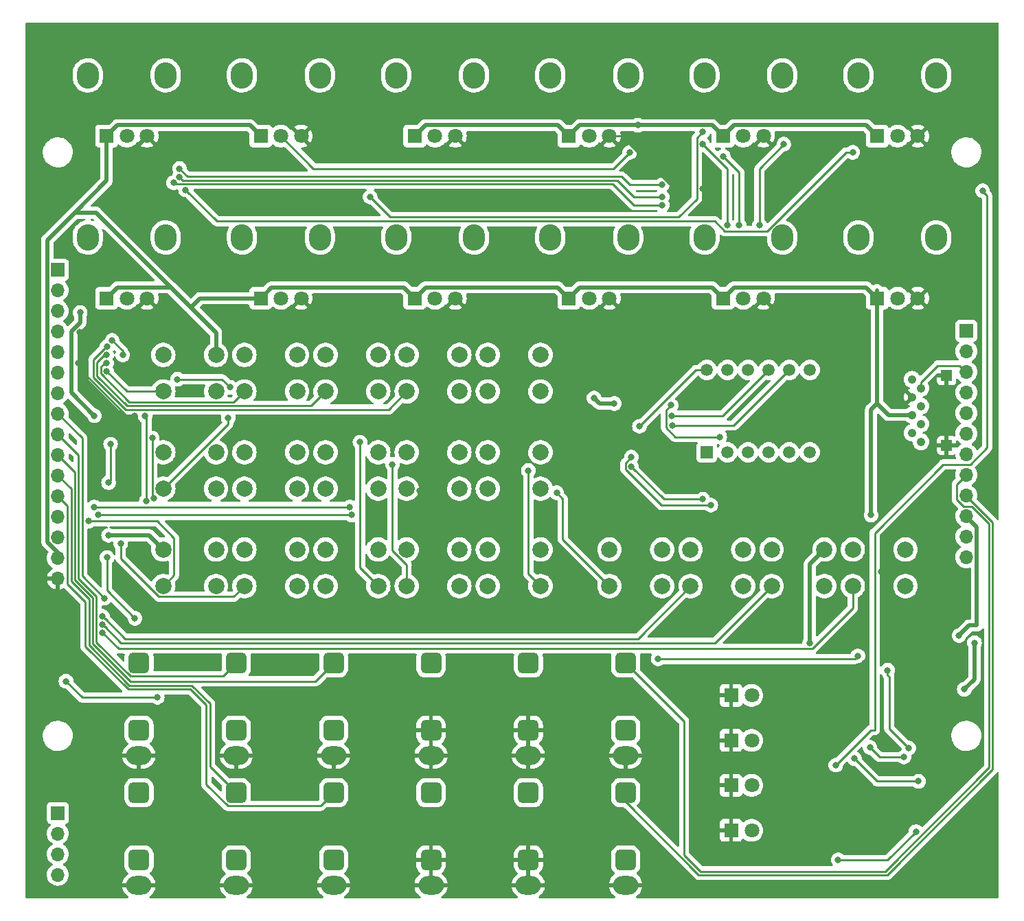
<source format=gbr>
%TF.GenerationSoftware,KiCad,Pcbnew,7.0.2*%
%TF.CreationDate,2025-03-27T17:54:00+00:00*%
%TF.ProjectId,dk2_04b_top,646b325f-3034-4625-9f74-6f702e6b6963,rev?*%
%TF.SameCoordinates,Original*%
%TF.FileFunction,Copper,L1,Top*%
%TF.FilePolarity,Positive*%
%FSLAX46Y46*%
G04 Gerber Fmt 4.6, Leading zero omitted, Abs format (unit mm)*
G04 Created by KiCad (PCBNEW 7.0.2) date 2025-03-27 17:54:00*
%MOMM*%
%LPD*%
G01*
G04 APERTURE LIST*
G04 Aperture macros list*
%AMRoundRect*
0 Rectangle with rounded corners*
0 $1 Rounding radius*
0 $2 $3 $4 $5 $6 $7 $8 $9 X,Y pos of 4 corners*
0 Add a 4 corners polygon primitive as box body*
4,1,4,$2,$3,$4,$5,$6,$7,$8,$9,$2,$3,0*
0 Add four circle primitives for the rounded corners*
1,1,$1+$1,$2,$3*
1,1,$1+$1,$4,$5*
1,1,$1+$1,$6,$7*
1,1,$1+$1,$8,$9*
0 Add four rect primitives between the rounded corners*
20,1,$1+$1,$2,$3,$4,$5,0*
20,1,$1+$1,$4,$5,$6,$7,0*
20,1,$1+$1,$6,$7,$8,$9,0*
20,1,$1+$1,$8,$9,$2,$3,0*%
G04 Aperture macros list end*
%TA.AperFunction,ComponentPad*%
%ADD10C,2.000000*%
%TD*%
%TA.AperFunction,ComponentPad*%
%ADD11O,2.720000X3.240000*%
%TD*%
%TA.AperFunction,ComponentPad*%
%ADD12R,1.800000X1.800000*%
%TD*%
%TA.AperFunction,ComponentPad*%
%ADD13C,1.800000*%
%TD*%
%TA.AperFunction,ComponentPad*%
%ADD14O,3.100000X2.300000*%
%TD*%
%TA.AperFunction,ComponentPad*%
%ADD15RoundRect,0.650000X-0.650000X-0.650000X0.650000X-0.650000X0.650000X0.650000X-0.650000X0.650000X0*%
%TD*%
%TA.AperFunction,ComponentPad*%
%ADD16R,1.500000X1.500000*%
%TD*%
%TA.AperFunction,ComponentPad*%
%ADD17C,1.500000*%
%TD*%
%TA.AperFunction,ComponentPad*%
%ADD18C,1.050000*%
%TD*%
%TA.AperFunction,ComponentPad*%
%ADD19R,1.350000X1.350000*%
%TD*%
%TA.AperFunction,ComponentPad*%
%ADD20R,1.700000X1.700000*%
%TD*%
%TA.AperFunction,ComponentPad*%
%ADD21O,1.700000X1.700000*%
%TD*%
%TA.AperFunction,ViaPad*%
%ADD22C,0.800000*%
%TD*%
%TA.AperFunction,Conductor*%
%ADD23C,0.250000*%
%TD*%
%TA.AperFunction,Conductor*%
%ADD24C,0.500000*%
%TD*%
G04 APERTURE END LIST*
D10*
%TO.P,SW10,1,1*%
%TO.N,+3.3V*%
X127000000Y-93000000D03*
X133500000Y-93000000D03*
%TO.P,SW10,2,2*%
%TO.N,Net-(U5-D1)*%
X127000000Y-97500000D03*
X133500000Y-97500000D03*
%TD*%
%TO.P,SW8,1,1*%
%TO.N,+3.3V*%
X107000000Y-93000000D03*
X113500000Y-93000000D03*
%TO.P,SW8,2,2*%
%TO.N,Net-(U4-D7)*%
X107000000Y-97500000D03*
X113500000Y-97500000D03*
%TD*%
D11*
%TO.P,RV3,*%
%TO.N,*%
X115700000Y-46500000D03*
X125300000Y-46500000D03*
D12*
%TO.P,RV3,1,1*%
%TO.N,+3.3V*%
X118000000Y-54000000D03*
D13*
%TO.P,RV3,2,2*%
%TO.N,Net-(U6-A2)*%
X120500000Y-54000000D03*
%TO.P,RV3,3,3*%
%TO.N,GND*%
X123000000Y-54000000D03*
%TD*%
D14*
%TO.P,J2,S*%
%TO.N,GND*%
X96000000Y-130400000D03*
D15*
%TO.P,J2,T*%
%TO.N,TRIGGER_OUT_1_EURO*%
X96000000Y-119000000D03*
%TO.P,J2,TN*%
%TO.N,unconnected-(J2-PadTN)*%
X96000000Y-127300000D03*
%TD*%
D14*
%TO.P,J13,S*%
%TO.N,GND*%
X132000000Y-130400000D03*
D15*
%TO.P,J13,T*%
%TO.N,Net-(J13-PadT)*%
X132000000Y-119000000D03*
%TO.P,J13,TN*%
%TO.N,GND*%
X132000000Y-127300000D03*
%TD*%
D11*
%TO.P,RV8,*%
%TO.N,*%
X134700000Y-66500000D03*
X144300000Y-66500000D03*
D12*
%TO.P,RV8,1,1*%
%TO.N,+3.3V*%
X137000000Y-74000000D03*
D13*
%TO.P,RV8,2,2*%
%TO.N,Net-(U6-A7)*%
X139500000Y-74000000D03*
%TO.P,RV8,3,3*%
%TO.N,GND*%
X142000000Y-74000000D03*
%TD*%
D14*
%TO.P,J12,S*%
%TO.N,GND*%
X120000000Y-130400000D03*
D15*
%TO.P,J12,T*%
%TO.N,Net-(J12-PadT)*%
X120000000Y-119000000D03*
%TO.P,J12,TN*%
%TO.N,GND*%
X120000000Y-127300000D03*
%TD*%
D10*
%TO.P,SW19,1,1*%
%TO.N,+3.3V*%
X172000000Y-105000000D03*
X178500000Y-105000000D03*
%TO.P,SW19,2,2*%
%TO.N,Net-(U10-D2)*%
X172000000Y-109500000D03*
X178500000Y-109500000D03*
%TD*%
D14*
%TO.P,J11,S*%
%TO.N,GND*%
X144000000Y-146400000D03*
D15*
%TO.P,J11,T*%
%TO.N,EURO_OUT_2*%
X144000000Y-135000000D03*
%TO.P,J11,TN*%
%TO.N,unconnected-(J11-PadTN)*%
X144000000Y-143300000D03*
%TD*%
D11*
%TO.P,RV4,*%
%TO.N,*%
X134700000Y-46500000D03*
X144300000Y-46500000D03*
D12*
%TO.P,RV4,1,1*%
%TO.N,+3.3V*%
X137000000Y-54000000D03*
D13*
%TO.P,RV4,2,2*%
%TO.N,Net-(U6-A3)*%
X139500000Y-54000000D03*
%TO.P,RV4,3,3*%
%TO.N,GND*%
X142000000Y-54000000D03*
%TD*%
D10*
%TO.P,SW3,1,1*%
%TO.N,+3.3V*%
X107000000Y-81000000D03*
X113500000Y-81000000D03*
%TO.P,SW3,2,2*%
%TO.N,Net-(U4-D2)*%
X107000000Y-85500000D03*
X113500000Y-85500000D03*
%TD*%
D11*
%TO.P,RV1,*%
%TO.N,*%
X77700000Y-46500000D03*
X87300000Y-46500000D03*
D12*
%TO.P,RV1,1,1*%
%TO.N,+3.3V*%
X80000000Y-54000000D03*
D13*
%TO.P,RV1,2,2*%
%TO.N,Net-(U6-A0)*%
X82500000Y-54000000D03*
%TO.P,RV1,3,3*%
%TO.N,GND*%
X85000000Y-54000000D03*
%TD*%
D11*
%TO.P,RV10,*%
%TO.N,*%
X172700000Y-46500000D03*
X182300000Y-46500000D03*
D12*
%TO.P,RV10,1,1*%
%TO.N,+3.3V*%
X175000000Y-54000000D03*
D13*
%TO.P,RV10,2,2*%
%TO.N,Net-(U9-A1)*%
X177500000Y-54000000D03*
%TO.P,RV10,3,3*%
%TO.N,GND*%
X180000000Y-54000000D03*
%TD*%
D14*
%TO.P,J4,S*%
%TO.N,GND*%
X84000000Y-130400000D03*
D15*
%TO.P,J4,T*%
%TO.N,SYNC_IN_EURO*%
X84000000Y-119000000D03*
%TO.P,J4,TN*%
%TO.N,unconnected-(J4-PadTN)*%
X84000000Y-127300000D03*
%TD*%
D10*
%TO.P,SW9,1,1*%
%TO.N,+3.3V*%
X117000000Y-93000000D03*
X123500000Y-93000000D03*
%TO.P,SW9,2,2*%
%TO.N,Net-(U5-D0)*%
X117000000Y-97500000D03*
X123500000Y-97500000D03*
%TD*%
D14*
%TO.P,J14,S*%
%TO.N,GND*%
X120000000Y-146400000D03*
D15*
%TO.P,J14,T*%
%TO.N,Net-(J14-PadT)*%
X120000000Y-135000000D03*
%TO.P,J14,TN*%
%TO.N,GND*%
X120000000Y-143300000D03*
%TD*%
D14*
%TO.P,J15,S*%
%TO.N,GND*%
X132000000Y-146400000D03*
D15*
%TO.P,J15,T*%
%TO.N,Net-(J15-PadT)*%
X132000000Y-135000000D03*
%TO.P,J15,TN*%
%TO.N,GND*%
X132000000Y-143300000D03*
%TD*%
D10*
%TO.P,SW6,1,1*%
%TO.N,+3.3V*%
X87000000Y-93000000D03*
X93500000Y-93000000D03*
%TO.P,SW6,2,2*%
%TO.N,Net-(U4-D5)*%
X87000000Y-97500000D03*
X93500000Y-97500000D03*
%TD*%
D11*
%TO.P,RV7,*%
%TO.N,*%
X115700000Y-66500000D03*
X125300000Y-66500000D03*
D12*
%TO.P,RV7,1,1*%
%TO.N,+3.3V*%
X118000000Y-74000000D03*
D13*
%TO.P,RV7,2,2*%
%TO.N,Net-(U6-A6)*%
X120500000Y-74000000D03*
%TO.P,RV7,3,3*%
%TO.N,GND*%
X123000000Y-74000000D03*
%TD*%
D10*
%TO.P,SW17,1,1*%
%TO.N,+3.3V*%
X152000000Y-105000000D03*
X158500000Y-105000000D03*
%TO.P,SW17,2,2*%
%TO.N,Net-(U10-D0)*%
X152000000Y-109500000D03*
X158500000Y-109500000D03*
%TD*%
%TO.P,SW1,1,1*%
%TO.N,+3.3V*%
X87000000Y-81000000D03*
X93500000Y-81000000D03*
%TO.P,SW1,2,2*%
%TO.N,Net-(U4-D0)*%
X87000000Y-85500000D03*
X93500000Y-85500000D03*
%TD*%
D16*
%TO.P,U3,1,e*%
%TO.N,Net-(U3-e)*%
X154000000Y-93000000D03*
D17*
%TO.P,U3,2,d*%
%TO.N,Net-(U3-d)*%
X156540000Y-93000000D03*
%TO.P,U3,3,DPX*%
%TO.N,Net-(U3-DPX)*%
X159080000Y-93000000D03*
%TO.P,U3,4,c*%
%TO.N,Net-(U3-c)*%
X161620000Y-93000000D03*
%TO.P,U3,5,g*%
%TO.N,Net-(U3-g)*%
X164160000Y-93000000D03*
%TO.P,U3,6,CA4*%
%TO.N,Net-(U2-QD)*%
X166700000Y-93000000D03*
%TO.P,U3,7,b*%
%TO.N,Net-(U3-b)*%
X166700000Y-82840000D03*
%TO.P,U3,8,CA3*%
%TO.N,Net-(U2-QC)*%
X164160000Y-82840000D03*
%TO.P,U3,9,CA2*%
%TO.N,Net-(U2-QB)*%
X161620000Y-82840000D03*
%TO.P,U3,10,f*%
%TO.N,Net-(U3-f)*%
X159080000Y-82840000D03*
%TO.P,U3,11,a*%
%TO.N,Net-(U3-a)*%
X156540000Y-82840000D03*
%TO.P,U3,12,CA1*%
%TO.N,Net-(U2-QA)*%
X154000000Y-82840000D03*
%TD*%
D18*
%TO.P,J6,1,DAT2*%
%TO.N,unconnected-(J6-DAT2-Pad1)*%
X180400000Y-91700000D03*
%TO.P,J6,2,DAT3/CD*%
%TO.N,SD_CHIP_SELECT*%
X179300000Y-90600000D03*
%TO.P,J6,3,CMD*%
%TO.N,SD_SERIAL_IN*%
X180400000Y-89500000D03*
%TO.P,J6,4,VDD*%
%TO.N,+3.3V*%
X179300000Y-88400000D03*
%TO.P,J6,5,CLK*%
%TO.N,SD_CLOCK*%
X180400000Y-87300000D03*
%TO.P,J6,6,VSS*%
%TO.N,GND*%
X179300000Y-86200000D03*
%TO.P,J6,7,DAT0*%
%TO.N,SD_SERIAL_OUT*%
X180400000Y-85100000D03*
%TO.P,J6,8,DAT1*%
%TO.N,unconnected-(J6-DAT1-Pad8)*%
X179300000Y-84000000D03*
D19*
%TO.P,J6,9,SHIELD*%
%TO.N,GND*%
X183570000Y-92150000D03*
X183570000Y-83550000D03*
%TD*%
D12*
%TO.P,D3,1,K*%
%TO.N,GND*%
X157000000Y-134100000D03*
D13*
%TO.P,D3,2,A*%
%TO.N,Net-(D3-A)*%
X159540000Y-134100000D03*
%TD*%
D11*
%TO.P,RV11,*%
%TO.N,*%
X153700000Y-66500000D03*
X163300000Y-66500000D03*
D12*
%TO.P,RV11,1,1*%
%TO.N,+3.3V*%
X156000000Y-74000000D03*
D13*
%TO.P,RV11,2,2*%
%TO.N,Net-(U9-A2)*%
X158500000Y-74000000D03*
%TO.P,RV11,3,3*%
%TO.N,GND*%
X161000000Y-74000000D03*
%TD*%
D11*
%TO.P,RV9,*%
%TO.N,*%
X153700000Y-46500000D03*
X163300000Y-46500000D03*
D12*
%TO.P,RV9,1,1*%
%TO.N,+3.3V*%
X156000000Y-54000000D03*
D13*
%TO.P,RV9,2,2*%
%TO.N,Net-(U9-A0)*%
X158500000Y-54000000D03*
%TO.P,RV9,3,3*%
%TO.N,GND*%
X161000000Y-54000000D03*
%TD*%
D14*
%TO.P,J8,S*%
%TO.N,GND*%
X96000000Y-146400000D03*
D15*
%TO.P,J8,T*%
%TO.N,TRIGGER_OUT_3_EURO*%
X96000000Y-135000000D03*
%TO.P,J8,TN*%
%TO.N,unconnected-(J8-PadTN)*%
X96000000Y-143300000D03*
%TD*%
D10*
%TO.P,SW15,1,1*%
%TO.N,+3.3V*%
X127000000Y-105000000D03*
X133500000Y-105000000D03*
%TO.P,SW15,2,2*%
%TO.N,Net-(U5-D6)*%
X127000000Y-109500000D03*
X133500000Y-109500000D03*
%TD*%
%TO.P,SW13,1,1*%
%TO.N,+3.3V*%
X107000000Y-105000000D03*
X113500000Y-105000000D03*
%TO.P,SW13,2,2*%
%TO.N,Net-(U5-D4)*%
X107000000Y-109500000D03*
X113500000Y-109500000D03*
%TD*%
%TO.P,SW18,1,1*%
%TO.N,+3.3V*%
X162000000Y-105000000D03*
X168500000Y-105000000D03*
%TO.P,SW18,2,2*%
%TO.N,Net-(U10-D1)*%
X162000000Y-109500000D03*
X168500000Y-109500000D03*
%TD*%
%TO.P,SW11,1,1*%
%TO.N,+3.3V*%
X87000000Y-105000000D03*
X93500000Y-105000000D03*
%TO.P,SW11,2,2*%
%TO.N,Net-(U5-D2)*%
X87000000Y-109500000D03*
X93500000Y-109500000D03*
%TD*%
%TO.P,SW2,1,1*%
%TO.N,+3.3V*%
X97000000Y-81000000D03*
X103500000Y-81000000D03*
%TO.P,SW2,2,2*%
%TO.N,Net-(U4-D1)*%
X97000000Y-85500000D03*
X103500000Y-85500000D03*
%TD*%
%TO.P,SW7,1,1*%
%TO.N,+3.3V*%
X97000000Y-93000000D03*
X103500000Y-93000000D03*
%TO.P,SW7,2,2*%
%TO.N,Net-(U4-D6)*%
X97000000Y-97500000D03*
X103500000Y-97500000D03*
%TD*%
D12*
%TO.P,D2,1,K*%
%TO.N,GND*%
X157000000Y-128550000D03*
D13*
%TO.P,D2,2,A*%
%TO.N,Net-(D2-A)*%
X159540000Y-128550000D03*
%TD*%
D12*
%TO.P,D1,1,K*%
%TO.N,GND*%
X157000000Y-123000000D03*
D13*
%TO.P,D1,2,A*%
%TO.N,Net-(D1-A)*%
X159540000Y-123000000D03*
%TD*%
D14*
%TO.P,J5,S*%
%TO.N,GND*%
X144000000Y-130400000D03*
D15*
%TO.P,J5,T*%
%TO.N,EURO_OUT_1*%
X144000000Y-119000000D03*
%TO.P,J5,TN*%
%TO.N,unconnected-(J5-PadTN)*%
X144000000Y-127300000D03*
%TD*%
D10*
%TO.P,SW12,1,1*%
%TO.N,+3.3V*%
X97000000Y-105000000D03*
X103500000Y-105000000D03*
%TO.P,SW12,2,2*%
%TO.N,Net-(U5-D3)*%
X97000000Y-109500000D03*
X103500000Y-109500000D03*
%TD*%
D12*
%TO.P,D4,1,K*%
%TO.N,GND*%
X157000000Y-139650000D03*
D13*
%TO.P,D4,2,A*%
%TO.N,Net-(D4-A)*%
X159540000Y-139650000D03*
%TD*%
D10*
%TO.P,SW4,1,1*%
%TO.N,+3.3V*%
X117000000Y-81000000D03*
X123500000Y-81000000D03*
%TO.P,SW4,2,2*%
%TO.N,Net-(U4-D3)*%
X117000000Y-85500000D03*
X123500000Y-85500000D03*
%TD*%
D11*
%TO.P,RV12,*%
%TO.N,*%
X172700000Y-66500000D03*
X182300000Y-66500000D03*
D12*
%TO.P,RV12,1,1*%
%TO.N,+3.3V*%
X175000000Y-74000000D03*
D13*
%TO.P,RV12,2,2*%
%TO.N,Net-(U9-A3)*%
X177500000Y-74000000D03*
%TO.P,RV12,3,3*%
%TO.N,GND*%
X180000000Y-74000000D03*
%TD*%
D14*
%TO.P,J9,S*%
%TO.N,GND*%
X108000000Y-146400000D03*
D15*
%TO.P,J9,T*%
%TO.N,TRIGGER_OUT_4_EURO*%
X108000000Y-135000000D03*
%TO.P,J9,TN*%
%TO.N,unconnected-(J9-PadTN)*%
X108000000Y-143300000D03*
%TD*%
D11*
%TO.P,RV6,*%
%TO.N,*%
X96700000Y-66500000D03*
X106300000Y-66500000D03*
D12*
%TO.P,RV6,1,1*%
%TO.N,+3.3V*%
X99000000Y-74000000D03*
D13*
%TO.P,RV6,2,2*%
%TO.N,Net-(U6-A5)*%
X101500000Y-74000000D03*
%TO.P,RV6,3,3*%
%TO.N,GND*%
X104000000Y-74000000D03*
%TD*%
D20*
%TO.P,J16,1,Pin_1*%
%TO.N,Net-(J16-Pin_1)*%
X74000000Y-137500000D03*
D21*
%TO.P,J16,2,Pin_2*%
%TO.N,Net-(J16-Pin_2)*%
X74000000Y-140040000D03*
%TO.P,J16,3,Pin_3*%
%TO.N,Net-(J16-Pin_3)*%
X74000000Y-142580000D03*
%TO.P,J16,4,Pin_4*%
%TO.N,Net-(J16-Pin_4)*%
X74000000Y-145120000D03*
%TD*%
D14*
%TO.P,J3,S*%
%TO.N,GND*%
X108000000Y-130400000D03*
D15*
%TO.P,J3,T*%
%TO.N,TRIGGER_OUT_2_EURO*%
X108000000Y-119000000D03*
%TO.P,J3,TN*%
%TO.N,unconnected-(J3-PadTN)*%
X108000000Y-127300000D03*
%TD*%
D11*
%TO.P,RV5,*%
%TO.N,*%
X77700000Y-66500000D03*
X87300000Y-66500000D03*
D12*
%TO.P,RV5,1,1*%
%TO.N,+3.3V*%
X80000000Y-74000000D03*
D13*
%TO.P,RV5,2,2*%
%TO.N,Net-(U6-A4)*%
X82500000Y-74000000D03*
%TO.P,RV5,3,3*%
%TO.N,GND*%
X85000000Y-74000000D03*
%TD*%
D10*
%TO.P,SW5,1,1*%
%TO.N,+3.3V*%
X127000000Y-81000000D03*
X133500000Y-81000000D03*
%TO.P,SW5,2,2*%
%TO.N,Net-(U4-D4)*%
X127000000Y-85500000D03*
X133500000Y-85500000D03*
%TD*%
D11*
%TO.P,RV2,*%
%TO.N,*%
X96700000Y-46500000D03*
X106300000Y-46500000D03*
D12*
%TO.P,RV2,1,1*%
%TO.N,+3.3V*%
X99000000Y-54000000D03*
D13*
%TO.P,RV2,2,2*%
%TO.N,Net-(U6-A1)*%
X101500000Y-54000000D03*
%TO.P,RV2,3,3*%
%TO.N,GND*%
X104000000Y-54000000D03*
%TD*%
D10*
%TO.P,SW16,1,1*%
%TO.N,+3.3V*%
X142000000Y-105000000D03*
X148500000Y-105000000D03*
%TO.P,SW16,2,2*%
%TO.N,Net-(U5-D7)*%
X142000000Y-109500000D03*
X148500000Y-109500000D03*
%TD*%
D14*
%TO.P,J10,S*%
%TO.N,GND*%
X84000000Y-146400000D03*
D15*
%TO.P,J10,T*%
%TO.N,SYNC_OUT_EURO*%
X84000000Y-135000000D03*
%TO.P,J10,TN*%
%TO.N,unconnected-(J10-PadTN)*%
X84000000Y-143300000D03*
%TD*%
D10*
%TO.P,SW14,1,1*%
%TO.N,+3.3V*%
X117000000Y-105000000D03*
X123500000Y-105000000D03*
%TO.P,SW14,2,2*%
%TO.N,Net-(U5-D5)*%
X117000000Y-109500000D03*
X123500000Y-109500000D03*
%TD*%
D20*
%TO.P,J7,1,Pin_1*%
%TO.N,SD_CLOCK*%
X186000000Y-78000000D03*
D21*
%TO.P,J7,2,Pin_2*%
%TO.N,SD_SERIAL_IN*%
X186000000Y-80540000D03*
%TO.P,J7,3,Pin_3*%
%TO.N,SD_SERIAL_OUT*%
X186000000Y-83080000D03*
%TO.P,J7,4,Pin_4*%
%TO.N,SD_CHIP_SELECT*%
X186000000Y-85620000D03*
%TO.P,J7,5,Pin_5*%
%TO.N,595_DATA*%
X186000000Y-88160000D03*
%TO.P,J7,6,Pin_6*%
%TO.N,595_CLOCK*%
X186000000Y-90700000D03*
%TO.P,J7,7,Pin_7*%
%TO.N,595_LATCH*%
X186000000Y-93240000D03*
%TO.P,J7,8,Pin_8*%
%TO.N,EURO_OUT_1*%
X186000000Y-95780000D03*
%TO.P,J7,9,Pin_9*%
%TO.N,EURO_OUT_2*%
X186000000Y-98320000D03*
%TO.P,J7,10,Pin_10*%
%TO.N,+12V*%
X186000000Y-100860000D03*
%TO.P,J7,11,Pin_11*%
%TO.N,+3.3V*%
X186000000Y-103400000D03*
%TO.P,J7,12,Pin_12*%
%TO.N,-12V*%
X186000000Y-105940000D03*
%TD*%
D20*
%TO.P,J1,1,Pin_1*%
%TO.N,4051_ADDRESS_A*%
X74000000Y-70500000D03*
D21*
%TO.P,J1,2,Pin_2*%
%TO.N,4051_ADDRESS_B*%
X74000000Y-73040000D03*
%TO.P,J1,3,Pin_3*%
%TO.N,4051_ADDRESS_C*%
X74000000Y-75580000D03*
%TO.P,J1,4,Pin_4*%
%TO.N,4051_READING_1*%
X74000000Y-78120000D03*
%TO.P,J1,5,Pin_5*%
%TO.N,4051_READING_0*%
X74000000Y-80660000D03*
%TO.P,J1,6,Pin_6*%
%TO.N,165_LOAD*%
X74000000Y-83200000D03*
%TO.P,J1,7,Pin_7*%
%TO.N,165_CLOCK*%
X74000000Y-85740000D03*
%TO.P,J1,8,Pin_8*%
%TO.N,165_DATA*%
X74000000Y-88280000D03*
%TO.P,J1,9,Pin_9*%
%TO.N,TRIGGER_OUT_1_EURO*%
X74000000Y-90820000D03*
%TO.P,J1,10,Pin_10*%
%TO.N,TRIGGER_OUT_2_EURO*%
X74000000Y-93360000D03*
%TO.P,J1,11,Pin_11*%
%TO.N,TRIGGER_OUT_3_EURO*%
X74000000Y-95900000D03*
%TO.P,J1,12,Pin_12*%
%TO.N,TRIGGER_OUT_4_EURO*%
X74000000Y-98440000D03*
%TO.P,J1,13,Pin_13*%
%TO.N,SYNC_IN_EURO*%
X74000000Y-100980000D03*
%TO.P,J1,14,Pin_14*%
%TO.N,SYNC_OUT_EURO*%
X74000000Y-103520000D03*
%TO.P,J1,15,Pin_15*%
%TO.N,+3.3V*%
X74000000Y-106060000D03*
%TO.P,J1,16,Pin_16*%
%TO.N,GND*%
X74000000Y-108600000D03*
%TD*%
D22*
%TO.N,GND*%
X125250000Y-87500000D03*
X150000000Y-61000000D03*
X173500000Y-119000000D03*
X130500000Y-106500000D03*
X175300000Y-141500000D03*
X140900000Y-81000000D03*
X172000000Y-124000000D03*
X175500000Y-135900000D03*
X175500000Y-107750000D03*
X83500000Y-88500000D03*
X76724325Y-78224325D03*
X172500000Y-60500000D03*
X118575596Y-97775500D03*
X151300000Y-100600000D03*
X153500000Y-60500000D03*
X144800000Y-91000000D03*
X183100000Y-119300000D03*
X76500000Y-82000000D03*
%TO.N,CV_IN_4*%
X172200000Y-130800000D03*
X180100000Y-133600000D03*
%TO.N,+12V*%
X185100000Y-115600000D03*
%TO.N,SYNC_IN_EURO*%
X86250000Y-123250000D03*
X75000000Y-121250000D03*
%TO.N,595_CLOCK*%
X144700000Y-94800000D03*
X153500000Y-98799500D03*
%TO.N,595_LATCH*%
X154500000Y-99524000D03*
X144700000Y-93600000D03*
%TO.N,165_LOAD*%
X80697020Y-79205153D03*
X82000000Y-81000000D03*
%TO.N,165_DATA*%
X79725500Y-111000000D03*
%TO.N,4051_ADDRESS_A*%
X148500000Y-60000000D03*
X89000000Y-58000000D03*
%TO.N,4051_ADDRESS_B*%
X148500000Y-61500000D03*
X88987701Y-59012299D03*
%TO.N,4051_ADDRESS_C*%
X88250000Y-59750000D03*
X148500000Y-62500000D03*
%TO.N,4051_READING_1*%
X89750000Y-60624500D03*
X172000000Y-56000000D03*
%TO.N,Net-(U2-QB)*%
X149700000Y-88500000D03*
%TO.N,Net-(U2-QC)*%
X149725500Y-89700000D03*
%TO.N,Net-(U2-QA)*%
X145700000Y-89800000D03*
%TO.N,-12V*%
X187000000Y-116500000D03*
X185750000Y-122250000D03*
%TO.N,Net-(U8A--)*%
X178900000Y-129500000D03*
X176300000Y-119900000D03*
%TO.N,CV_IN_1*%
X169900000Y-131600000D03*
X188000000Y-60750000D03*
%TO.N,Net-(U8B--)*%
X178300000Y-130600000D03*
X174100000Y-129400000D03*
%TO.N,CV_IN_2*%
X170200000Y-143300000D03*
X179800000Y-139800000D03*
%TO.N,Net-(U1-QH)*%
X149600000Y-87200000D03*
X155600000Y-91100000D03*
%TO.N,Net-(U4-D0)*%
X80000000Y-83000000D03*
%TO.N,Net-(U4-D1)*%
X80000000Y-82000000D03*
%TO.N,Net-(U4-D2)*%
X80000000Y-81000000D03*
%TO.N,Net-(U4-D3)*%
X80061584Y-79979630D03*
%TO.N,Net-(U4-D5)*%
X95000000Y-88750000D03*
X88750000Y-84000000D03*
X95250000Y-85000000D03*
%TO.N,Net-(U4-D6)*%
X85862868Y-98675500D03*
X85638031Y-91250000D03*
%TO.N,Net-(U4-D7)*%
X84750000Y-88500000D03*
X84913531Y-99025500D03*
%TO.N,Net-(U6-A1)*%
X144500000Y-56000000D03*
%TO.N,Net-(U6-A4)*%
X153500000Y-53500000D03*
X112500000Y-61500000D03*
%TO.N,Net-(U6-A6)*%
X156500000Y-65000000D03*
X153500000Y-55000000D03*
%TO.N,Net-(U6-A7)*%
X158000000Y-65000000D03*
X156012299Y-56487701D03*
%TO.N,+3.3V*%
X80250000Y-103250000D03*
X166700000Y-116500000D03*
X140100000Y-86300000D03*
X142600000Y-87000000D03*
X174250000Y-100750000D03*
X76750000Y-75750000D03*
X78500000Y-88500000D03*
X145500000Y-52650000D03*
%TO.N,Net-(U9-A2)*%
X163500000Y-55000000D03*
X160500000Y-65000000D03*
%TO.N,Net-(U5-D0)*%
X110000000Y-99750000D03*
X78500000Y-99750000D03*
%TO.N,Net-(U5-D1)*%
X79000000Y-100750000D03*
X110250000Y-100750000D03*
%TO.N,Net-(U5-D2)*%
X77750000Y-101500000D03*
%TO.N,Net-(U5-D3)*%
X81750000Y-104250000D03*
%TO.N,Net-(U5-D4)*%
X111250000Y-91750000D03*
%TO.N,Net-(U5-D5)*%
X115250000Y-94500000D03*
%TO.N,Net-(U5-D6)*%
X132000000Y-95250000D03*
%TO.N,Net-(U5-D7)*%
X135500000Y-98000000D03*
%TO.N,Net-(U10-D0)*%
X79500000Y-113250000D03*
%TO.N,/Shift register in 1/DATA_OUT*%
X80250000Y-96750000D03*
X80500000Y-92000000D03*
%TO.N,Net-(U10-D1)*%
X79500000Y-114250000D03*
%TO.N,Net-(U10-D2)*%
X79500000Y-115250000D03*
%TO.N,12V DETECTION*%
X148000000Y-118500000D03*
X83500000Y-113500000D03*
X80061584Y-105979630D03*
X172622183Y-118122183D03*
%TD*%
D23*
%TO.N,GND*%
X150000000Y-60474695D02*
X150000000Y-61000000D01*
X76500000Y-82522792D02*
X76500000Y-81250000D01*
X143525305Y-54000000D02*
X150000000Y-60474695D01*
X76500000Y-82000000D02*
X76500000Y-81250000D01*
X76500000Y-81250000D02*
X76500000Y-78448650D01*
X142000000Y-54000000D02*
X143525305Y-54000000D01*
X82477208Y-88500000D02*
X76500000Y-82522792D01*
X76500000Y-78448650D02*
X76724325Y-78224325D01*
X83500000Y-88500000D02*
X82477208Y-88500000D01*
X175540000Y-107710000D02*
X175500000Y-107750000D01*
%TO.N,CV_IN_4*%
X175000000Y-133600000D02*
X172200000Y-130800000D01*
X180100000Y-133600000D02*
X175000000Y-133600000D01*
D24*
%TO.N,+12V*%
X187300000Y-102240000D02*
X187300000Y-114375000D01*
X186325000Y-114375000D02*
X185100000Y-115600000D01*
X187300000Y-114375000D02*
X186325000Y-114375000D01*
X186000000Y-100940000D02*
X187300000Y-102240000D01*
D23*
%TO.N,TRIGGER_OUT_1_EURO*%
X78750000Y-110750000D02*
X78750000Y-116428858D01*
X76550000Y-93330000D02*
X76550000Y-108550000D01*
X74000000Y-90780000D02*
X76550000Y-93330000D01*
X76550000Y-108550000D02*
X78750000Y-110750000D01*
X78750000Y-116428858D02*
X82946142Y-120625000D01*
X94375000Y-120625000D02*
X96000000Y-119000000D01*
X82946142Y-120625000D02*
X94375000Y-120625000D01*
%TO.N,TRIGGER_OUT_2_EURO*%
X108000000Y-119000000D02*
X105750000Y-121250000D01*
X76100000Y-95420000D02*
X74000000Y-93320000D01*
X78300000Y-116615254D02*
X78300000Y-110936396D01*
X76100000Y-108736396D02*
X76100000Y-95420000D01*
X105750000Y-121250000D02*
X82934746Y-121250000D01*
X78300000Y-110936396D02*
X76100000Y-108736396D01*
X82934746Y-121250000D02*
X78300000Y-116615254D01*
%TO.N,TRIGGER_OUT_3_EURO*%
X75650000Y-97510000D02*
X75650000Y-108922792D01*
X77850000Y-111122792D02*
X77850000Y-116801650D01*
X82798350Y-121750000D02*
X90500000Y-121750000D01*
X74000000Y-95860000D02*
X75650000Y-97510000D01*
X77850000Y-116801650D02*
X82798350Y-121750000D01*
X75650000Y-108922792D02*
X77850000Y-111122792D01*
X92750000Y-124000000D02*
X92750000Y-131750000D01*
X92750000Y-131750000D02*
X96000000Y-135000000D01*
X90500000Y-121750000D02*
X92750000Y-124000000D01*
%TO.N,TRIGGER_OUT_4_EURO*%
X94946142Y-136625000D02*
X92300000Y-133978858D01*
X75175000Y-109275000D02*
X75175000Y-99575000D01*
X92300000Y-133978858D02*
X92300000Y-124186396D01*
X75175000Y-99575000D02*
X74000000Y-98400000D01*
X108000000Y-135000000D02*
X106375000Y-136625000D01*
X82661954Y-122250000D02*
X77400000Y-116988046D01*
X90363604Y-122250000D02*
X82661954Y-122250000D01*
X77400000Y-116988046D02*
X77400000Y-111500000D01*
X77400000Y-111500000D02*
X75175000Y-109275000D01*
X92300000Y-124186396D02*
X90363604Y-122250000D01*
X106375000Y-136625000D02*
X94946142Y-136625000D01*
%TO.N,SYNC_IN_EURO*%
X75000000Y-121250000D02*
X77000000Y-123250000D01*
X77000000Y-123250000D02*
X86250000Y-123250000D01*
%TO.N,SD_SERIAL_OUT*%
X180400000Y-85100000D02*
X180400000Y-84357538D01*
X185150000Y-82310000D02*
X186000000Y-83160000D01*
X182447538Y-82310000D02*
X185150000Y-82310000D01*
X180400000Y-84357538D02*
X182447538Y-82310000D01*
%TO.N,595_CLOCK*%
X148699500Y-98799500D02*
X144700000Y-94800000D01*
X153500000Y-98799500D02*
X148699500Y-98799500D01*
%TO.N,595_LATCH*%
X148398695Y-99524000D02*
X143975000Y-95100305D01*
X143975000Y-94325000D02*
X144700000Y-93600000D01*
X154500000Y-99524000D02*
X148398695Y-99524000D01*
X143975000Y-95100305D02*
X143975000Y-94325000D01*
%TO.N,EURO_OUT_1*%
X151200000Y-142700000D02*
X153200000Y-144700000D01*
X184825000Y-98825000D02*
X184825000Y-96955000D01*
X184825000Y-96955000D02*
X186000000Y-95780000D01*
X188800000Y-131900000D02*
X188800000Y-101836396D01*
X153200000Y-144700000D02*
X176000000Y-144700000D01*
X176000000Y-144700000D02*
X188800000Y-131900000D01*
X188800000Y-101836396D02*
X186648604Y-99685000D01*
X186648604Y-99685000D02*
X185685000Y-99685000D01*
X185685000Y-99685000D02*
X184825000Y-98825000D01*
X151200000Y-126200000D02*
X151200000Y-142700000D01*
X144000000Y-119000000D02*
X151200000Y-126200000D01*
%TO.N,165_LOAD*%
X80697020Y-79205153D02*
X82000000Y-80508133D01*
X82000000Y-80508133D02*
X82000000Y-81000000D01*
%TO.N,165_DATA*%
X77000000Y-108274500D02*
X77000000Y-91240000D01*
X79725500Y-111000000D02*
X77000000Y-108274500D01*
X77000000Y-91240000D02*
X74000000Y-88240000D01*
%TO.N,4051_ADDRESS_A*%
X144500000Y-60000000D02*
X148500000Y-60000000D01*
X90000000Y-59000000D02*
X89000000Y-58000000D01*
X143500000Y-59000000D02*
X144500000Y-60000000D01*
X143000000Y-59000000D02*
X143500000Y-59000000D01*
X143000000Y-59000000D02*
X90000000Y-59000000D01*
%TO.N,4051_ADDRESS_B*%
X143000000Y-59450000D02*
X145050000Y-61500000D01*
X145050000Y-61500000D02*
X148500000Y-61500000D01*
X143000000Y-59450000D02*
X89425402Y-59450000D01*
X89425402Y-59450000D02*
X88987701Y-59012299D01*
%TO.N,4051_ADDRESS_C*%
X88400000Y-59900000D02*
X88250000Y-59750000D01*
X142400000Y-59900000D02*
X145000000Y-62500000D01*
X145000000Y-62500000D02*
X148500000Y-62500000D01*
X142400000Y-59900000D02*
X88400000Y-59900000D01*
%TO.N,4051_READING_1*%
X171157050Y-56000000D02*
X172000000Y-56000000D01*
X93625500Y-64500000D02*
X154974695Y-64500000D01*
X89750000Y-60624500D02*
X93625500Y-64500000D01*
X161432050Y-65725000D02*
X171157050Y-56000000D01*
X156199695Y-65725000D02*
X161432050Y-65725000D01*
X154974695Y-64500000D02*
X156199695Y-65725000D01*
%TO.N,EURO_OUT_2*%
X189250000Y-101650000D02*
X186000000Y-98400000D01*
X189250000Y-132150000D02*
X189250000Y-101650000D01*
X153013604Y-145150000D02*
X176250000Y-145150000D01*
X144000000Y-135000000D02*
X144000000Y-136136396D01*
X176250000Y-145150000D02*
X189250000Y-132150000D01*
X144000000Y-136136396D02*
X153013604Y-145150000D01*
%TO.N,Net-(U2-QB)*%
X161620000Y-82840000D02*
X155960000Y-88500000D01*
X155960000Y-88500000D02*
X149700000Y-88500000D01*
%TO.N,Net-(U2-QC)*%
X157300000Y-89700000D02*
X149725500Y-89700000D01*
X164160000Y-82840000D02*
X157300000Y-89700000D01*
%TO.N,Net-(U2-QA)*%
X152660000Y-82840000D02*
X145700000Y-89800000D01*
X154000000Y-82840000D02*
X152660000Y-82840000D01*
D24*
%TO.N,-12V*%
X187000000Y-121000000D02*
X187000000Y-116500000D01*
X185750000Y-122250000D02*
X187000000Y-121000000D01*
D23*
%TO.N,Net-(U8A--)*%
X176500000Y-127100000D02*
X176500000Y-120700000D01*
X178900000Y-129500000D02*
X176500000Y-127100000D01*
X176300000Y-119900000D02*
X176300000Y-120500000D01*
X176300000Y-120500000D02*
X176500000Y-120700000D01*
%TO.N,CV_IN_1*%
X174700000Y-127274695D02*
X174700000Y-102958299D01*
X183158299Y-94500000D02*
X186481701Y-94500000D01*
X174700000Y-102958299D02*
X183158299Y-94500000D01*
X188000000Y-60793072D02*
X188550000Y-61343072D01*
X186481701Y-94500000D02*
X188550000Y-92431701D01*
X174225305Y-127274695D02*
X174700000Y-127274695D01*
X188000000Y-60750000D02*
X188000000Y-60793072D01*
X169900000Y-131600000D02*
X174225305Y-127274695D01*
X188550000Y-92431701D02*
X188550000Y-61343072D01*
%TO.N,Net-(U8B--)*%
X175300000Y-130600000D02*
X174100000Y-129400000D01*
X178300000Y-130600000D02*
X175300000Y-130600000D01*
%TO.N,CV_IN_2*%
X176300000Y-143300000D02*
X170200000Y-143300000D01*
X179800000Y-139800000D02*
X176300000Y-143300000D01*
%TO.N,Net-(U1-QH)*%
X148975000Y-89974805D02*
X148975000Y-87825000D01*
X155600000Y-91100000D02*
X150100195Y-91100000D01*
X150100195Y-91100000D02*
X148975000Y-89974805D01*
X148975000Y-87825000D02*
X149600000Y-87200000D01*
%TO.N,Net-(U4-D0)*%
X82500000Y-85500000D02*
X80000000Y-83000000D01*
X87000000Y-85500000D02*
X82500000Y-85500000D01*
%TO.N,Net-(U4-D1)*%
X79275000Y-83300305D02*
X79275000Y-82475000D01*
X79275000Y-82475000D02*
X79750000Y-82000000D01*
X79750000Y-82000000D02*
X80000000Y-82000000D01*
X97000000Y-85500000D02*
X95675000Y-86825000D01*
X82799695Y-86825000D02*
X79275000Y-83300305D01*
X95675000Y-86825000D02*
X82799695Y-86825000D01*
%TO.N,Net-(U4-D2)*%
X82525000Y-87275000D02*
X78825000Y-83575000D01*
X107000000Y-85500000D02*
X105225000Y-87275000D01*
X79750000Y-81000000D02*
X80000000Y-81000000D01*
X78825000Y-83575000D02*
X78825000Y-81925000D01*
X105225000Y-87275000D02*
X82525000Y-87275000D01*
X78825000Y-81925000D02*
X79750000Y-81000000D01*
%TO.N,Net-(U4-D3)*%
X78375000Y-83761396D02*
X78375000Y-81599695D01*
X117000000Y-85500000D02*
X114775000Y-87725000D01*
X78375000Y-81599695D02*
X79995065Y-79979630D01*
X79995065Y-79979630D02*
X80061584Y-79979630D01*
X82338604Y-87725000D02*
X78375000Y-83761396D01*
X114775000Y-87725000D02*
X82338604Y-87725000D01*
%TO.N,Net-(U4-D5)*%
X94250000Y-84000000D02*
X88750000Y-84000000D01*
X95000000Y-89500000D02*
X95000000Y-88750000D01*
X87000000Y-97500000D02*
X95000000Y-89500000D01*
X95250000Y-85000000D02*
X94250000Y-84000000D01*
%TO.N,Net-(U4-D6)*%
X85638031Y-98450663D02*
X85862868Y-98675500D01*
X85638031Y-91250000D02*
X85638031Y-98450663D01*
%TO.N,Net-(U4-D7)*%
X84913531Y-99025500D02*
X84913531Y-88663531D01*
X84913531Y-88663531D02*
X84750000Y-88500000D01*
%TO.N,Net-(U6-A1)*%
X142500000Y-58000000D02*
X144500000Y-56000000D01*
X105500000Y-58000000D02*
X142500000Y-58000000D01*
X101500000Y-54000000D02*
X105500000Y-58000000D01*
%TO.N,Net-(U6-A4)*%
X112500000Y-61500000D02*
X115000000Y-64000000D01*
X150500000Y-64000000D02*
X152775000Y-61725000D01*
X152775000Y-61725000D02*
X152775000Y-54225000D01*
X115000000Y-64000000D02*
X150500000Y-64000000D01*
X152775000Y-54225000D02*
X153500000Y-53500000D01*
%TO.N,Net-(U6-A6)*%
X156500000Y-65000000D02*
X156500000Y-58000000D01*
X156500000Y-58000000D02*
X153500000Y-55000000D01*
%TO.N,Net-(U6-A7)*%
X158000000Y-65000000D02*
X158000000Y-58475402D01*
X158000000Y-58475402D02*
X156012299Y-56487701D01*
D24*
%TO.N,+3.3V*%
X118000000Y-74000000D02*
X119350000Y-72650000D01*
X173650000Y-52650000D02*
X175000000Y-54000000D01*
X157350000Y-72650000D02*
X173650000Y-72650000D01*
X81350000Y-52650000D02*
X97650000Y-52650000D01*
X145500000Y-52650000D02*
X154650000Y-52650000D01*
X93500000Y-78250000D02*
X93500000Y-81000000D01*
X76750000Y-76996568D02*
X75650000Y-78096568D01*
X97650000Y-52650000D02*
X99000000Y-54000000D01*
X90375000Y-75125000D02*
X90625000Y-75375000D01*
X179300000Y-88400000D02*
X176400000Y-88400000D01*
X176400000Y-88400000D02*
X175000000Y-87000000D01*
X88125000Y-72875000D02*
X90625000Y-75375000D01*
X154650000Y-52650000D02*
X156000000Y-54000000D01*
X175000000Y-87000000D02*
X175000000Y-73000000D01*
X118000000Y-54000000D02*
X119350000Y-52650000D01*
X174250000Y-100750000D02*
X174250000Y-87750000D01*
X137000000Y-74000000D02*
X138350000Y-72650000D01*
X76070000Y-63430000D02*
X78680000Y-63430000D01*
X75650000Y-78096568D02*
X75650000Y-85650000D01*
X80000000Y-74000000D02*
X81350000Y-72650000D01*
X80000000Y-59500000D02*
X80000000Y-54000000D01*
X99000000Y-74000000D02*
X91500000Y-74000000D01*
X80000000Y-54000000D02*
X81350000Y-52650000D01*
X80250000Y-103250000D02*
X85250000Y-103250000D01*
X142600000Y-87000000D02*
X140800000Y-87000000D01*
X119350000Y-72650000D02*
X135650000Y-72650000D01*
X156000000Y-54000000D02*
X157350000Y-52650000D01*
X72700000Y-66800000D02*
X76070000Y-63430000D01*
X138350000Y-52650000D02*
X145500000Y-52650000D01*
X140800000Y-87000000D02*
X140100000Y-86300000D01*
X137000000Y-54000000D02*
X138350000Y-52650000D01*
X81350000Y-72650000D02*
X87900000Y-72650000D01*
X76070000Y-63430000D02*
X80000000Y-59500000D01*
X72700000Y-104058478D02*
X72700000Y-66800000D01*
X85250000Y-103250000D02*
X87000000Y-105000000D01*
X116650000Y-72650000D02*
X118000000Y-74000000D01*
X174250000Y-87750000D02*
X175000000Y-87000000D01*
X157350000Y-52650000D02*
X173650000Y-52650000D01*
X100350000Y-72650000D02*
X116650000Y-72650000D01*
X166700000Y-106800000D02*
X166700000Y-116500000D01*
X168500000Y-105000000D02*
X166700000Y-106800000D01*
X90625000Y-75375000D02*
X93500000Y-78250000D01*
X75650000Y-85650000D02*
X78500000Y-88500000D01*
X74000000Y-105358478D02*
X72700000Y-104058478D01*
X91500000Y-74000000D02*
X90375000Y-75125000D01*
X135650000Y-52650000D02*
X137000000Y-54000000D01*
X154650000Y-72650000D02*
X156000000Y-74000000D01*
X135650000Y-72650000D02*
X137000000Y-74000000D01*
X99000000Y-74000000D02*
X100350000Y-72650000D01*
X173650000Y-72650000D02*
X175000000Y-74000000D01*
X156000000Y-74000000D02*
X157350000Y-72650000D01*
X138350000Y-72650000D02*
X154650000Y-72650000D01*
X87900000Y-72650000D02*
X88125000Y-72875000D01*
X76750000Y-75750000D02*
X76750000Y-76996568D01*
X119350000Y-52650000D02*
X135650000Y-52650000D01*
X78680000Y-63430000D02*
X88125000Y-72875000D01*
D23*
%TO.N,Net-(U9-A2)*%
X160500000Y-58000000D02*
X163500000Y-55000000D01*
X160500000Y-65000000D02*
X160500000Y-58000000D01*
%TO.N,Net-(U5-D0)*%
X78500000Y-99750000D02*
X110000000Y-99750000D01*
%TO.N,Net-(U5-D1)*%
X79000000Y-100750000D02*
X84100000Y-100750000D01*
X84100000Y-100750000D02*
X110250000Y-100750000D01*
%TO.N,Net-(U5-D2)*%
X77750000Y-101500000D02*
X86250000Y-101500000D01*
X88325000Y-108175000D02*
X87000000Y-109500000D01*
X88325000Y-103575000D02*
X88325000Y-108175000D01*
X86250000Y-101500000D02*
X88325000Y-103575000D01*
%TO.N,Net-(U5-D3)*%
X81750000Y-106123833D02*
X81750000Y-104250000D01*
X95675000Y-110825000D02*
X86451167Y-110825000D01*
X86451167Y-110825000D02*
X81750000Y-106123833D01*
X97000000Y-109500000D02*
X95675000Y-110825000D01*
%TO.N,Net-(U5-D4)*%
X111250000Y-91750000D02*
X111250000Y-107250000D01*
X111250000Y-107250000D02*
X113500000Y-109500000D01*
%TO.N,Net-(U5-D5)*%
X115250000Y-105123833D02*
X117000000Y-106873833D01*
X115250000Y-94500000D02*
X115250000Y-105123833D01*
X117000000Y-106873833D02*
X117000000Y-109500000D01*
%TO.N,Net-(U5-D6)*%
X132000000Y-108000000D02*
X133500000Y-109500000D01*
X132000000Y-95250000D02*
X132000000Y-108000000D01*
%TO.N,Net-(U5-D7)*%
X142000000Y-109500000D02*
X136250000Y-103750000D01*
X136250000Y-98750000D02*
X135500000Y-98000000D01*
X136250000Y-103750000D02*
X136250000Y-98750000D01*
%TO.N,Net-(U10-D0)*%
X145500000Y-116000000D02*
X152000000Y-109500000D01*
X79800305Y-113525000D02*
X82275305Y-116000000D01*
X82275305Y-116000000D02*
X145500000Y-116000000D01*
X79775000Y-113525000D02*
X79800305Y-113525000D01*
X79500000Y-113250000D02*
X79775000Y-113525000D01*
%TO.N,/Shift register in 1/DATA_OUT*%
X80500000Y-92000000D02*
X80500000Y-96500000D01*
X80500000Y-96500000D02*
X80250000Y-96750000D01*
%TO.N,Net-(U10-D1)*%
X155000000Y-116500000D02*
X162000000Y-109500000D01*
X79800305Y-114525000D02*
X81775305Y-116500000D01*
X81775305Y-116500000D02*
X155000000Y-116500000D01*
X79500000Y-114250000D02*
X79775000Y-114525000D01*
X79775000Y-114525000D02*
X79800305Y-114525000D01*
%TO.N,Net-(U10-D2)*%
X172000000Y-112225305D02*
X172000000Y-109500000D01*
X81475000Y-117225000D02*
X167000305Y-117225000D01*
X167000305Y-117225000D02*
X172000000Y-112225305D01*
X79500000Y-115250000D02*
X81475000Y-117225000D01*
%TO.N,12V DETECTION*%
X80061584Y-110061584D02*
X80061584Y-105979630D01*
X172244366Y-118500000D02*
X148000000Y-118500000D01*
X172622183Y-118122183D02*
X172244366Y-118500000D01*
X83500000Y-113500000D02*
X80061584Y-110061584D01*
%TD*%
%TA.AperFunction,Conductor*%
%TO.N,GND*%
G36*
X120250000Y-130100000D02*
G01*
X119750000Y-130100000D01*
X119750000Y-127600000D01*
X120250000Y-127600000D01*
X120250000Y-130100000D01*
G37*
%TD.AperFunction*%
%TA.AperFunction,Conductor*%
G36*
X132250000Y-130100000D02*
G01*
X131750000Y-130100000D01*
X131750000Y-127600000D01*
X132250000Y-127600000D01*
X132250000Y-130100000D01*
G37*
%TD.AperFunction*%
%TA.AperFunction,Conductor*%
G36*
X189942539Y-40020185D02*
G01*
X189988294Y-40072989D01*
X189999500Y-40124500D01*
X189999500Y-101235288D01*
X189979815Y-101302327D01*
X189927011Y-101348082D01*
X189857853Y-101358026D01*
X189794297Y-101329001D01*
X189768768Y-101298410D01*
X189759191Y-101282216D01*
X189748170Y-101263580D01*
X189734006Y-101249416D01*
X189721367Y-101234617D01*
X189709595Y-101218413D01*
X189675941Y-101190573D01*
X189667299Y-101182709D01*
X187323331Y-98838740D01*
X187289846Y-98777417D01*
X187291236Y-98718971D01*
X187335063Y-98555408D01*
X187355659Y-98320000D01*
X187335063Y-98084592D01*
X187273903Y-97856337D01*
X187174035Y-97642171D01*
X187038495Y-97448599D01*
X186871401Y-97281505D01*
X186685839Y-97151573D01*
X186642215Y-97096997D01*
X186635023Y-97027498D01*
X186666545Y-96965144D01*
X186685831Y-96948432D01*
X186871401Y-96818495D01*
X187038495Y-96651401D01*
X187174035Y-96457830D01*
X187273903Y-96243663D01*
X187335063Y-96015408D01*
X187355659Y-95780000D01*
X187335063Y-95544592D01*
X187273903Y-95316337D01*
X187174035Y-95102171D01*
X187064895Y-94946303D01*
X187042569Y-94880098D01*
X187059579Y-94812331D01*
X187078790Y-94787500D01*
X187960877Y-93905413D01*
X188933789Y-92932501D01*
X188949885Y-92919607D01*
X188951873Y-92917488D01*
X188951877Y-92917487D01*
X188997949Y-92868424D01*
X189000534Y-92865756D01*
X189020120Y-92846172D01*
X189022585Y-92842993D01*
X189030167Y-92834117D01*
X189047323Y-92815848D01*
X189060062Y-92802283D01*
X189069717Y-92784719D01*
X189080394Y-92768465D01*
X189092673Y-92752637D01*
X189110018Y-92712553D01*
X189115160Y-92702057D01*
X189117013Y-92698687D01*
X189136197Y-92663793D01*
X189141179Y-92644385D01*
X189147481Y-92625981D01*
X189155437Y-92607597D01*
X189162269Y-92564453D01*
X189164633Y-92553039D01*
X189175500Y-92510720D01*
X189175500Y-92490684D01*
X189177027Y-92471285D01*
X189180160Y-92451505D01*
X189176049Y-92408028D01*
X189175500Y-92396359D01*
X189175500Y-61425811D01*
X189177763Y-61405310D01*
X189175561Y-61335215D01*
X189175500Y-61331321D01*
X189175500Y-61307616D01*
X189175500Y-61303722D01*
X189174998Y-61299753D01*
X189174080Y-61288096D01*
X189172709Y-61244444D01*
X189167119Y-61225206D01*
X189163174Y-61206154D01*
X189160664Y-61186280D01*
X189160664Y-61186279D01*
X189144578Y-61145653D01*
X189140805Y-61134632D01*
X189128617Y-61092682D01*
X189118421Y-61075441D01*
X189109863Y-61057974D01*
X189102486Y-61039340D01*
X189076798Y-61003984D01*
X189070409Y-60994256D01*
X189048170Y-60956651D01*
X189034005Y-60942486D01*
X189021369Y-60927692D01*
X189009595Y-60911486D01*
X189009594Y-60911485D01*
X188975935Y-60883640D01*
X188967305Y-60875786D01*
X188941200Y-60849681D01*
X188907715Y-60788358D01*
X188905782Y-60753069D01*
X188905459Y-60750002D01*
X188905460Y-60750000D01*
X188885674Y-60561744D01*
X188827179Y-60381716D01*
X188827179Y-60381715D01*
X188732533Y-60217783D01*
X188605870Y-60077110D01*
X188452730Y-59965848D01*
X188279802Y-59888855D01*
X188094648Y-59849500D01*
X188094646Y-59849500D01*
X187905354Y-59849500D01*
X187905352Y-59849500D01*
X187720197Y-59888855D01*
X187547269Y-59965848D01*
X187394129Y-60077110D01*
X187267466Y-60217783D01*
X187172820Y-60381715D01*
X187114326Y-60561742D01*
X187094540Y-60750000D01*
X187114326Y-60938257D01*
X187172820Y-61118284D01*
X187267466Y-61282216D01*
X187394129Y-61422889D01*
X187547269Y-61534151D01*
X187720196Y-61611144D01*
X187826281Y-61633693D01*
X187887763Y-61666885D01*
X187921539Y-61728048D01*
X187924500Y-61754983D01*
X187924500Y-92121247D01*
X187904815Y-92188286D01*
X187888181Y-92208928D01*
X187414029Y-92683079D01*
X187352706Y-92716564D01*
X187283014Y-92711580D01*
X187227081Y-92669708D01*
X187213966Y-92647803D01*
X187206433Y-92631648D01*
X187174035Y-92562171D01*
X187038495Y-92368599D01*
X186871401Y-92201505D01*
X186685839Y-92071573D01*
X186642215Y-92016997D01*
X186635023Y-91947498D01*
X186666545Y-91885144D01*
X186685831Y-91868432D01*
X186871401Y-91738495D01*
X187038495Y-91571401D01*
X187174035Y-91377830D01*
X187273903Y-91163663D01*
X187335063Y-90935408D01*
X187355659Y-90700000D01*
X187335063Y-90464592D01*
X187273903Y-90236337D01*
X187174035Y-90022171D01*
X187038495Y-89828599D01*
X186871401Y-89661505D01*
X186685839Y-89531573D01*
X186642216Y-89476998D01*
X186635022Y-89407500D01*
X186666545Y-89345145D01*
X186685837Y-89328428D01*
X186871401Y-89198495D01*
X187038495Y-89031401D01*
X187174035Y-88837830D01*
X187273903Y-88623663D01*
X187335063Y-88395408D01*
X187355659Y-88160000D01*
X187335063Y-87924592D01*
X187273903Y-87696337D01*
X187174035Y-87482171D01*
X187038495Y-87288599D01*
X186871401Y-87121505D01*
X186685839Y-86991573D01*
X186642215Y-86936997D01*
X186635023Y-86867498D01*
X186666545Y-86805144D01*
X186685831Y-86788432D01*
X186871401Y-86658495D01*
X187038495Y-86491401D01*
X187174035Y-86297830D01*
X187273903Y-86083663D01*
X187335063Y-85855408D01*
X187355659Y-85620000D01*
X187335063Y-85384592D01*
X187273903Y-85156337D01*
X187174035Y-84942171D01*
X187038495Y-84748599D01*
X186871401Y-84581505D01*
X186685839Y-84451573D01*
X186642216Y-84396998D01*
X186635022Y-84327500D01*
X186666545Y-84265145D01*
X186685837Y-84248428D01*
X186871401Y-84118495D01*
X187038495Y-83951401D01*
X187174035Y-83757830D01*
X187273903Y-83543663D01*
X187335063Y-83315408D01*
X187355659Y-83080000D01*
X187335063Y-82844592D01*
X187273903Y-82616337D01*
X187174035Y-82402171D01*
X187038495Y-82208599D01*
X186871401Y-82041505D01*
X186685839Y-81911573D01*
X186642215Y-81856997D01*
X186635023Y-81787498D01*
X186666545Y-81725144D01*
X186685831Y-81708432D01*
X186871401Y-81578495D01*
X187038495Y-81411401D01*
X187174035Y-81217830D01*
X187273903Y-81003663D01*
X187335063Y-80775408D01*
X187355659Y-80540000D01*
X187335063Y-80304592D01*
X187273903Y-80076337D01*
X187174035Y-79862171D01*
X187038495Y-79668599D01*
X186916569Y-79546673D01*
X186883084Y-79485350D01*
X186888068Y-79415658D01*
X186929940Y-79359725D01*
X186960915Y-79342810D01*
X187092331Y-79293796D01*
X187207546Y-79207546D01*
X187293796Y-79092331D01*
X187344091Y-78957483D01*
X187350500Y-78897873D01*
X187350499Y-77102128D01*
X187344091Y-77042517D01*
X187293796Y-76907669D01*
X187207546Y-76792454D01*
X187092331Y-76706204D01*
X186957483Y-76655909D01*
X186897873Y-76649500D01*
X186894550Y-76649500D01*
X185105439Y-76649500D01*
X185105420Y-76649500D01*
X185102128Y-76649501D01*
X185098848Y-76649853D01*
X185098840Y-76649854D01*
X185042515Y-76655909D01*
X184907669Y-76706204D01*
X184792454Y-76792454D01*
X184706204Y-76907668D01*
X184655910Y-77042515D01*
X184655909Y-77042517D01*
X184649500Y-77102127D01*
X184649500Y-77105448D01*
X184649500Y-77105449D01*
X184649500Y-78894560D01*
X184649500Y-78894578D01*
X184649501Y-78897872D01*
X184655909Y-78957483D01*
X184706204Y-79092331D01*
X184792454Y-79207546D01*
X184907669Y-79293796D01*
X185019907Y-79335658D01*
X185039082Y-79342810D01*
X185095016Y-79384681D01*
X185119433Y-79450146D01*
X185104581Y-79518419D01*
X185083431Y-79546673D01*
X184961503Y-79668601D01*
X184825965Y-79862170D01*
X184726097Y-80076336D01*
X184664936Y-80304592D01*
X184644340Y-80539999D01*
X184664936Y-80775407D01*
X184694442Y-80885524D01*
X184726097Y-81003663D01*
X184825965Y-81217830D01*
X184961505Y-81411401D01*
X184961507Y-81411404D01*
X184961508Y-81411404D01*
X185022923Y-81472819D01*
X185056408Y-81534142D01*
X185051424Y-81603834D01*
X185009552Y-81659767D01*
X184944088Y-81684184D01*
X184935242Y-81684500D01*
X182530282Y-81684500D01*
X182509775Y-81682235D01*
X182439665Y-81684439D01*
X182435770Y-81684500D01*
X182408188Y-81684500D01*
X182404343Y-81684985D01*
X182404318Y-81684987D01*
X182404191Y-81685004D01*
X182392571Y-81685918D01*
X182348907Y-81687290D01*
X182329667Y-81692880D01*
X182310619Y-81696825D01*
X182290747Y-81699335D01*
X182250137Y-81715413D01*
X182239092Y-81719194D01*
X182197148Y-81731381D01*
X182179903Y-81741579D01*
X182162442Y-81750133D01*
X182143805Y-81757512D01*
X182108469Y-81783185D01*
X182098712Y-81789595D01*
X182061118Y-81811829D01*
X182046951Y-81825996D01*
X182032162Y-81838626D01*
X182015951Y-81850404D01*
X181988110Y-81884058D01*
X181980249Y-81892697D01*
X180375564Y-83497381D01*
X180314241Y-83530866D01*
X180244549Y-83525882D01*
X180188616Y-83484010D01*
X180178525Y-83468154D01*
X180168145Y-83448735D01*
X180156798Y-83427506D01*
X180098498Y-83356467D01*
X180028647Y-83271352D01*
X179910013Y-83173993D01*
X179872494Y-83143202D01*
X179694341Y-83047977D01*
X179597686Y-83018657D01*
X179501031Y-82989337D01*
X179300000Y-82969538D01*
X179098968Y-82989337D01*
X178905656Y-83047978D01*
X178727507Y-83143201D01*
X178571352Y-83271352D01*
X178443201Y-83427507D01*
X178347978Y-83605656D01*
X178289337Y-83798968D01*
X178269538Y-84000000D01*
X178289337Y-84201031D01*
X178312119Y-84276132D01*
X178347977Y-84394341D01*
X178443202Y-84572494D01*
X178493275Y-84633508D01*
X178571352Y-84728647D01*
X178638061Y-84783393D01*
X178727506Y-84856798D01*
X178905659Y-84952023D01*
X179003166Y-84981601D01*
X179061601Y-85019896D01*
X179090058Y-85083708D01*
X179079498Y-85152775D01*
X179033274Y-85205169D01*
X179003165Y-85218920D01*
X178905850Y-85248441D01*
X178773002Y-85319449D01*
X179303553Y-85850000D01*
X179270995Y-85850000D01*
X179184784Y-85864386D01*
X179082053Y-85919981D01*
X179002940Y-86005921D01*
X178956018Y-86112892D01*
X178946372Y-86229302D01*
X178975047Y-86342538D01*
X179038936Y-86440327D01*
X179131115Y-86512072D01*
X179241595Y-86550000D01*
X179303551Y-86550000D01*
X178773002Y-87080549D01*
X178905848Y-87151557D01*
X179003164Y-87181078D01*
X179061602Y-87219376D01*
X179090058Y-87283188D01*
X179079498Y-87352255D01*
X179033274Y-87404649D01*
X179003168Y-87418398D01*
X178905659Y-87447977D01*
X178905655Y-87447978D01*
X178905655Y-87447979D01*
X178727507Y-87543201D01*
X178632277Y-87621354D01*
X178567967Y-87648666D01*
X178553613Y-87649500D01*
X176762230Y-87649500D01*
X176695191Y-87629815D01*
X176674549Y-87613181D01*
X175786819Y-86725451D01*
X175753334Y-86664128D01*
X175750500Y-86637770D01*
X175750500Y-86200000D01*
X178270040Y-86200000D01*
X178289829Y-86400932D01*
X178348442Y-86594151D01*
X178419450Y-86726996D01*
X178946447Y-86200000D01*
X178419449Y-85673002D01*
X178348440Y-85805851D01*
X178289830Y-85999063D01*
X178270040Y-86200000D01*
X175750500Y-86200000D01*
X175750500Y-75524499D01*
X175770185Y-75457460D01*
X175822989Y-75411705D01*
X175874500Y-75400499D01*
X175944561Y-75400499D01*
X175947872Y-75400499D01*
X176007483Y-75394091D01*
X176142331Y-75343796D01*
X176257546Y-75257546D01*
X176343796Y-75142331D01*
X176362093Y-75093273D01*
X176403963Y-75037341D01*
X176469427Y-75012924D01*
X176537700Y-75027775D01*
X176554434Y-75038752D01*
X176731374Y-75176470D01*
X176935497Y-75286936D01*
X177045258Y-75324616D01*
X177155015Y-75362297D01*
X177155017Y-75362297D01*
X177155019Y-75362298D01*
X177383951Y-75400500D01*
X177383952Y-75400500D01*
X177616048Y-75400500D01*
X177616049Y-75400500D01*
X177844981Y-75362298D01*
X178064503Y-75286936D01*
X178268626Y-75176470D01*
X178451784Y-75033913D01*
X178608979Y-74863153D01*
X178646489Y-74805738D01*
X178699635Y-74760382D01*
X178768866Y-74750958D01*
X178832202Y-74780460D01*
X178846914Y-74797437D01*
X178848811Y-74797634D01*
X179516922Y-74129523D01*
X179540507Y-74209844D01*
X179618239Y-74330798D01*
X179726900Y-74424952D01*
X179857685Y-74484680D01*
X179867466Y-74486086D01*
X179201199Y-75152351D01*
X179231650Y-75176051D01*
X179435700Y-75286477D01*
X179655140Y-75361811D01*
X179883993Y-75400000D01*
X180116007Y-75400000D01*
X180344859Y-75361811D01*
X180564296Y-75286478D01*
X180768353Y-75176048D01*
X180798798Y-75152351D01*
X180132533Y-74486086D01*
X180142315Y-74484680D01*
X180273100Y-74424952D01*
X180381761Y-74330798D01*
X180459493Y-74209844D01*
X180483076Y-74129524D01*
X181151186Y-74797634D01*
X181235483Y-74668607D01*
X181328680Y-74456138D01*
X181385638Y-74231217D01*
X181404798Y-74000000D01*
X181385638Y-73768782D01*
X181328680Y-73543860D01*
X181235484Y-73331392D01*
X181151186Y-73202364D01*
X180483076Y-73870474D01*
X180459493Y-73790156D01*
X180381761Y-73669202D01*
X180273100Y-73575048D01*
X180142315Y-73515320D01*
X180132532Y-73513913D01*
X180798799Y-72847647D01*
X180768349Y-72823948D01*
X180564299Y-72713522D01*
X180344859Y-72638188D01*
X180116007Y-72600000D01*
X179883993Y-72600000D01*
X179655140Y-72638188D01*
X179435703Y-72713521D01*
X179231645Y-72823952D01*
X179201200Y-72847646D01*
X179201200Y-72847647D01*
X179867465Y-73513913D01*
X179857685Y-73515320D01*
X179726900Y-73575048D01*
X179618239Y-73669202D01*
X179540507Y-73790156D01*
X179516923Y-73870476D01*
X178848811Y-73202364D01*
X178844029Y-73202860D01*
X178800957Y-73239618D01*
X178731726Y-73249040D01*
X178668391Y-73219538D01*
X178646491Y-73194263D01*
X178608979Y-73136847D01*
X178451784Y-72966087D01*
X178268626Y-72823530D01*
X178064503Y-72713064D01*
X178064499Y-72713062D01*
X178064498Y-72713062D01*
X177844984Y-72637702D01*
X177654456Y-72605909D01*
X177616049Y-72599500D01*
X177383951Y-72599500D01*
X177345544Y-72605909D01*
X177155015Y-72637702D01*
X176935501Y-72713062D01*
X176731372Y-72823531D01*
X176554436Y-72961245D01*
X176489441Y-72986887D01*
X176420902Y-72973320D01*
X176370577Y-72924851D01*
X176362092Y-72906724D01*
X176343796Y-72857669D01*
X176257546Y-72742454D01*
X176142331Y-72656204D01*
X176007483Y-72605909D01*
X176007483Y-72605908D01*
X175951166Y-72599854D01*
X175951165Y-72599853D01*
X175947873Y-72599500D01*
X175944551Y-72599500D01*
X175701724Y-72599500D01*
X175634685Y-72579815D01*
X175598125Y-72543641D01*
X175578830Y-72514304D01*
X175497385Y-72437464D01*
X175451219Y-72393908D01*
X175299281Y-72306188D01*
X175299280Y-72306187D01*
X175131210Y-72255870D01*
X175105156Y-72254352D01*
X174956065Y-72245668D01*
X174809188Y-72271567D01*
X174783289Y-72276135D01*
X174622196Y-72345623D01*
X174622195Y-72345623D01*
X174622192Y-72345625D01*
X174584785Y-72373473D01*
X174519256Y-72397716D01*
X174451023Y-72382683D01*
X174423058Y-72361690D01*
X174225728Y-72164360D01*
X174213946Y-72150727D01*
X174199609Y-72131469D01*
X174161666Y-72099631D01*
X174153691Y-72092323D01*
X174152329Y-72090961D01*
X174149777Y-72088409D01*
X174125444Y-72069169D01*
X174122647Y-72066890D01*
X174064251Y-72017890D01*
X174047821Y-72007422D01*
X173978691Y-71975186D01*
X173975447Y-71973615D01*
X173907306Y-71939394D01*
X173888903Y-71932997D01*
X173814211Y-71917574D01*
X173810692Y-71916794D01*
X173736490Y-71899208D01*
X173717121Y-71897229D01*
X173640869Y-71899448D01*
X173637263Y-71899500D01*
X157413706Y-71899500D01*
X157395736Y-71898191D01*
X157381853Y-71896157D01*
X157371977Y-71894711D01*
X157371976Y-71894711D01*
X157322634Y-71899028D01*
X157311827Y-71899500D01*
X157306291Y-71899500D01*
X157302730Y-71899916D01*
X157302715Y-71899917D01*
X157275484Y-71903100D01*
X157271900Y-71903466D01*
X157195950Y-71910111D01*
X157176922Y-71914329D01*
X157105270Y-71940407D01*
X157101869Y-71941589D01*
X157029480Y-71965578D01*
X157011927Y-71974076D01*
X156948236Y-72015965D01*
X156945196Y-72017902D01*
X156880280Y-72057943D01*
X156865165Y-72070255D01*
X156812848Y-72125708D01*
X156810336Y-72128294D01*
X156375450Y-72563181D01*
X156314127Y-72596666D01*
X156287769Y-72599500D01*
X155712230Y-72599500D01*
X155645191Y-72579815D01*
X155624549Y-72563181D01*
X155225728Y-72164360D01*
X155213946Y-72150727D01*
X155199609Y-72131469D01*
X155161666Y-72099631D01*
X155153691Y-72092323D01*
X155152329Y-72090961D01*
X155149777Y-72088409D01*
X155125444Y-72069169D01*
X155122647Y-72066890D01*
X155064251Y-72017890D01*
X155047821Y-72007422D01*
X154978691Y-71975186D01*
X154975447Y-71973615D01*
X154907306Y-71939394D01*
X154888903Y-71932997D01*
X154814211Y-71917574D01*
X154810692Y-71916794D01*
X154736490Y-71899208D01*
X154717121Y-71897229D01*
X154640869Y-71899448D01*
X154637263Y-71899500D01*
X138413706Y-71899500D01*
X138395736Y-71898191D01*
X138381853Y-71896157D01*
X138371977Y-71894711D01*
X138371976Y-71894711D01*
X138322634Y-71899028D01*
X138311827Y-71899500D01*
X138306291Y-71899500D01*
X138302730Y-71899916D01*
X138302715Y-71899917D01*
X138275484Y-71903100D01*
X138271900Y-71903466D01*
X138195950Y-71910111D01*
X138176922Y-71914329D01*
X138105270Y-71940407D01*
X138101869Y-71941589D01*
X138029480Y-71965578D01*
X138011927Y-71974076D01*
X137948236Y-72015965D01*
X137945196Y-72017902D01*
X137880280Y-72057943D01*
X137865165Y-72070255D01*
X137812848Y-72125708D01*
X137810336Y-72128294D01*
X137375450Y-72563181D01*
X137314127Y-72596666D01*
X137287769Y-72599500D01*
X136712230Y-72599500D01*
X136645191Y-72579815D01*
X136624549Y-72563181D01*
X136225728Y-72164360D01*
X136213946Y-72150727D01*
X136199609Y-72131469D01*
X136161666Y-72099631D01*
X136153691Y-72092323D01*
X136152329Y-72090961D01*
X136149777Y-72088409D01*
X136125444Y-72069169D01*
X136122647Y-72066890D01*
X136064251Y-72017890D01*
X136047821Y-72007422D01*
X135978691Y-71975186D01*
X135975447Y-71973615D01*
X135907306Y-71939394D01*
X135888903Y-71932997D01*
X135814211Y-71917574D01*
X135810692Y-71916794D01*
X135736490Y-71899208D01*
X135717121Y-71897229D01*
X135640869Y-71899448D01*
X135637263Y-71899500D01*
X119413706Y-71899500D01*
X119395736Y-71898191D01*
X119381853Y-71896157D01*
X119371977Y-71894711D01*
X119371976Y-71894711D01*
X119322634Y-71899028D01*
X119311827Y-71899500D01*
X119306291Y-71899500D01*
X119302730Y-71899916D01*
X119302715Y-71899917D01*
X119275484Y-71903100D01*
X119271900Y-71903466D01*
X119195950Y-71910111D01*
X119176922Y-71914329D01*
X119105270Y-71940407D01*
X119101869Y-71941589D01*
X119029480Y-71965578D01*
X119011927Y-71974076D01*
X118948236Y-72015965D01*
X118945196Y-72017902D01*
X118880280Y-72057943D01*
X118865165Y-72070255D01*
X118812848Y-72125708D01*
X118810336Y-72128294D01*
X118375450Y-72563181D01*
X118314127Y-72596666D01*
X118287769Y-72599500D01*
X117712230Y-72599500D01*
X117645191Y-72579815D01*
X117624549Y-72563181D01*
X117225728Y-72164360D01*
X117213946Y-72150727D01*
X117199609Y-72131469D01*
X117161666Y-72099631D01*
X117153691Y-72092323D01*
X117152329Y-72090961D01*
X117149777Y-72088409D01*
X117125444Y-72069169D01*
X117122647Y-72066890D01*
X117064251Y-72017890D01*
X117047821Y-72007422D01*
X116978691Y-71975186D01*
X116975447Y-71973615D01*
X116907306Y-71939394D01*
X116888903Y-71932997D01*
X116814211Y-71917574D01*
X116810692Y-71916794D01*
X116736490Y-71899208D01*
X116717121Y-71897229D01*
X116640869Y-71899448D01*
X116637263Y-71899500D01*
X100413706Y-71899500D01*
X100395736Y-71898191D01*
X100381853Y-71896157D01*
X100371977Y-71894711D01*
X100371976Y-71894711D01*
X100322634Y-71899028D01*
X100311827Y-71899500D01*
X100306291Y-71899500D01*
X100302730Y-71899916D01*
X100302715Y-71899917D01*
X100275484Y-71903100D01*
X100271900Y-71903466D01*
X100195950Y-71910111D01*
X100176922Y-71914329D01*
X100105270Y-71940407D01*
X100101869Y-71941589D01*
X100029480Y-71965578D01*
X100011927Y-71974076D01*
X99948236Y-72015965D01*
X99945196Y-72017902D01*
X99880280Y-72057943D01*
X99865165Y-72070255D01*
X99812848Y-72125708D01*
X99810336Y-72128294D01*
X99375449Y-72563181D01*
X99314126Y-72596666D01*
X99287768Y-72599500D01*
X98055439Y-72599500D01*
X98055420Y-72599500D01*
X98052128Y-72599501D01*
X98048848Y-72599853D01*
X98048840Y-72599854D01*
X97992515Y-72605909D01*
X97857669Y-72656204D01*
X97742454Y-72742454D01*
X97656204Y-72857668D01*
X97608009Y-72986887D01*
X97605909Y-72992517D01*
X97599500Y-73052127D01*
X97599500Y-73055449D01*
X97599500Y-73125500D01*
X97579815Y-73192539D01*
X97527011Y-73238294D01*
X97475500Y-73249500D01*
X91563706Y-73249500D01*
X91545736Y-73248191D01*
X91531853Y-73246157D01*
X91521977Y-73244711D01*
X91521976Y-73244711D01*
X91472634Y-73249028D01*
X91461827Y-73249500D01*
X91456291Y-73249500D01*
X91452717Y-73249917D01*
X91452711Y-73249918D01*
X91425487Y-73253099D01*
X91421906Y-73253465D01*
X91345952Y-73260111D01*
X91326926Y-73264329D01*
X91255245Y-73290417D01*
X91251842Y-73291600D01*
X91179474Y-73315580D01*
X91161927Y-73324076D01*
X91098236Y-73365965D01*
X91095196Y-73367902D01*
X91030280Y-73407943D01*
X91015165Y-73420255D01*
X90962848Y-73475708D01*
X90960336Y-73478294D01*
X90462680Y-73975950D01*
X90401357Y-74009435D01*
X90331665Y-74004451D01*
X90287318Y-73975950D01*
X88475728Y-72164360D01*
X88463946Y-72150727D01*
X88449609Y-72131469D01*
X88411666Y-72099631D01*
X88403691Y-72092323D01*
X83139368Y-66828000D01*
X85439500Y-66828000D01*
X85439664Y-66830249D01*
X85439665Y-66830259D01*
X85454402Y-67031617D01*
X85513616Y-67297438D01*
X85562944Y-67426410D01*
X85610907Y-67551814D01*
X85744196Y-67789310D01*
X85827420Y-67897088D01*
X85910645Y-68004869D01*
X86106704Y-68193894D01*
X86328199Y-68352359D01*
X86457906Y-68419046D01*
X86570403Y-68476885D01*
X86828159Y-68564819D01*
X86828161Y-68564819D01*
X86828163Y-68564820D01*
X87095970Y-68614286D01*
X87368130Y-68624232D01*
X87368130Y-68624231D01*
X87368131Y-68624232D01*
X87638839Y-68594446D01*
X87902326Y-68525562D01*
X88152975Y-68419047D01*
X88385444Y-68277173D01*
X88594779Y-68102963D01*
X88776518Y-67900131D01*
X88926788Y-67672998D01*
X89042386Y-67426406D01*
X89120847Y-67165611D01*
X89160500Y-66896171D01*
X89160500Y-66172000D01*
X89145597Y-65968384D01*
X89141902Y-65951797D01*
X89086383Y-65702561D01*
X89086382Y-65702558D01*
X88989093Y-65448186D01*
X88855804Y-65210690D01*
X88716585Y-65030396D01*
X88689354Y-64995130D01*
X88493295Y-64806105D01*
X88271800Y-64647640D01*
X88029602Y-64523117D01*
X88029598Y-64523115D01*
X88029597Y-64523115D01*
X87886913Y-64474438D01*
X87771836Y-64435179D01*
X87504029Y-64385713D01*
X87231869Y-64375767D01*
X86961162Y-64405553D01*
X86697674Y-64474438D01*
X86447024Y-64580953D01*
X86214556Y-64722826D01*
X86009512Y-64893466D01*
X86005221Y-64897037D01*
X85959633Y-64947916D01*
X85823480Y-65099871D01*
X85673210Y-65327005D01*
X85557615Y-65573589D01*
X85479153Y-65834388D01*
X85479153Y-65834389D01*
X85439500Y-66103829D01*
X85439500Y-66828000D01*
X83139368Y-66828000D01*
X79255728Y-62944360D01*
X79243946Y-62930727D01*
X79229609Y-62911469D01*
X79191666Y-62879631D01*
X79183691Y-62872323D01*
X79182329Y-62870961D01*
X79179777Y-62868409D01*
X79155444Y-62849169D01*
X79152647Y-62846890D01*
X79094251Y-62797890D01*
X79077821Y-62787422D01*
X79008691Y-62755186D01*
X79005447Y-62753615D01*
X78937306Y-62719394D01*
X78918903Y-62712997D01*
X78844211Y-62697574D01*
X78840692Y-62696794D01*
X78766490Y-62679208D01*
X78747121Y-62677229D01*
X78670869Y-62679448D01*
X78667263Y-62679500D01*
X78181230Y-62679500D01*
X78114191Y-62659815D01*
X78068436Y-62607011D01*
X78058492Y-62537853D01*
X78087517Y-62474297D01*
X78093549Y-62467819D01*
X78491894Y-62069474D01*
X80485638Y-60075727D01*
X80499256Y-60063957D01*
X80518530Y-60049610D01*
X80550372Y-60011661D01*
X80557686Y-60003681D01*
X80558267Y-60003099D01*
X80561590Y-59999777D01*
X80580837Y-59975433D01*
X80583031Y-59972738D01*
X80631302Y-59915214D01*
X80631303Y-59915210D01*
X80632119Y-59914239D01*
X80642575Y-59897825D01*
X80643109Y-59896679D01*
X80643111Y-59896677D01*
X80674816Y-59828682D01*
X80676369Y-59825475D01*
X80710040Y-59758433D01*
X80710040Y-59758429D01*
X80710610Y-59757296D01*
X80716999Y-59738917D01*
X80717256Y-59737673D01*
X80732431Y-59664171D01*
X80733186Y-59660767D01*
X80750500Y-59587721D01*
X80750500Y-59587717D01*
X80750790Y-59586494D01*
X80752769Y-59567123D01*
X80752732Y-59565859D01*
X80752733Y-59565856D01*
X80750552Y-59490888D01*
X80750500Y-59487283D01*
X80750500Y-55524499D01*
X80770185Y-55457460D01*
X80822989Y-55411705D01*
X80874500Y-55400499D01*
X80944561Y-55400499D01*
X80947872Y-55400499D01*
X81007483Y-55394091D01*
X81142331Y-55343796D01*
X81257546Y-55257546D01*
X81343796Y-55142331D01*
X81362093Y-55093273D01*
X81403963Y-55037341D01*
X81469427Y-55012924D01*
X81537700Y-55027775D01*
X81554434Y-55038752D01*
X81731374Y-55176470D01*
X81935497Y-55286936D01*
X82045258Y-55324617D01*
X82155015Y-55362297D01*
X82155017Y-55362297D01*
X82155019Y-55362298D01*
X82383951Y-55400500D01*
X82383952Y-55400500D01*
X82616048Y-55400500D01*
X82616049Y-55400500D01*
X82844981Y-55362298D01*
X83064503Y-55286936D01*
X83268626Y-55176470D01*
X83451784Y-55033913D01*
X83608979Y-54863153D01*
X83646489Y-54805738D01*
X83699635Y-54760382D01*
X83768866Y-54750958D01*
X83832202Y-54780460D01*
X83846914Y-54797437D01*
X83848811Y-54797634D01*
X84516922Y-54129522D01*
X84540507Y-54209844D01*
X84618239Y-54330798D01*
X84726900Y-54424952D01*
X84857685Y-54484680D01*
X84867466Y-54486086D01*
X84201199Y-55152351D01*
X84231650Y-55176051D01*
X84435700Y-55286477D01*
X84655140Y-55361811D01*
X84883993Y-55400000D01*
X85116007Y-55400000D01*
X85344859Y-55361811D01*
X85564296Y-55286478D01*
X85768353Y-55176048D01*
X85798798Y-55152351D01*
X85132533Y-54486086D01*
X85142315Y-54484680D01*
X85273100Y-54424952D01*
X85381761Y-54330798D01*
X85459493Y-54209844D01*
X85483076Y-54129524D01*
X86151186Y-54797634D01*
X86235483Y-54668607D01*
X86328680Y-54456138D01*
X86385638Y-54231217D01*
X86404798Y-54000000D01*
X86385638Y-53768782D01*
X86331487Y-53554940D01*
X86334112Y-53485120D01*
X86374069Y-53427802D01*
X86438670Y-53401186D01*
X86451693Y-53400500D01*
X97287770Y-53400500D01*
X97354809Y-53420185D01*
X97375451Y-53436819D01*
X97563181Y-53624548D01*
X97596666Y-53685871D01*
X97599500Y-53712229D01*
X97599500Y-54944560D01*
X97599500Y-54944578D01*
X97599501Y-54947872D01*
X97599853Y-54951152D01*
X97599854Y-54951159D01*
X97605909Y-55007483D01*
X97656204Y-55142331D01*
X97742454Y-55257546D01*
X97857669Y-55343796D01*
X97992517Y-55394091D01*
X98052127Y-55400500D01*
X99947872Y-55400499D01*
X100007483Y-55394091D01*
X100142331Y-55343796D01*
X100257546Y-55257546D01*
X100343796Y-55142331D01*
X100362093Y-55093273D01*
X100403963Y-55037341D01*
X100469427Y-55012924D01*
X100537700Y-55027775D01*
X100554434Y-55038752D01*
X100731374Y-55176470D01*
X100935497Y-55286936D01*
X101045258Y-55324617D01*
X101155015Y-55362297D01*
X101155017Y-55362297D01*
X101155019Y-55362298D01*
X101383951Y-55400500D01*
X101383952Y-55400500D01*
X101616048Y-55400500D01*
X101616049Y-55400500D01*
X101844981Y-55362298D01*
X101870576Y-55353510D01*
X101940374Y-55350360D01*
X101998521Y-55383111D01*
X104778228Y-58162819D01*
X104811713Y-58224142D01*
X104806729Y-58293834D01*
X104764857Y-58349767D01*
X104699393Y-58374184D01*
X104690547Y-58374500D01*
X90310452Y-58374500D01*
X90243413Y-58354815D01*
X90222771Y-58338181D01*
X89938960Y-58054369D01*
X89905475Y-57993046D01*
X89903323Y-57979668D01*
X89885674Y-57811744D01*
X89842872Y-57680013D01*
X89827179Y-57631715D01*
X89732533Y-57467783D01*
X89605870Y-57327110D01*
X89452730Y-57215848D01*
X89279802Y-57138855D01*
X89094648Y-57099500D01*
X89094646Y-57099500D01*
X88905354Y-57099500D01*
X88905352Y-57099500D01*
X88720197Y-57138855D01*
X88547269Y-57215848D01*
X88394129Y-57327110D01*
X88267466Y-57467783D01*
X88172820Y-57631715D01*
X88114326Y-57811742D01*
X88094540Y-58000000D01*
X88114326Y-58188257D01*
X88172820Y-58368284D01*
X88210472Y-58433498D01*
X88226945Y-58501398D01*
X88210472Y-58557498D01*
X88160522Y-58644013D01*
X88111308Y-58795477D01*
X88071870Y-58853152D01*
X88019160Y-58878448D01*
X87970197Y-58888856D01*
X87797267Y-58965849D01*
X87644129Y-59077110D01*
X87517466Y-59217783D01*
X87422820Y-59381715D01*
X87364326Y-59561742D01*
X87344540Y-59750000D01*
X87364326Y-59938257D01*
X87422820Y-60118284D01*
X87517466Y-60282216D01*
X87644129Y-60422889D01*
X87797269Y-60534151D01*
X87970197Y-60611144D01*
X88155352Y-60650500D01*
X88155354Y-60650500D01*
X88344648Y-60650500D01*
X88468084Y-60624262D01*
X88529803Y-60611144D01*
X88673213Y-60547292D01*
X88742461Y-60538008D01*
X88805738Y-60567636D01*
X88842952Y-60626770D01*
X88846969Y-60647610D01*
X88864326Y-60812757D01*
X88922820Y-60992784D01*
X89017466Y-61156716D01*
X89144129Y-61297389D01*
X89297269Y-61408651D01*
X89470197Y-61485644D01*
X89655352Y-61525000D01*
X89655354Y-61525000D01*
X89714548Y-61525000D01*
X89781587Y-61544685D01*
X89802229Y-61561319D01*
X93124697Y-64883787D01*
X93137598Y-64899889D01*
X93139712Y-64901874D01*
X93139714Y-64901877D01*
X93187061Y-64946339D01*
X93188740Y-64947916D01*
X93191536Y-64950626D01*
X93211030Y-64970120D01*
X93214115Y-64972513D01*
X93214201Y-64972580D01*
X93223073Y-64980158D01*
X93254918Y-65010062D01*
X93272474Y-65019714D01*
X93288731Y-65030392D01*
X93304564Y-65042674D01*
X93320685Y-65049649D01*
X93344656Y-65060023D01*
X93355143Y-65065160D01*
X93393408Y-65086197D01*
X93412816Y-65091180D01*
X93431210Y-65097478D01*
X93449605Y-65105438D01*
X93492754Y-65112271D01*
X93504180Y-65114638D01*
X93519722Y-65118629D01*
X93546480Y-65125500D01*
X93546481Y-65125500D01*
X93566516Y-65125500D01*
X93585913Y-65127026D01*
X93605696Y-65130160D01*
X93649174Y-65126050D01*
X93660844Y-65125500D01*
X94975806Y-65125500D01*
X95042845Y-65145185D01*
X95088600Y-65197989D01*
X95098544Y-65267147D01*
X95079221Y-65317920D01*
X95073211Y-65327003D01*
X94957615Y-65573589D01*
X94879153Y-65834388D01*
X94879153Y-65834389D01*
X94839500Y-66103829D01*
X94839500Y-66828000D01*
X94839664Y-66830249D01*
X94839665Y-66830259D01*
X94854402Y-67031617D01*
X94913616Y-67297438D01*
X94962944Y-67426410D01*
X95010907Y-67551814D01*
X95144196Y-67789310D01*
X95227420Y-67897088D01*
X95310645Y-68004869D01*
X95506704Y-68193894D01*
X95728199Y-68352359D01*
X95857906Y-68419046D01*
X95970403Y-68476885D01*
X96228159Y-68564819D01*
X96228161Y-68564819D01*
X96228163Y-68564820D01*
X96495970Y-68614286D01*
X96768130Y-68624232D01*
X96768130Y-68624231D01*
X96768131Y-68624232D01*
X97038839Y-68594446D01*
X97302326Y-68525562D01*
X97552975Y-68419047D01*
X97785444Y-68277173D01*
X97994779Y-68102963D01*
X98176518Y-67900131D01*
X98326788Y-67672998D01*
X98442386Y-67426406D01*
X98520847Y-67165611D01*
X98560500Y-66896171D01*
X98560500Y-66172000D01*
X98545597Y-65968384D01*
X98541902Y-65951797D01*
X98486383Y-65702561D01*
X98486382Y-65702558D01*
X98389093Y-65448186D01*
X98311645Y-65310188D01*
X98296000Y-65242092D01*
X98319655Y-65176348D01*
X98375098Y-65133830D01*
X98419779Y-65125500D01*
X104575806Y-65125500D01*
X104642845Y-65145185D01*
X104688600Y-65197989D01*
X104698544Y-65267147D01*
X104679221Y-65317920D01*
X104673211Y-65327003D01*
X104557615Y-65573589D01*
X104479153Y-65834388D01*
X104479153Y-65834389D01*
X104439500Y-66103829D01*
X104439500Y-66828000D01*
X104439664Y-66830249D01*
X104439665Y-66830259D01*
X104454402Y-67031617D01*
X104513616Y-67297438D01*
X104562944Y-67426410D01*
X104610907Y-67551814D01*
X104744196Y-67789310D01*
X104827420Y-67897088D01*
X104910645Y-68004869D01*
X105106704Y-68193894D01*
X105328199Y-68352359D01*
X105457906Y-68419046D01*
X105570403Y-68476885D01*
X105828159Y-68564819D01*
X105828161Y-68564819D01*
X105828163Y-68564820D01*
X106095970Y-68614286D01*
X106368130Y-68624232D01*
X106368130Y-68624231D01*
X106368131Y-68624232D01*
X106638839Y-68594446D01*
X106902326Y-68525562D01*
X107152975Y-68419047D01*
X107385444Y-68277173D01*
X107594779Y-68102963D01*
X107776518Y-67900131D01*
X107926788Y-67672998D01*
X108042386Y-67426406D01*
X108120847Y-67165611D01*
X108160500Y-66896171D01*
X108160500Y-66172000D01*
X108145597Y-65968384D01*
X108141902Y-65951797D01*
X108086383Y-65702561D01*
X108086382Y-65702558D01*
X107989093Y-65448186D01*
X107911645Y-65310188D01*
X107896000Y-65242092D01*
X107919655Y-65176348D01*
X107975098Y-65133830D01*
X108019779Y-65125500D01*
X113975806Y-65125500D01*
X114042845Y-65145185D01*
X114088600Y-65197989D01*
X114098544Y-65267147D01*
X114079221Y-65317920D01*
X114073211Y-65327003D01*
X113957615Y-65573589D01*
X113879153Y-65834388D01*
X113879153Y-65834389D01*
X113839500Y-66103829D01*
X113839500Y-66828000D01*
X113839664Y-66830249D01*
X113839665Y-66830259D01*
X113854402Y-67031617D01*
X113913616Y-67297438D01*
X113962944Y-67426410D01*
X114010907Y-67551814D01*
X114144196Y-67789310D01*
X114227420Y-67897088D01*
X114310645Y-68004869D01*
X114506704Y-68193894D01*
X114728199Y-68352359D01*
X114857906Y-68419046D01*
X114970403Y-68476885D01*
X115228159Y-68564819D01*
X115228161Y-68564819D01*
X115228163Y-68564820D01*
X115495970Y-68614286D01*
X115768130Y-68624232D01*
X115768130Y-68624231D01*
X115768131Y-68624232D01*
X116038839Y-68594446D01*
X116302326Y-68525562D01*
X116552975Y-68419047D01*
X116785444Y-68277173D01*
X116994779Y-68102963D01*
X117176518Y-67900131D01*
X117326788Y-67672998D01*
X117442386Y-67426406D01*
X117520847Y-67165611D01*
X117560500Y-66896171D01*
X117560500Y-66172000D01*
X117545597Y-65968384D01*
X117541902Y-65951797D01*
X117486383Y-65702561D01*
X117486382Y-65702558D01*
X117389093Y-65448186D01*
X117311645Y-65310188D01*
X117296000Y-65242092D01*
X117319655Y-65176348D01*
X117375098Y-65133830D01*
X117419779Y-65125500D01*
X123575806Y-65125500D01*
X123642845Y-65145185D01*
X123688600Y-65197989D01*
X123698544Y-65267147D01*
X123679221Y-65317920D01*
X123673211Y-65327003D01*
X123557615Y-65573589D01*
X123479153Y-65834388D01*
X123479153Y-65834389D01*
X123439500Y-66103829D01*
X123439500Y-66828000D01*
X123439664Y-66830249D01*
X123439665Y-66830259D01*
X123454402Y-67031617D01*
X123513616Y-67297438D01*
X123562944Y-67426410D01*
X123610907Y-67551814D01*
X123744196Y-67789310D01*
X123827420Y-67897088D01*
X123910645Y-68004869D01*
X124106704Y-68193894D01*
X124328199Y-68352359D01*
X124457906Y-68419046D01*
X124570403Y-68476885D01*
X124828159Y-68564819D01*
X124828161Y-68564819D01*
X124828163Y-68564820D01*
X125095970Y-68614286D01*
X125368130Y-68624232D01*
X125368130Y-68624231D01*
X125368131Y-68624232D01*
X125638839Y-68594446D01*
X125902326Y-68525562D01*
X126152975Y-68419047D01*
X126385444Y-68277173D01*
X126594779Y-68102963D01*
X126776518Y-67900131D01*
X126926788Y-67672998D01*
X127042386Y-67426406D01*
X127120847Y-67165611D01*
X127160500Y-66896171D01*
X127160500Y-66172000D01*
X127145597Y-65968384D01*
X127141902Y-65951797D01*
X127086383Y-65702561D01*
X127086382Y-65702558D01*
X126989093Y-65448186D01*
X126911645Y-65310188D01*
X126896000Y-65242092D01*
X126919655Y-65176348D01*
X126975098Y-65133830D01*
X127019779Y-65125500D01*
X132975806Y-65125500D01*
X133042845Y-65145185D01*
X133088600Y-65197989D01*
X133098544Y-65267147D01*
X133079221Y-65317920D01*
X133073211Y-65327003D01*
X132957615Y-65573589D01*
X132879153Y-65834388D01*
X132879153Y-65834389D01*
X132839500Y-66103829D01*
X132839500Y-66828000D01*
X132839664Y-66830249D01*
X132839665Y-66830259D01*
X132854402Y-67031617D01*
X132913616Y-67297438D01*
X132962944Y-67426410D01*
X133010907Y-67551814D01*
X133144196Y-67789310D01*
X133227420Y-67897088D01*
X133310645Y-68004869D01*
X133506704Y-68193894D01*
X133728199Y-68352359D01*
X133857906Y-68419046D01*
X133970403Y-68476885D01*
X134228159Y-68564819D01*
X134228161Y-68564819D01*
X134228163Y-68564820D01*
X134495970Y-68614286D01*
X134768130Y-68624232D01*
X134768130Y-68624231D01*
X134768131Y-68624232D01*
X135038839Y-68594446D01*
X135302326Y-68525562D01*
X135552975Y-68419047D01*
X135785444Y-68277173D01*
X135994779Y-68102963D01*
X136176518Y-67900131D01*
X136326788Y-67672998D01*
X136442386Y-67426406D01*
X136520847Y-67165611D01*
X136560500Y-66896171D01*
X136560500Y-66172000D01*
X136545597Y-65968384D01*
X136541902Y-65951797D01*
X136486383Y-65702561D01*
X136486382Y-65702558D01*
X136389093Y-65448186D01*
X136311645Y-65310188D01*
X136296000Y-65242092D01*
X136319655Y-65176348D01*
X136375098Y-65133830D01*
X136419779Y-65125500D01*
X142575806Y-65125500D01*
X142642845Y-65145185D01*
X142688600Y-65197989D01*
X142698544Y-65267147D01*
X142679221Y-65317920D01*
X142673211Y-65327003D01*
X142557615Y-65573589D01*
X142479153Y-65834388D01*
X142479153Y-65834389D01*
X142439500Y-66103829D01*
X142439500Y-66828000D01*
X142439664Y-66830249D01*
X142439665Y-66830259D01*
X142454402Y-67031617D01*
X142513616Y-67297438D01*
X142562944Y-67426410D01*
X142610907Y-67551814D01*
X142744196Y-67789310D01*
X142827420Y-67897088D01*
X142910645Y-68004869D01*
X143106704Y-68193894D01*
X143328199Y-68352359D01*
X143457906Y-68419046D01*
X143570403Y-68476885D01*
X143828159Y-68564819D01*
X143828161Y-68564819D01*
X143828163Y-68564820D01*
X144095970Y-68614286D01*
X144368130Y-68624232D01*
X144368130Y-68624231D01*
X144368131Y-68624232D01*
X144638839Y-68594446D01*
X144902326Y-68525562D01*
X145152975Y-68419047D01*
X145385444Y-68277173D01*
X145594779Y-68102963D01*
X145776518Y-67900131D01*
X145926788Y-67672998D01*
X146042386Y-67426406D01*
X146120847Y-67165611D01*
X146160500Y-66896171D01*
X146160500Y-66172000D01*
X146145597Y-65968384D01*
X146141902Y-65951797D01*
X146086383Y-65702561D01*
X146086382Y-65702558D01*
X145989093Y-65448186D01*
X145911645Y-65310188D01*
X145896000Y-65242092D01*
X145919655Y-65176348D01*
X145975098Y-65133830D01*
X146019779Y-65125500D01*
X151975806Y-65125500D01*
X152042845Y-65145185D01*
X152088600Y-65197989D01*
X152098544Y-65267147D01*
X152079221Y-65317920D01*
X152073211Y-65327003D01*
X151957615Y-65573589D01*
X151879153Y-65834388D01*
X151879153Y-65834389D01*
X151839500Y-66103829D01*
X151839500Y-66828000D01*
X151839664Y-66830249D01*
X151839665Y-66830259D01*
X151854402Y-67031617D01*
X151913616Y-67297438D01*
X151962944Y-67426410D01*
X152010907Y-67551814D01*
X152144196Y-67789310D01*
X152227420Y-67897089D01*
X152310645Y-68004869D01*
X152506704Y-68193894D01*
X152728199Y-68352359D01*
X152857906Y-68419046D01*
X152970403Y-68476885D01*
X153228159Y-68564819D01*
X153228161Y-68564819D01*
X153228163Y-68564820D01*
X153495970Y-68614286D01*
X153768130Y-68624232D01*
X153768130Y-68624231D01*
X153768131Y-68624232D01*
X154038839Y-68594446D01*
X154302326Y-68525562D01*
X154552975Y-68419047D01*
X154785444Y-68277173D01*
X154994779Y-68102963D01*
X155176518Y-67900131D01*
X155326788Y-67672998D01*
X155442386Y-67426406D01*
X155520847Y-67165611D01*
X155560500Y-66896171D01*
X155560500Y-66269756D01*
X155580185Y-66202717D01*
X155632989Y-66156962D01*
X155702147Y-66147018D01*
X155765703Y-66176043D01*
X155772155Y-66182050D01*
X155785225Y-66195120D01*
X155788310Y-66197513D01*
X155788396Y-66197580D01*
X155797268Y-66205158D01*
X155829113Y-66235062D01*
X155846669Y-66244714D01*
X155862926Y-66255392D01*
X155878759Y-66267674D01*
X155894880Y-66274649D01*
X155918851Y-66285023D01*
X155929338Y-66290160D01*
X155967603Y-66311197D01*
X155987011Y-66316180D01*
X156005405Y-66322478D01*
X156023800Y-66330438D01*
X156066949Y-66337271D01*
X156078375Y-66339638D01*
X156093917Y-66343629D01*
X156120675Y-66350500D01*
X156120676Y-66350500D01*
X156140711Y-66350500D01*
X156160108Y-66352026D01*
X156179891Y-66355160D01*
X156223369Y-66351050D01*
X156235039Y-66350500D01*
X161315500Y-66350500D01*
X161382539Y-66370185D01*
X161428294Y-66422989D01*
X161439500Y-66474499D01*
X161439500Y-66828000D01*
X161439664Y-66830249D01*
X161439665Y-66830259D01*
X161454402Y-67031617D01*
X161513616Y-67297438D01*
X161562944Y-67426410D01*
X161610907Y-67551814D01*
X161744196Y-67789310D01*
X161827420Y-67897089D01*
X161910645Y-68004869D01*
X162106704Y-68193894D01*
X162328199Y-68352359D01*
X162457906Y-68419046D01*
X162570403Y-68476885D01*
X162828159Y-68564819D01*
X162828161Y-68564819D01*
X162828163Y-68564820D01*
X163095970Y-68614286D01*
X163368130Y-68624232D01*
X163368130Y-68624231D01*
X163368131Y-68624232D01*
X163638839Y-68594446D01*
X163902326Y-68525562D01*
X164152975Y-68419047D01*
X164385444Y-68277173D01*
X164594779Y-68102963D01*
X164776518Y-67900131D01*
X164926788Y-67672998D01*
X165042386Y-67426406D01*
X165120847Y-67165611D01*
X165160500Y-66896171D01*
X165160500Y-66828000D01*
X170839500Y-66828000D01*
X170839664Y-66830249D01*
X170839665Y-66830259D01*
X170854402Y-67031617D01*
X170913616Y-67297438D01*
X170962944Y-67426410D01*
X171010907Y-67551814D01*
X171144196Y-67789310D01*
X171227420Y-67897089D01*
X171310645Y-68004869D01*
X171506704Y-68193894D01*
X171728199Y-68352359D01*
X171857906Y-68419046D01*
X171970403Y-68476885D01*
X172228159Y-68564819D01*
X172228161Y-68564819D01*
X172228163Y-68564820D01*
X172495970Y-68614286D01*
X172768130Y-68624232D01*
X172768130Y-68624231D01*
X172768131Y-68624232D01*
X173038839Y-68594446D01*
X173302326Y-68525562D01*
X173552975Y-68419047D01*
X173785444Y-68277173D01*
X173994779Y-68102963D01*
X174176518Y-67900131D01*
X174326788Y-67672998D01*
X174442386Y-67426406D01*
X174520847Y-67165611D01*
X174560500Y-66896171D01*
X174560500Y-66828000D01*
X180439500Y-66828000D01*
X180439664Y-66830249D01*
X180439665Y-66830259D01*
X180454402Y-67031617D01*
X180513616Y-67297438D01*
X180562944Y-67426410D01*
X180610907Y-67551814D01*
X180744196Y-67789310D01*
X180827420Y-67897089D01*
X180910645Y-68004869D01*
X181106704Y-68193894D01*
X181328199Y-68352359D01*
X181457906Y-68419046D01*
X181570403Y-68476885D01*
X181828159Y-68564819D01*
X181828161Y-68564819D01*
X181828163Y-68564820D01*
X182095970Y-68614286D01*
X182368130Y-68624232D01*
X182368130Y-68624231D01*
X182368131Y-68624232D01*
X182638839Y-68594446D01*
X182902326Y-68525562D01*
X183152975Y-68419047D01*
X183385444Y-68277173D01*
X183594779Y-68102963D01*
X183776518Y-67900131D01*
X183926788Y-67672998D01*
X184042386Y-67426406D01*
X184120847Y-67165611D01*
X184160500Y-66896171D01*
X184160500Y-66172000D01*
X184145597Y-65968384D01*
X184141902Y-65951797D01*
X184086383Y-65702561D01*
X184086382Y-65702558D01*
X183989093Y-65448186D01*
X183855804Y-65210690D01*
X183716585Y-65030396D01*
X183689354Y-64995130D01*
X183493295Y-64806105D01*
X183271800Y-64647640D01*
X183029602Y-64523117D01*
X183029598Y-64523115D01*
X183029597Y-64523115D01*
X182886913Y-64474438D01*
X182771836Y-64435179D01*
X182504029Y-64385713D01*
X182231869Y-64375767D01*
X181961162Y-64405553D01*
X181697674Y-64474438D01*
X181447024Y-64580953D01*
X181214556Y-64722826D01*
X181009512Y-64893466D01*
X181005221Y-64897037D01*
X180959633Y-64947916D01*
X180823480Y-65099871D01*
X180673210Y-65327005D01*
X180557615Y-65573589D01*
X180479153Y-65834388D01*
X180479153Y-65834389D01*
X180439500Y-66103829D01*
X180439500Y-66828000D01*
X174560500Y-66828000D01*
X174560500Y-66172000D01*
X174545597Y-65968384D01*
X174541902Y-65951797D01*
X174486383Y-65702561D01*
X174486382Y-65702558D01*
X174389093Y-65448186D01*
X174255804Y-65210690D01*
X174116585Y-65030396D01*
X174089354Y-64995130D01*
X173893295Y-64806105D01*
X173671800Y-64647640D01*
X173429602Y-64523117D01*
X173429598Y-64523115D01*
X173429597Y-64523115D01*
X173286913Y-64474438D01*
X173171836Y-64435179D01*
X172904029Y-64385713D01*
X172631869Y-64375767D01*
X172361162Y-64405553D01*
X172097674Y-64474438D01*
X171847024Y-64580953D01*
X171614556Y-64722826D01*
X171409512Y-64893466D01*
X171405221Y-64897037D01*
X171359633Y-64947916D01*
X171223480Y-65099871D01*
X171073210Y-65327005D01*
X170957615Y-65573589D01*
X170879153Y-65834388D01*
X170879153Y-65834389D01*
X170839500Y-66103829D01*
X170839500Y-66828000D01*
X165160500Y-66828000D01*
X165160500Y-66172000D01*
X165145597Y-65968384D01*
X165141902Y-65951797D01*
X165086383Y-65702561D01*
X165086382Y-65702558D01*
X164989093Y-65448186D01*
X164855804Y-65210690D01*
X164716585Y-65030396D01*
X164689354Y-64995130D01*
X164493295Y-64806105D01*
X164271800Y-64647640D01*
X164029602Y-64523117D01*
X164029598Y-64523115D01*
X164029597Y-64523115D01*
X163836932Y-64457387D01*
X163779841Y-64417112D01*
X163753586Y-64352362D01*
X163766505Y-64283697D01*
X163789287Y-64252351D01*
X171304545Y-56737094D01*
X171365866Y-56703611D01*
X171435558Y-56708595D01*
X171465109Y-56724459D01*
X171547269Y-56784151D01*
X171720197Y-56861144D01*
X171905352Y-56900500D01*
X171905354Y-56900500D01*
X172094648Y-56900500D01*
X172218083Y-56874262D01*
X172279803Y-56861144D01*
X172452730Y-56784151D01*
X172533223Y-56725670D01*
X172605870Y-56672889D01*
X172732533Y-56532216D01*
X172827179Y-56368284D01*
X172880905Y-56202933D01*
X172885674Y-56188256D01*
X172898338Y-56067764D01*
X184145787Y-56067764D01*
X184175413Y-56337016D01*
X184175414Y-56337018D01*
X184243928Y-56599088D01*
X184349870Y-56848390D01*
X184349871Y-56848392D01*
X184490982Y-57079611D01*
X184664253Y-57287818D01*
X184664255Y-57287820D01*
X184865998Y-57468582D01*
X185091910Y-57618044D01*
X185171864Y-57655525D01*
X185337177Y-57733021D01*
X185596562Y-57811058D01*
X185596569Y-57811060D01*
X185864561Y-57850500D01*
X185864564Y-57850500D01*
X186065369Y-57850500D01*
X186067631Y-57850500D01*
X186270156Y-57835677D01*
X186534553Y-57776780D01*
X186787558Y-57680014D01*
X187023777Y-57547441D01*
X187238177Y-57381888D01*
X187426186Y-57186881D01*
X187583799Y-56966579D01*
X187707656Y-56725675D01*
X187795118Y-56469305D01*
X187844319Y-56202933D01*
X187854212Y-55932235D01*
X187824586Y-55662982D01*
X187756072Y-55400912D01*
X187650130Y-55151610D01*
X187562170Y-55007483D01*
X187509017Y-54920388D01*
X187335746Y-54712181D01*
X187287385Y-54668849D01*
X187134002Y-54531418D01*
X186908090Y-54381956D01*
X186908086Y-54381954D01*
X186662822Y-54266978D01*
X186403437Y-54188941D01*
X186403431Y-54188940D01*
X186135439Y-54149500D01*
X185932369Y-54149500D01*
X185930120Y-54149664D01*
X185930109Y-54149665D01*
X185729843Y-54164322D01*
X185465449Y-54223219D01*
X185212441Y-54319986D01*
X184976223Y-54452559D01*
X184761825Y-54618109D01*
X184573813Y-54813120D01*
X184416201Y-55033420D01*
X184292342Y-55274329D01*
X184204881Y-55530695D01*
X184155680Y-55797066D01*
X184145787Y-56067764D01*
X172898338Y-56067764D01*
X172905460Y-56000000D01*
X172885674Y-55811744D01*
X172840557Y-55672888D01*
X172827179Y-55631715D01*
X172732533Y-55467783D01*
X172605870Y-55327110D01*
X172452730Y-55215848D01*
X172279802Y-55138855D01*
X172094648Y-55099500D01*
X172094646Y-55099500D01*
X171905354Y-55099500D01*
X171905352Y-55099500D01*
X171720197Y-55138855D01*
X171547272Y-55215847D01*
X171450057Y-55286478D01*
X171394129Y-55327112D01*
X171388401Y-55333472D01*
X171328916Y-55370121D01*
X171296253Y-55374500D01*
X171239794Y-55374500D01*
X171219287Y-55372235D01*
X171149177Y-55374439D01*
X171145282Y-55374500D01*
X171117700Y-55374500D01*
X171113855Y-55374985D01*
X171113830Y-55374987D01*
X171113703Y-55375004D01*
X171102083Y-55375918D01*
X171058419Y-55377290D01*
X171039179Y-55382880D01*
X171020131Y-55386825D01*
X171000259Y-55389335D01*
X170959649Y-55405413D01*
X170948604Y-55409194D01*
X170906660Y-55421381D01*
X170889415Y-55431579D01*
X170871954Y-55440133D01*
X170853317Y-55447512D01*
X170817981Y-55473185D01*
X170808224Y-55479595D01*
X170770630Y-55501829D01*
X170756463Y-55515996D01*
X170741674Y-55528626D01*
X170725463Y-55540404D01*
X170697622Y-55574058D01*
X170689761Y-55582697D01*
X161547159Y-64725298D01*
X161485836Y-64758783D01*
X161416144Y-64753799D01*
X161360211Y-64711927D01*
X161341547Y-64675935D01*
X161327179Y-64631715D01*
X161232533Y-64467783D01*
X161157350Y-64384284D01*
X161127120Y-64321293D01*
X161125500Y-64301312D01*
X161125500Y-58310451D01*
X161145185Y-58243412D01*
X161161819Y-58222770D01*
X163447771Y-55936819D01*
X163509094Y-55903334D01*
X163535452Y-55900500D01*
X163594648Y-55900500D01*
X163718084Y-55874262D01*
X163779803Y-55861144D01*
X163952730Y-55784151D01*
X164105871Y-55672888D01*
X164232533Y-55532216D01*
X164327179Y-55368284D01*
X164385674Y-55188256D01*
X164405460Y-55000000D01*
X164385674Y-54811744D01*
X164353324Y-54712181D01*
X164327179Y-54631715D01*
X164232533Y-54467783D01*
X164105870Y-54327110D01*
X163952730Y-54215848D01*
X163779802Y-54138855D01*
X163594648Y-54099500D01*
X163594646Y-54099500D01*
X163405354Y-54099500D01*
X163405352Y-54099500D01*
X163220197Y-54138855D01*
X163047269Y-54215848D01*
X162894129Y-54327110D01*
X162767466Y-54467783D01*
X162672820Y-54631715D01*
X162614326Y-54811742D01*
X162596679Y-54979649D01*
X162570094Y-55044263D01*
X162561039Y-55054368D01*
X160116208Y-57499199D01*
X160100110Y-57512096D01*
X160052096Y-57563225D01*
X160049392Y-57566016D01*
X160032628Y-57582780D01*
X160032621Y-57582787D01*
X160029880Y-57585529D01*
X160027499Y-57588597D01*
X160027490Y-57588608D01*
X160027411Y-57588711D01*
X160019842Y-57597572D01*
X159989935Y-57629420D01*
X159980285Y-57646974D01*
X159969609Y-57663228D01*
X159957326Y-57679063D01*
X159939975Y-57719158D01*
X159934838Y-57729644D01*
X159913802Y-57767907D01*
X159908821Y-57787309D01*
X159902520Y-57805711D01*
X159894561Y-57824102D01*
X159887728Y-57867242D01*
X159885360Y-57878674D01*
X159874500Y-57920977D01*
X159874500Y-57941016D01*
X159872973Y-57960414D01*
X159869840Y-57980194D01*
X159873950Y-58023673D01*
X159874500Y-58035343D01*
X159874500Y-64301312D01*
X159854815Y-64368351D01*
X159842650Y-64384284D01*
X159767466Y-64467783D01*
X159672820Y-64631715D01*
X159614326Y-64811742D01*
X159614325Y-64811744D01*
X159614326Y-64811744D01*
X159596626Y-64980158D01*
X159595753Y-64988461D01*
X159569168Y-65053076D01*
X159511871Y-65093061D01*
X159472432Y-65099500D01*
X159027568Y-65099500D01*
X158960529Y-65079815D01*
X158914774Y-65027011D01*
X158904247Y-64988461D01*
X158885674Y-64811744D01*
X158827179Y-64631716D01*
X158827179Y-64631715D01*
X158732533Y-64467783D01*
X158657350Y-64384284D01*
X158627120Y-64321293D01*
X158625500Y-64301312D01*
X158625500Y-58558145D01*
X158627764Y-58537641D01*
X158627330Y-58523836D01*
X158625561Y-58467514D01*
X158625500Y-58463620D01*
X158625500Y-58439943D01*
X158625500Y-58436052D01*
X158624998Y-58432085D01*
X158624081Y-58420429D01*
X158623873Y-58413802D01*
X158622710Y-58376775D01*
X158617118Y-58357528D01*
X158613174Y-58338487D01*
X158610664Y-58318610D01*
X158594579Y-58277985D01*
X158590808Y-58266970D01*
X158578618Y-58225012D01*
X158568414Y-58207757D01*
X158559861Y-58190297D01*
X158552486Y-58171671D01*
X158552486Y-58171670D01*
X158526808Y-58136327D01*
X158520401Y-58126573D01*
X158498169Y-58088981D01*
X158484006Y-58074818D01*
X158471367Y-58060019D01*
X158459595Y-58043815D01*
X158425941Y-58015975D01*
X158417299Y-58008111D01*
X156951259Y-56542070D01*
X156917774Y-56480747D01*
X156915622Y-56467369D01*
X156897973Y-56299445D01*
X156839478Y-56119417D01*
X156839478Y-56119416D01*
X156744832Y-55955484D01*
X156618169Y-55814811D01*
X156465029Y-55703549D01*
X156317306Y-55637778D01*
X156264069Y-55592528D01*
X156243748Y-55525679D01*
X156262793Y-55458455D01*
X156315159Y-55412200D01*
X156367740Y-55400499D01*
X156947872Y-55400499D01*
X157007483Y-55394091D01*
X157142331Y-55343796D01*
X157257546Y-55257546D01*
X157343796Y-55142331D01*
X157362093Y-55093273D01*
X157403963Y-55037341D01*
X157469427Y-55012924D01*
X157537700Y-55027775D01*
X157554434Y-55038752D01*
X157731374Y-55176470D01*
X157935497Y-55286936D01*
X158045258Y-55324617D01*
X158155015Y-55362297D01*
X158155017Y-55362297D01*
X158155019Y-55362298D01*
X158383951Y-55400500D01*
X158383952Y-55400500D01*
X158616048Y-55400500D01*
X158616049Y-55400500D01*
X158844981Y-55362298D01*
X159064503Y-55286936D01*
X159268626Y-55176470D01*
X159451784Y-55033913D01*
X159608979Y-54863153D01*
X159646489Y-54805738D01*
X159699635Y-54760382D01*
X159768866Y-54750958D01*
X159832202Y-54780460D01*
X159846914Y-54797437D01*
X159848811Y-54797634D01*
X160516922Y-54129522D01*
X160540507Y-54209844D01*
X160618239Y-54330798D01*
X160726900Y-54424952D01*
X160857685Y-54484680D01*
X160867466Y-54486086D01*
X160201199Y-55152351D01*
X160231650Y-55176051D01*
X160435700Y-55286477D01*
X160655140Y-55361811D01*
X160883993Y-55400000D01*
X161116007Y-55400000D01*
X161344859Y-55361811D01*
X161564296Y-55286478D01*
X161768353Y-55176048D01*
X161798798Y-55152351D01*
X161132533Y-54486086D01*
X161142315Y-54484680D01*
X161273100Y-54424952D01*
X161381761Y-54330798D01*
X161459493Y-54209844D01*
X161483076Y-54129524D01*
X162151186Y-54797634D01*
X162235483Y-54668607D01*
X162328680Y-54456138D01*
X162385638Y-54231217D01*
X162404798Y-53999999D01*
X162385638Y-53768782D01*
X162331487Y-53554940D01*
X162334112Y-53485120D01*
X162374069Y-53427802D01*
X162438670Y-53401186D01*
X162451693Y-53400500D01*
X173287770Y-53400500D01*
X173354809Y-53420185D01*
X173375451Y-53436819D01*
X173563181Y-53624548D01*
X173596666Y-53685871D01*
X173599500Y-53712229D01*
X173599500Y-54944560D01*
X173599500Y-54944578D01*
X173599501Y-54947872D01*
X173599853Y-54951152D01*
X173599854Y-54951159D01*
X173605909Y-55007483D01*
X173656204Y-55142331D01*
X173742454Y-55257546D01*
X173857669Y-55343796D01*
X173992517Y-55394091D01*
X174052127Y-55400500D01*
X175947872Y-55400499D01*
X176007483Y-55394091D01*
X176142331Y-55343796D01*
X176257546Y-55257546D01*
X176343796Y-55142331D01*
X176362093Y-55093273D01*
X176403963Y-55037341D01*
X176469427Y-55012924D01*
X176537700Y-55027775D01*
X176554434Y-55038752D01*
X176731374Y-55176470D01*
X176935497Y-55286936D01*
X177045257Y-55324617D01*
X177155015Y-55362297D01*
X177155017Y-55362297D01*
X177155019Y-55362298D01*
X177383951Y-55400500D01*
X177383952Y-55400500D01*
X177616048Y-55400500D01*
X177616049Y-55400500D01*
X177844981Y-55362298D01*
X178064503Y-55286936D01*
X178268626Y-55176470D01*
X178451784Y-55033913D01*
X178608979Y-54863153D01*
X178646489Y-54805738D01*
X178699635Y-54760382D01*
X178768866Y-54750958D01*
X178832202Y-54780460D01*
X178846914Y-54797437D01*
X178848811Y-54797634D01*
X179516922Y-54129523D01*
X179540507Y-54209844D01*
X179618239Y-54330798D01*
X179726900Y-54424952D01*
X179857685Y-54484680D01*
X179867466Y-54486086D01*
X179201199Y-55152351D01*
X179231650Y-55176051D01*
X179435700Y-55286477D01*
X179655140Y-55361811D01*
X179883993Y-55400000D01*
X180116007Y-55400000D01*
X180344859Y-55361811D01*
X180564296Y-55286478D01*
X180768353Y-55176048D01*
X180798798Y-55152351D01*
X180132533Y-54486086D01*
X180142315Y-54484680D01*
X180273100Y-54424952D01*
X180381761Y-54330798D01*
X180459493Y-54209844D01*
X180483076Y-54129524D01*
X181151186Y-54797634D01*
X181235483Y-54668607D01*
X181328680Y-54456138D01*
X181385638Y-54231217D01*
X181404798Y-53999999D01*
X181385638Y-53768782D01*
X181328680Y-53543860D01*
X181235484Y-53331392D01*
X181151186Y-53202364D01*
X180483076Y-53870475D01*
X180459493Y-53790156D01*
X180381761Y-53669202D01*
X180273100Y-53575048D01*
X180142315Y-53515320D01*
X180132534Y-53513913D01*
X180798799Y-52847648D01*
X180798799Y-52847647D01*
X180768349Y-52823948D01*
X180564299Y-52713522D01*
X180344859Y-52638188D01*
X180116007Y-52600000D01*
X179883993Y-52600000D01*
X179655140Y-52638188D01*
X179435703Y-52713521D01*
X179231645Y-52823952D01*
X179201200Y-52847646D01*
X179201200Y-52847647D01*
X179867466Y-53513913D01*
X179857685Y-53515320D01*
X179726900Y-53575048D01*
X179618239Y-53669202D01*
X179540507Y-53790156D01*
X179516923Y-53870476D01*
X178848811Y-53202364D01*
X178844029Y-53202860D01*
X178800957Y-53239618D01*
X178731726Y-53249040D01*
X178668391Y-53219538D01*
X178646491Y-53194263D01*
X178608979Y-53136847D01*
X178451784Y-52966087D01*
X178268626Y-52823530D01*
X178064503Y-52713064D01*
X178064499Y-52713062D01*
X178064498Y-52713062D01*
X177844984Y-52637702D01*
X177654456Y-52605909D01*
X177616049Y-52599500D01*
X177383951Y-52599500D01*
X177345544Y-52605909D01*
X177155015Y-52637702D01*
X176935501Y-52713062D01*
X176731372Y-52823531D01*
X176554436Y-52961245D01*
X176489441Y-52986887D01*
X176420902Y-52973320D01*
X176370577Y-52924851D01*
X176362092Y-52906724D01*
X176343796Y-52857669D01*
X176257546Y-52742454D01*
X176142331Y-52656204D01*
X176007483Y-52605909D01*
X176007483Y-52605908D01*
X175951166Y-52599854D01*
X175951165Y-52599853D01*
X175947873Y-52599500D01*
X175944551Y-52599500D01*
X174712230Y-52599500D01*
X174645191Y-52579815D01*
X174624549Y-52563181D01*
X174225728Y-52164360D01*
X174213946Y-52150727D01*
X174199609Y-52131469D01*
X174161666Y-52099631D01*
X174153691Y-52092323D01*
X174152329Y-52090961D01*
X174149777Y-52088409D01*
X174125444Y-52069169D01*
X174122647Y-52066890D01*
X174064251Y-52017890D01*
X174047821Y-52007422D01*
X173978691Y-51975186D01*
X173975447Y-51973615D01*
X173907306Y-51939394D01*
X173888903Y-51932997D01*
X173814211Y-51917574D01*
X173810692Y-51916794D01*
X173736490Y-51899208D01*
X173717121Y-51897229D01*
X173640869Y-51899448D01*
X173637263Y-51899500D01*
X157413706Y-51899500D01*
X157395736Y-51898191D01*
X157381853Y-51896157D01*
X157371977Y-51894711D01*
X157371976Y-51894711D01*
X157322634Y-51899028D01*
X157311827Y-51899500D01*
X157306291Y-51899500D01*
X157302730Y-51899916D01*
X157302715Y-51899917D01*
X157275484Y-51903100D01*
X157271900Y-51903466D01*
X157195950Y-51910111D01*
X157176922Y-51914329D01*
X157105270Y-51940407D01*
X157101869Y-51941589D01*
X157029480Y-51965578D01*
X157011927Y-51974076D01*
X156948236Y-52015965D01*
X156945196Y-52017902D01*
X156880280Y-52057943D01*
X156865165Y-52070255D01*
X156812848Y-52125708D01*
X156810336Y-52128294D01*
X156375450Y-52563181D01*
X156314127Y-52596666D01*
X156287769Y-52599500D01*
X155712230Y-52599500D01*
X155645191Y-52579815D01*
X155624549Y-52563181D01*
X155225728Y-52164360D01*
X155213946Y-52150727D01*
X155199609Y-52131469D01*
X155161666Y-52099631D01*
X155153691Y-52092323D01*
X155152329Y-52090961D01*
X155149777Y-52088409D01*
X155125444Y-52069169D01*
X155122647Y-52066890D01*
X155064251Y-52017890D01*
X155047821Y-52007422D01*
X154978691Y-51975186D01*
X154975447Y-51973615D01*
X154907306Y-51939394D01*
X154888903Y-51932997D01*
X154814211Y-51917574D01*
X154810692Y-51916794D01*
X154736490Y-51899208D01*
X154717121Y-51897229D01*
X154640869Y-51899448D01*
X154637263Y-51899500D01*
X146039337Y-51899500D01*
X145972298Y-51879815D01*
X145966450Y-51875817D01*
X145952728Y-51865847D01*
X145779802Y-51788855D01*
X145594648Y-51749500D01*
X145594646Y-51749500D01*
X145405354Y-51749500D01*
X145405352Y-51749500D01*
X145220197Y-51788855D01*
X145047271Y-51865847D01*
X145033550Y-51875817D01*
X144967744Y-51899298D01*
X144960663Y-51899500D01*
X138413706Y-51899500D01*
X138395736Y-51898191D01*
X138381853Y-51896157D01*
X138371977Y-51894711D01*
X138371976Y-51894711D01*
X138322634Y-51899028D01*
X138311827Y-51899500D01*
X138306291Y-51899500D01*
X138302730Y-51899916D01*
X138302715Y-51899917D01*
X138275484Y-51903100D01*
X138271900Y-51903466D01*
X138195950Y-51910111D01*
X138176922Y-51914329D01*
X138105270Y-51940407D01*
X138101869Y-51941589D01*
X138029480Y-51965578D01*
X138011927Y-51974076D01*
X137948236Y-52015965D01*
X137945196Y-52017902D01*
X137880280Y-52057943D01*
X137865165Y-52070255D01*
X137812848Y-52125708D01*
X137810336Y-52128294D01*
X137375450Y-52563181D01*
X137314127Y-52596666D01*
X137287769Y-52599500D01*
X136712230Y-52599500D01*
X136645191Y-52579815D01*
X136624549Y-52563181D01*
X136225728Y-52164360D01*
X136213946Y-52150727D01*
X136199609Y-52131469D01*
X136161666Y-52099631D01*
X136153691Y-52092323D01*
X136152329Y-52090961D01*
X136149777Y-52088409D01*
X136125444Y-52069169D01*
X136122647Y-52066890D01*
X136064251Y-52017890D01*
X136047821Y-52007422D01*
X135978691Y-51975186D01*
X135975447Y-51973615D01*
X135907306Y-51939394D01*
X135888903Y-51932997D01*
X135814211Y-51917574D01*
X135810692Y-51916794D01*
X135736490Y-51899208D01*
X135717121Y-51897229D01*
X135640869Y-51899448D01*
X135637263Y-51899500D01*
X119413706Y-51899500D01*
X119395736Y-51898191D01*
X119381853Y-51896157D01*
X119371977Y-51894711D01*
X119371976Y-51894711D01*
X119322634Y-51899028D01*
X119311827Y-51899500D01*
X119306291Y-51899500D01*
X119302730Y-51899916D01*
X119302715Y-51899917D01*
X119275484Y-51903100D01*
X119271900Y-51903466D01*
X119195950Y-51910111D01*
X119176922Y-51914329D01*
X119105270Y-51940407D01*
X119101869Y-51941589D01*
X119029480Y-51965578D01*
X119011927Y-51974076D01*
X118948236Y-52015965D01*
X118945196Y-52017902D01*
X118880280Y-52057943D01*
X118865165Y-52070255D01*
X118812848Y-52125708D01*
X118810336Y-52128294D01*
X118375449Y-52563181D01*
X118314126Y-52596666D01*
X118287768Y-52599500D01*
X117055439Y-52599500D01*
X117055420Y-52599500D01*
X117052128Y-52599501D01*
X117048848Y-52599853D01*
X117048840Y-52599854D01*
X116992515Y-52605909D01*
X116857669Y-52656204D01*
X116742454Y-52742454D01*
X116656204Y-52857668D01*
X116608009Y-52986887D01*
X116605909Y-52992517D01*
X116599500Y-53052127D01*
X116599500Y-53055448D01*
X116599500Y-53055449D01*
X116599500Y-54944560D01*
X116599500Y-54944578D01*
X116599501Y-54947872D01*
X116599853Y-54951152D01*
X116599854Y-54951159D01*
X116605909Y-55007483D01*
X116656204Y-55142331D01*
X116742454Y-55257546D01*
X116857669Y-55343796D01*
X116992517Y-55394091D01*
X117052127Y-55400500D01*
X118947872Y-55400499D01*
X119007483Y-55394091D01*
X119142331Y-55343796D01*
X119257546Y-55257546D01*
X119343796Y-55142331D01*
X119362093Y-55093273D01*
X119403963Y-55037341D01*
X119469427Y-55012924D01*
X119537700Y-55027775D01*
X119554434Y-55038752D01*
X119731374Y-55176470D01*
X119935497Y-55286936D01*
X120045258Y-55324616D01*
X120155015Y-55362297D01*
X120155017Y-55362297D01*
X120155019Y-55362298D01*
X120383951Y-55400500D01*
X120383952Y-55400500D01*
X120616048Y-55400500D01*
X120616049Y-55400500D01*
X120844981Y-55362298D01*
X121064503Y-55286936D01*
X121268626Y-55176470D01*
X121451784Y-55033913D01*
X121608979Y-54863153D01*
X121646489Y-54805738D01*
X121699635Y-54760382D01*
X121768866Y-54750958D01*
X121832202Y-54780460D01*
X121846914Y-54797437D01*
X121848811Y-54797634D01*
X122516922Y-54129522D01*
X122540507Y-54209844D01*
X122618239Y-54330798D01*
X122726900Y-54424952D01*
X122857685Y-54484680D01*
X122867463Y-54486085D01*
X122201199Y-55152350D01*
X122201200Y-55152351D01*
X122231650Y-55176051D01*
X122435700Y-55286477D01*
X122655140Y-55361811D01*
X122883993Y-55400000D01*
X123116007Y-55400000D01*
X123344859Y-55361811D01*
X123564296Y-55286478D01*
X123768353Y-55176048D01*
X123798798Y-55152351D01*
X123132533Y-54486086D01*
X123142315Y-54484680D01*
X123273100Y-54424952D01*
X123381761Y-54330798D01*
X123459493Y-54209844D01*
X123483076Y-54129524D01*
X124151186Y-54797634D01*
X124235483Y-54668607D01*
X124328680Y-54456138D01*
X124385638Y-54231217D01*
X124404798Y-53999999D01*
X124385638Y-53768782D01*
X124331487Y-53554940D01*
X124334112Y-53485120D01*
X124374069Y-53427802D01*
X124438670Y-53401186D01*
X124451693Y-53400500D01*
X135287770Y-53400500D01*
X135354809Y-53420185D01*
X135375451Y-53436819D01*
X135563181Y-53624548D01*
X135596666Y-53685871D01*
X135599500Y-53712229D01*
X135599500Y-54944560D01*
X135599500Y-54944578D01*
X135599501Y-54947872D01*
X135599853Y-54951152D01*
X135599854Y-54951159D01*
X135605909Y-55007483D01*
X135656204Y-55142331D01*
X135742454Y-55257546D01*
X135857669Y-55343796D01*
X135992517Y-55394091D01*
X136052127Y-55400500D01*
X137947872Y-55400499D01*
X138007483Y-55394091D01*
X138142331Y-55343796D01*
X138257546Y-55257546D01*
X138343796Y-55142331D01*
X138362093Y-55093273D01*
X138403963Y-55037341D01*
X138469427Y-55012924D01*
X138537700Y-55027775D01*
X138554434Y-55038752D01*
X138731374Y-55176470D01*
X138935497Y-55286936D01*
X139045258Y-55324617D01*
X139155015Y-55362297D01*
X139155017Y-55362297D01*
X139155019Y-55362298D01*
X139383951Y-55400500D01*
X139383952Y-55400500D01*
X139616048Y-55400500D01*
X139616049Y-55400500D01*
X139844981Y-55362298D01*
X140064503Y-55286936D01*
X140268626Y-55176470D01*
X140451784Y-55033913D01*
X140608979Y-54863153D01*
X140646489Y-54805738D01*
X140699635Y-54760382D01*
X140768866Y-54750958D01*
X140832202Y-54780460D01*
X140846914Y-54797437D01*
X140848811Y-54797634D01*
X141516922Y-54129522D01*
X141540507Y-54209844D01*
X141618239Y-54330798D01*
X141726900Y-54424952D01*
X141857685Y-54484680D01*
X141867466Y-54486086D01*
X141201199Y-55152351D01*
X141231650Y-55176051D01*
X141435700Y-55286477D01*
X141655140Y-55361811D01*
X141883993Y-55400000D01*
X142116007Y-55400000D01*
X142344859Y-55361811D01*
X142564296Y-55286478D01*
X142768353Y-55176048D01*
X142798798Y-55152351D01*
X142132533Y-54486086D01*
X142142315Y-54484680D01*
X142273100Y-54424952D01*
X142381761Y-54330798D01*
X142459493Y-54209844D01*
X142483076Y-54129524D01*
X143151186Y-54797634D01*
X143235483Y-54668607D01*
X143328680Y-54456138D01*
X143385638Y-54231217D01*
X143404798Y-53999999D01*
X143385638Y-53768782D01*
X143331487Y-53554940D01*
X143334112Y-53485120D01*
X143374069Y-53427802D01*
X143438670Y-53401186D01*
X143451693Y-53400500D01*
X144960663Y-53400500D01*
X145027702Y-53420185D01*
X145033550Y-53424183D01*
X145047271Y-53434152D01*
X145220197Y-53511144D01*
X145405352Y-53550500D01*
X145405354Y-53550500D01*
X145594648Y-53550500D01*
X145718084Y-53524262D01*
X145779803Y-53511144D01*
X145952730Y-53434151D01*
X145966449Y-53424183D01*
X146032256Y-53400702D01*
X146039337Y-53400500D01*
X152415546Y-53400500D01*
X152482585Y-53420185D01*
X152528340Y-53472989D01*
X152538284Y-53542147D01*
X152509259Y-53605703D01*
X152503240Y-53612167D01*
X152446206Y-53669202D01*
X152391208Y-53724200D01*
X152375109Y-53737097D01*
X152327096Y-53788225D01*
X152324392Y-53791016D01*
X152307628Y-53807780D01*
X152307621Y-53807787D01*
X152304880Y-53810529D01*
X152302499Y-53813597D01*
X152302490Y-53813608D01*
X152302411Y-53813711D01*
X152294842Y-53822572D01*
X152264935Y-53854420D01*
X152255285Y-53871974D01*
X152244609Y-53888228D01*
X152232326Y-53904063D01*
X152214975Y-53944158D01*
X152209838Y-53954644D01*
X152188802Y-53992907D01*
X152183821Y-54012309D01*
X152177520Y-54030711D01*
X152169561Y-54049102D01*
X152162728Y-54092242D01*
X152160360Y-54103674D01*
X152149500Y-54145977D01*
X152149500Y-54166016D01*
X152147973Y-54185414D01*
X152145561Y-54200646D01*
X152144840Y-54205196D01*
X152145847Y-54215848D01*
X152148950Y-54248673D01*
X152149500Y-54260343D01*
X152149500Y-61414547D01*
X152129815Y-61481586D01*
X152113181Y-61502228D01*
X150277228Y-63338181D01*
X150215905Y-63371666D01*
X150189547Y-63374500D01*
X149202848Y-63374500D01*
X149135809Y-63354815D01*
X149090054Y-63302011D01*
X149080110Y-63232853D01*
X149109135Y-63169297D01*
X149110698Y-63167528D01*
X149232533Y-63032216D01*
X149327179Y-62868284D01*
X149333390Y-62849169D01*
X149385674Y-62688256D01*
X149405460Y-62500000D01*
X149385674Y-62311744D01*
X149327179Y-62131716D01*
X149286927Y-62061999D01*
X149270455Y-61994100D01*
X149286928Y-61938000D01*
X149297735Y-61919282D01*
X149327179Y-61868284D01*
X149385674Y-61688256D01*
X149405460Y-61500000D01*
X149385674Y-61311744D01*
X149327179Y-61131716D01*
X149327179Y-61131715D01*
X149232533Y-60967783D01*
X149111147Y-60832971D01*
X149080917Y-60769980D01*
X149089542Y-60700645D01*
X149111145Y-60667030D01*
X149232533Y-60532216D01*
X149327179Y-60368284D01*
X149385674Y-60188256D01*
X149405460Y-60000000D01*
X149385674Y-59811744D01*
X149327179Y-59631716D01*
X149327179Y-59631715D01*
X149232533Y-59467783D01*
X149105870Y-59327110D01*
X148952730Y-59215848D01*
X148779802Y-59138855D01*
X148594648Y-59099500D01*
X148594646Y-59099500D01*
X148405354Y-59099500D01*
X148405352Y-59099500D01*
X148220197Y-59138855D01*
X148047272Y-59215847D01*
X148034055Y-59225450D01*
X147894129Y-59327112D01*
X147888401Y-59333472D01*
X147828916Y-59370121D01*
X147796253Y-59374500D01*
X144810452Y-59374500D01*
X144743413Y-59354815D01*
X144722771Y-59338181D01*
X144000802Y-58616211D01*
X143987906Y-58600113D01*
X143936775Y-58552098D01*
X143933978Y-58549387D01*
X143917227Y-58532636D01*
X143914471Y-58529880D01*
X143911290Y-58527412D01*
X143902422Y-58519837D01*
X143870582Y-58489938D01*
X143853024Y-58480285D01*
X143836764Y-58469604D01*
X143820936Y-58457327D01*
X143780851Y-58439980D01*
X143770361Y-58434841D01*
X143732091Y-58413802D01*
X143712691Y-58408821D01*
X143694284Y-58402519D01*
X143675897Y-58394562D01*
X143632758Y-58387729D01*
X143621324Y-58385361D01*
X143579019Y-58374500D01*
X143558984Y-58374500D01*
X143539586Y-58372973D01*
X143532162Y-58371797D01*
X143519805Y-58369840D01*
X143519804Y-58369840D01*
X143486751Y-58372964D01*
X143476325Y-58373950D01*
X143464656Y-58374500D01*
X143309452Y-58374500D01*
X143242413Y-58354815D01*
X143196658Y-58302011D01*
X143186714Y-58232853D01*
X143215739Y-58169297D01*
X143221771Y-58162819D01*
X143752875Y-57631716D01*
X144447771Y-56936819D01*
X144509095Y-56903334D01*
X144535453Y-56900500D01*
X144594648Y-56900500D01*
X144718083Y-56874262D01*
X144779803Y-56861144D01*
X144952730Y-56784151D01*
X145033223Y-56725670D01*
X145105870Y-56672889D01*
X145232533Y-56532216D01*
X145327179Y-56368284D01*
X145380905Y-56202933D01*
X145385674Y-56188256D01*
X145405460Y-56000000D01*
X145385674Y-55811744D01*
X145340557Y-55672888D01*
X145327179Y-55631715D01*
X145232533Y-55467783D01*
X145105870Y-55327110D01*
X144952730Y-55215848D01*
X144779802Y-55138855D01*
X144594648Y-55099500D01*
X144594646Y-55099500D01*
X144405354Y-55099500D01*
X144405352Y-55099500D01*
X144220197Y-55138855D01*
X144047269Y-55215848D01*
X143894129Y-55327110D01*
X143767466Y-55467783D01*
X143672820Y-55631715D01*
X143614326Y-55811742D01*
X143596679Y-55979649D01*
X143570094Y-56044263D01*
X143561039Y-56054368D01*
X142277228Y-57338181D01*
X142215905Y-57371666D01*
X142189547Y-57374500D01*
X105810453Y-57374500D01*
X105743414Y-57354815D01*
X105722772Y-57338181D01*
X103996272Y-55611681D01*
X103962787Y-55550358D01*
X103967771Y-55480666D01*
X104009643Y-55424733D01*
X104075107Y-55400316D01*
X104083953Y-55400000D01*
X104116007Y-55400000D01*
X104344859Y-55361811D01*
X104564296Y-55286478D01*
X104768353Y-55176048D01*
X104798798Y-55152351D01*
X104132533Y-54486086D01*
X104142315Y-54484680D01*
X104273100Y-54424952D01*
X104381761Y-54330798D01*
X104459493Y-54209844D01*
X104483076Y-54129525D01*
X105151186Y-54797634D01*
X105235483Y-54668607D01*
X105328680Y-54456138D01*
X105385638Y-54231217D01*
X105404798Y-54000000D01*
X105385638Y-53768782D01*
X105328680Y-53543860D01*
X105235484Y-53331392D01*
X105151186Y-53202364D01*
X104483076Y-53870473D01*
X104459493Y-53790156D01*
X104381761Y-53669202D01*
X104273100Y-53575048D01*
X104142315Y-53515320D01*
X104132534Y-53513913D01*
X104798799Y-52847648D01*
X104798799Y-52847647D01*
X104768349Y-52823948D01*
X104564299Y-52713522D01*
X104344859Y-52638188D01*
X104116007Y-52600000D01*
X103883993Y-52600000D01*
X103655140Y-52638188D01*
X103435703Y-52713521D01*
X103231645Y-52823952D01*
X103201200Y-52847646D01*
X103201200Y-52847647D01*
X103867466Y-53513913D01*
X103857685Y-53515320D01*
X103726900Y-53575048D01*
X103618239Y-53669202D01*
X103540507Y-53790156D01*
X103516923Y-53870476D01*
X102848811Y-53202364D01*
X102844029Y-53202860D01*
X102800957Y-53239618D01*
X102731726Y-53249040D01*
X102668391Y-53219538D01*
X102646491Y-53194263D01*
X102608979Y-53136847D01*
X102451784Y-52966087D01*
X102268626Y-52823530D01*
X102064503Y-52713064D01*
X102064499Y-52713062D01*
X102064498Y-52713062D01*
X101844984Y-52637702D01*
X101654456Y-52605909D01*
X101616049Y-52599500D01*
X101383951Y-52599500D01*
X101345544Y-52605909D01*
X101155015Y-52637702D01*
X100935501Y-52713062D01*
X100731372Y-52823531D01*
X100554436Y-52961245D01*
X100489441Y-52986887D01*
X100420902Y-52973320D01*
X100370577Y-52924851D01*
X100362092Y-52906724D01*
X100343796Y-52857669D01*
X100257546Y-52742454D01*
X100142331Y-52656204D01*
X100007483Y-52605909D01*
X100007483Y-52605908D01*
X99951166Y-52599854D01*
X99951165Y-52599853D01*
X99947873Y-52599500D01*
X99944551Y-52599500D01*
X98712230Y-52599500D01*
X98645191Y-52579815D01*
X98624549Y-52563181D01*
X98225728Y-52164360D01*
X98213946Y-52150727D01*
X98199609Y-52131469D01*
X98161666Y-52099631D01*
X98153691Y-52092323D01*
X98152329Y-52090961D01*
X98149777Y-52088409D01*
X98125444Y-52069169D01*
X98122647Y-52066890D01*
X98064251Y-52017890D01*
X98047821Y-52007422D01*
X97978691Y-51975186D01*
X97975447Y-51973615D01*
X97907306Y-51939394D01*
X97888903Y-51932997D01*
X97814211Y-51917574D01*
X97810692Y-51916794D01*
X97736490Y-51899208D01*
X97717121Y-51897229D01*
X97640869Y-51899448D01*
X97637263Y-51899500D01*
X81413706Y-51899500D01*
X81395736Y-51898191D01*
X81381853Y-51896157D01*
X81371977Y-51894711D01*
X81371976Y-51894711D01*
X81322634Y-51899028D01*
X81311827Y-51899500D01*
X81306291Y-51899500D01*
X81302730Y-51899916D01*
X81302715Y-51899917D01*
X81275484Y-51903100D01*
X81271900Y-51903466D01*
X81195950Y-51910111D01*
X81176922Y-51914329D01*
X81105270Y-51940407D01*
X81101869Y-51941589D01*
X81029480Y-51965578D01*
X81011927Y-51974076D01*
X80948236Y-52015965D01*
X80945196Y-52017902D01*
X80880280Y-52057943D01*
X80865165Y-52070255D01*
X80812848Y-52125708D01*
X80810336Y-52128294D01*
X80375449Y-52563181D01*
X80314126Y-52596666D01*
X80287768Y-52599500D01*
X79055439Y-52599500D01*
X79055420Y-52599500D01*
X79052128Y-52599501D01*
X79048848Y-52599853D01*
X79048840Y-52599854D01*
X78992515Y-52605909D01*
X78857669Y-52656204D01*
X78742454Y-52742454D01*
X78656204Y-52857668D01*
X78608009Y-52986887D01*
X78605909Y-52992517D01*
X78599500Y-53052127D01*
X78599500Y-53055448D01*
X78599500Y-53055449D01*
X78599500Y-54944560D01*
X78599500Y-54944578D01*
X78599501Y-54947872D01*
X78599853Y-54951152D01*
X78599854Y-54951159D01*
X78605909Y-55007483D01*
X78656204Y-55142331D01*
X78742454Y-55257546D01*
X78857669Y-55343796D01*
X78992517Y-55394091D01*
X79052127Y-55400500D01*
X79125500Y-55400499D01*
X79192538Y-55420183D01*
X79238294Y-55472986D01*
X79249500Y-55524499D01*
X79249500Y-59137769D01*
X79229815Y-59204808D01*
X79213181Y-59225450D01*
X75602486Y-62836144D01*
X75585172Y-62850250D01*
X75584304Y-62851169D01*
X75584304Y-62851170D01*
X75532816Y-62905742D01*
X75530338Y-62908293D01*
X75508409Y-62930223D01*
X75508405Y-62930227D01*
X72214358Y-66224272D01*
X72200727Y-66236053D01*
X72181468Y-66250391D01*
X72149635Y-66288328D01*
X72142338Y-66296292D01*
X72140972Y-66297657D01*
X72140950Y-66297681D01*
X72138409Y-66300223D01*
X72136173Y-66303050D01*
X72136171Y-66303053D01*
X72119176Y-66324546D01*
X72116902Y-66327337D01*
X72067894Y-66385744D01*
X72057418Y-66402187D01*
X72025192Y-66471294D01*
X72023622Y-66474536D01*
X71989393Y-66542692D01*
X71982996Y-66561098D01*
X71967573Y-66635788D01*
X71966793Y-66639305D01*
X71949208Y-66713506D01*
X71947229Y-66732879D01*
X71949448Y-66809129D01*
X71949500Y-66812735D01*
X71949500Y-103994772D01*
X71948191Y-104012742D01*
X71944711Y-104036501D01*
X71949028Y-104085846D01*
X71949500Y-104096653D01*
X71949500Y-104102187D01*
X71949916Y-104105750D01*
X71949917Y-104105760D01*
X71953098Y-104132974D01*
X71953464Y-104136560D01*
X71960109Y-104212519D01*
X71964329Y-104231549D01*
X71964758Y-104232729D01*
X71964759Y-104232733D01*
X71990413Y-104303220D01*
X71991582Y-104306585D01*
X72015580Y-104379002D01*
X72024075Y-104396550D01*
X72065979Y-104460262D01*
X72067889Y-104463260D01*
X72097410Y-104511119D01*
X72107952Y-104528210D01*
X72120253Y-104543308D01*
X72121168Y-104544171D01*
X72121170Y-104544174D01*
X72152821Y-104574035D01*
X72175709Y-104595629D01*
X72178296Y-104598142D01*
X72528841Y-104948687D01*
X72808550Y-105228395D01*
X72842035Y-105289718D01*
X72837051Y-105359409D01*
X72830313Y-105372228D01*
X72830550Y-105372339D01*
X72726097Y-105596336D01*
X72664936Y-105824592D01*
X72644340Y-106060000D01*
X72664936Y-106295407D01*
X72693852Y-106403323D01*
X72726097Y-106523663D01*
X72825965Y-106737830D01*
X72961505Y-106931401D01*
X73128599Y-107098495D01*
X73314596Y-107228732D01*
X73358219Y-107283307D01*
X73365412Y-107352806D01*
X73333890Y-107415160D01*
X73314595Y-107431880D01*
X73128919Y-107561892D01*
X72961890Y-107728921D01*
X72826400Y-107922421D01*
X72726569Y-108136507D01*
X72669364Y-108349999D01*
X72669364Y-108350000D01*
X73566314Y-108350000D01*
X73540507Y-108390156D01*
X73500000Y-108528111D01*
X73500000Y-108671889D01*
X73540507Y-108809844D01*
X73566314Y-108850000D01*
X72669364Y-108850000D01*
X72726569Y-109063492D01*
X72826399Y-109277576D01*
X72961893Y-109471081D01*
X73128918Y-109638106D01*
X73322423Y-109773600D01*
X73536509Y-109873430D01*
X73750000Y-109930634D01*
X73750000Y-109035501D01*
X73857685Y-109084680D01*
X73964237Y-109100000D01*
X74035763Y-109100000D01*
X74142315Y-109084680D01*
X74250000Y-109035501D01*
X74250000Y-109930633D01*
X74463490Y-109873430D01*
X74674882Y-109774857D01*
X74743960Y-109764365D01*
X74807744Y-109792885D01*
X74814968Y-109799558D01*
X76738181Y-111722771D01*
X76771666Y-111784094D01*
X76774500Y-111810452D01*
X76774500Y-116905302D01*
X76772235Y-116925812D01*
X76774439Y-116995918D01*
X76774500Y-116999813D01*
X76774500Y-117027396D01*
X76774988Y-117031265D01*
X76774989Y-117031271D01*
X76775004Y-117031389D01*
X76775918Y-117043013D01*
X76777290Y-117086672D01*
X76782879Y-117105906D01*
X76786825Y-117124962D01*
X76789335Y-117144838D01*
X76805414Y-117185450D01*
X76809197Y-117196497D01*
X76821382Y-117238437D01*
X76831580Y-117255681D01*
X76840136Y-117273146D01*
X76847514Y-117291778D01*
X76847515Y-117291779D01*
X76873180Y-117327105D01*
X76879593Y-117336868D01*
X76901826Y-117374462D01*
X76901829Y-117374465D01*
X76901830Y-117374466D01*
X76915995Y-117388631D01*
X76928627Y-117403421D01*
X76940406Y-117419633D01*
X76974058Y-117447472D01*
X76982699Y-117455335D01*
X81940183Y-122412819D01*
X81973668Y-122474142D01*
X81968684Y-122543834D01*
X81926812Y-122599767D01*
X81861348Y-122624184D01*
X81852502Y-122624500D01*
X77310453Y-122624500D01*
X77243414Y-122604815D01*
X77222772Y-122588181D01*
X75938960Y-121304369D01*
X75905475Y-121243046D01*
X75903323Y-121229668D01*
X75885674Y-121061744D01*
X75833308Y-120900579D01*
X75827179Y-120881715D01*
X75732533Y-120717783D01*
X75605870Y-120577110D01*
X75452730Y-120465848D01*
X75279802Y-120388855D01*
X75094648Y-120349500D01*
X75094646Y-120349500D01*
X74905354Y-120349500D01*
X74905352Y-120349500D01*
X74720197Y-120388855D01*
X74547269Y-120465848D01*
X74394129Y-120577110D01*
X74267466Y-120717783D01*
X74172820Y-120881715D01*
X74114326Y-121061742D01*
X74094540Y-121250000D01*
X74114326Y-121438257D01*
X74172820Y-121618284D01*
X74267466Y-121782216D01*
X74394129Y-121922889D01*
X74547269Y-122034151D01*
X74720197Y-122111144D01*
X74905352Y-122150500D01*
X74905354Y-122150500D01*
X74964548Y-122150500D01*
X75031587Y-122170185D01*
X75052228Y-122186818D01*
X75777228Y-122911819D01*
X76499196Y-123633787D01*
X76512096Y-123649888D01*
X76563223Y-123697900D01*
X76566020Y-123700611D01*
X76585529Y-123720120D01*
X76588709Y-123722587D01*
X76597571Y-123730155D01*
X76618286Y-123749608D01*
X76629418Y-123760062D01*
X76646970Y-123769711D01*
X76663238Y-123780397D01*
X76679064Y-123792673D01*
X76719146Y-123810017D01*
X76729633Y-123815155D01*
X76767907Y-123836197D01*
X76776410Y-123838379D01*
X76787308Y-123841178D01*
X76805713Y-123847478D01*
X76824104Y-123855437D01*
X76867250Y-123862270D01*
X76878668Y-123864635D01*
X76920981Y-123875500D01*
X76941016Y-123875500D01*
X76960415Y-123877027D01*
X76980196Y-123880160D01*
X77023674Y-123876050D01*
X77035344Y-123875500D01*
X85546253Y-123875500D01*
X85613292Y-123895185D01*
X85638400Y-123916526D01*
X85644129Y-123922888D01*
X85797270Y-124034151D01*
X85797271Y-124034151D01*
X85797272Y-124034152D01*
X85970197Y-124111144D01*
X86155352Y-124150500D01*
X86155354Y-124150500D01*
X86344648Y-124150500D01*
X86468084Y-124124262D01*
X86529803Y-124111144D01*
X86702730Y-124034151D01*
X86703062Y-124033910D01*
X86855870Y-123922889D01*
X86861598Y-123916528D01*
X86982533Y-123782216D01*
X87077179Y-123618284D01*
X87135674Y-123438256D01*
X87155460Y-123250000D01*
X87135674Y-123061744D01*
X87127900Y-123037817D01*
X87125905Y-122967976D01*
X87161986Y-122908143D01*
X87224687Y-122877316D01*
X87245831Y-122875500D01*
X90053152Y-122875500D01*
X90120191Y-122895185D01*
X90140833Y-122911819D01*
X91638181Y-124409167D01*
X91671666Y-124470490D01*
X91674500Y-124496848D01*
X91674500Y-133896114D01*
X91672235Y-133916624D01*
X91674439Y-133986730D01*
X91674500Y-133990625D01*
X91674500Y-134018208D01*
X91674988Y-134022077D01*
X91674989Y-134022083D01*
X91675004Y-134022201D01*
X91675918Y-134033825D01*
X91677290Y-134077484D01*
X91682879Y-134096718D01*
X91686825Y-134115774D01*
X91689335Y-134135650D01*
X91705414Y-134176262D01*
X91709197Y-134187309D01*
X91721382Y-134229249D01*
X91731580Y-134246493D01*
X91740136Y-134263958D01*
X91747514Y-134282590D01*
X91747515Y-134282591D01*
X91773180Y-134317917D01*
X91779593Y-134327680D01*
X91801826Y-134365274D01*
X91801829Y-134365277D01*
X91801830Y-134365278D01*
X91815995Y-134379443D01*
X91828627Y-134394233D01*
X91840406Y-134410445D01*
X91874058Y-134438284D01*
X91882699Y-134446147D01*
X94445338Y-137008787D01*
X94458238Y-137024888D01*
X94509365Y-137072900D01*
X94512162Y-137075611D01*
X94531671Y-137095120D01*
X94534851Y-137097587D01*
X94543713Y-137105155D01*
X94575560Y-137135062D01*
X94593114Y-137144712D01*
X94609378Y-137155396D01*
X94621114Y-137164499D01*
X94625206Y-137167673D01*
X94650051Y-137178424D01*
X94665294Y-137185021D01*
X94675773Y-137190154D01*
X94714050Y-137211197D01*
X94733448Y-137216177D01*
X94751850Y-137222477D01*
X94770246Y-137230438D01*
X94813403Y-137237273D01*
X94824806Y-137239634D01*
X94867123Y-137250500D01*
X94887158Y-137250500D01*
X94906555Y-137252026D01*
X94926338Y-137255160D01*
X94969816Y-137251050D01*
X94981486Y-137250500D01*
X106292256Y-137250500D01*
X106312762Y-137252764D01*
X106315665Y-137252672D01*
X106315667Y-137252673D01*
X106382872Y-137250561D01*
X106386768Y-137250500D01*
X106410448Y-137250500D01*
X106414350Y-137250500D01*
X106418313Y-137249999D01*
X106429962Y-137249080D01*
X106473627Y-137247709D01*
X106492859Y-137242120D01*
X106511918Y-137238174D01*
X106519091Y-137237268D01*
X106531792Y-137235664D01*
X106572407Y-137219582D01*
X106583444Y-137215803D01*
X106625390Y-137203618D01*
X106642629Y-137193422D01*
X106660102Y-137184862D01*
X106678732Y-137177486D01*
X106714064Y-137151814D01*
X106723830Y-137145400D01*
X106761418Y-137123171D01*
X106761417Y-137123171D01*
X106761420Y-137123170D01*
X106775585Y-137109004D01*
X106790373Y-137096373D01*
X106806587Y-137084594D01*
X106834438Y-137050926D01*
X106842279Y-137042309D01*
X107060469Y-136824120D01*
X107121791Y-136790636D01*
X107176542Y-136791097D01*
X107190369Y-136794349D01*
X107190370Y-136794349D01*
X107278988Y-136800500D01*
X107281128Y-136800500D01*
X108718872Y-136800500D01*
X108721012Y-136800500D01*
X108809630Y-136794349D01*
X108913407Y-136769940D01*
X109017186Y-136745532D01*
X109069404Y-136722475D01*
X109212237Y-136659409D01*
X109388142Y-136538911D01*
X109538911Y-136388142D01*
X109659409Y-136212237D01*
X109745532Y-136017185D01*
X109754322Y-135979815D01*
X109794349Y-135809629D01*
X109800351Y-135723154D01*
X109800500Y-135721012D01*
X118199500Y-135721012D01*
X118199647Y-135723134D01*
X118199648Y-135723154D01*
X118205650Y-135809629D01*
X118254467Y-136017186D01*
X118313046Y-136149854D01*
X118340591Y-136212237D01*
X118461089Y-136388142D01*
X118611858Y-136538911D01*
X118787763Y-136659409D01*
X118878376Y-136699418D01*
X118982813Y-136745532D01*
X119174583Y-136790636D01*
X119190370Y-136794349D01*
X119278988Y-136800500D01*
X119281128Y-136800500D01*
X120718872Y-136800500D01*
X120721012Y-136800500D01*
X120809630Y-136794349D01*
X120913407Y-136769940D01*
X121017186Y-136745532D01*
X121069404Y-136722475D01*
X121212237Y-136659409D01*
X121388142Y-136538911D01*
X121538911Y-136388142D01*
X121659409Y-136212237D01*
X121745532Y-136017185D01*
X121754322Y-135979815D01*
X121794349Y-135809629D01*
X121800351Y-135723154D01*
X121800500Y-135721012D01*
X130199500Y-135721012D01*
X130199647Y-135723134D01*
X130199648Y-135723154D01*
X130205650Y-135809629D01*
X130254467Y-136017186D01*
X130313046Y-136149854D01*
X130340591Y-136212237D01*
X130461089Y-136388142D01*
X130611858Y-136538911D01*
X130787763Y-136659409D01*
X130878376Y-136699418D01*
X130982813Y-136745532D01*
X131174583Y-136790636D01*
X131190370Y-136794349D01*
X131278988Y-136800500D01*
X131281128Y-136800500D01*
X132718872Y-136800500D01*
X132721012Y-136800500D01*
X132809630Y-136794349D01*
X132913407Y-136769940D01*
X133017186Y-136745532D01*
X133069404Y-136722475D01*
X133212237Y-136659409D01*
X133388142Y-136538911D01*
X133538911Y-136388142D01*
X133659409Y-136212237D01*
X133745532Y-136017185D01*
X133754322Y-135979815D01*
X133794349Y-135809629D01*
X133800351Y-135723154D01*
X133800500Y-135721012D01*
X133800500Y-134278988D01*
X133794349Y-134190370D01*
X133783131Y-134142673D01*
X133745532Y-133982813D01*
X133686889Y-133850000D01*
X133659409Y-133787763D01*
X133538911Y-133611858D01*
X133388142Y-133461089D01*
X133212237Y-133340591D01*
X133187669Y-133329743D01*
X133017186Y-133254467D01*
X132809629Y-133205650D01*
X132723154Y-133199648D01*
X132723134Y-133199647D01*
X132721012Y-133199500D01*
X131278988Y-133199500D01*
X131276866Y-133199647D01*
X131276845Y-133199648D01*
X131190370Y-133205650D01*
X130982813Y-133254467D01*
X130787767Y-133340589D01*
X130787766Y-133340589D01*
X130787763Y-133340591D01*
X130655562Y-133431151D01*
X130611855Y-133461091D01*
X130461091Y-133611855D01*
X130461088Y-133611858D01*
X130461089Y-133611858D01*
X130340591Y-133787763D01*
X130340589Y-133787766D01*
X130340589Y-133787767D01*
X130254467Y-133982813D01*
X130205650Y-134190370D01*
X130199648Y-134276845D01*
X130199647Y-134276866D01*
X130199500Y-134278988D01*
X130199500Y-135721012D01*
X121800500Y-135721012D01*
X121800500Y-134278988D01*
X121794349Y-134190370D01*
X121783131Y-134142673D01*
X121745532Y-133982813D01*
X121686889Y-133850000D01*
X121659409Y-133787763D01*
X121538911Y-133611858D01*
X121388142Y-133461089D01*
X121212237Y-133340591D01*
X121187669Y-133329743D01*
X121017186Y-133254467D01*
X120809629Y-133205650D01*
X120723154Y-133199648D01*
X120723134Y-133199647D01*
X120721012Y-133199500D01*
X119278988Y-133199500D01*
X119276866Y-133199647D01*
X119276845Y-133199648D01*
X119190370Y-133205650D01*
X118982813Y-133254467D01*
X118787767Y-133340589D01*
X118787766Y-133340589D01*
X118787763Y-133340591D01*
X118655562Y-133431151D01*
X118611855Y-133461091D01*
X118461091Y-133611855D01*
X118461088Y-133611858D01*
X118461089Y-133611858D01*
X118340591Y-133787763D01*
X118340589Y-133787766D01*
X118340589Y-133787767D01*
X118254467Y-133982813D01*
X118205650Y-134190370D01*
X118199648Y-134276845D01*
X118199647Y-134276866D01*
X118199500Y-134278988D01*
X118199500Y-135721012D01*
X109800500Y-135721012D01*
X109800500Y-134278988D01*
X109794349Y-134190370D01*
X109783131Y-134142673D01*
X109745532Y-133982813D01*
X109686889Y-133850000D01*
X109659409Y-133787763D01*
X109538911Y-133611858D01*
X109388142Y-133461089D01*
X109212237Y-133340591D01*
X109187669Y-133329743D01*
X109017186Y-133254467D01*
X108809629Y-133205650D01*
X108723154Y-133199648D01*
X108723134Y-133199647D01*
X108721012Y-133199500D01*
X107278988Y-133199500D01*
X107276866Y-133199647D01*
X107276845Y-133199648D01*
X107190370Y-133205650D01*
X106982813Y-133254467D01*
X106787767Y-133340589D01*
X106787766Y-133340589D01*
X106787763Y-133340591D01*
X106655562Y-133431151D01*
X106611855Y-133461091D01*
X106461091Y-133611855D01*
X106461088Y-133611858D01*
X106461089Y-133611858D01*
X106340591Y-133787763D01*
X106340589Y-133787766D01*
X106340589Y-133787767D01*
X106254467Y-133982813D01*
X106205650Y-134190370D01*
X106199648Y-134276845D01*
X106199647Y-134276866D01*
X106199500Y-134278988D01*
X106199500Y-135721012D01*
X106199647Y-135723134D01*
X106199648Y-135723154D01*
X106205650Y-135809630D01*
X106208903Y-135823462D01*
X106205088Y-135893227D01*
X106175881Y-135939526D01*
X106152231Y-135963178D01*
X106090909Y-135996665D01*
X106064546Y-135999500D01*
X97906240Y-135999500D01*
X97839201Y-135979815D01*
X97793446Y-135927011D01*
X97783502Y-135857853D01*
X97785534Y-135847109D01*
X97794349Y-135809630D01*
X97800500Y-135721012D01*
X97800500Y-134278988D01*
X97794349Y-134190370D01*
X97783131Y-134142673D01*
X97745532Y-133982813D01*
X97686889Y-133850000D01*
X97659409Y-133787763D01*
X97538911Y-133611858D01*
X97388142Y-133461089D01*
X97212237Y-133340591D01*
X97187669Y-133329743D01*
X97017186Y-133254467D01*
X96809629Y-133205650D01*
X96723154Y-133199648D01*
X96723134Y-133199647D01*
X96721012Y-133199500D01*
X95278988Y-133199500D01*
X95276866Y-133199647D01*
X95276845Y-133199648D01*
X95190369Y-133205650D01*
X95176532Y-133208904D01*
X95106766Y-133205087D01*
X95060468Y-133175877D01*
X93411818Y-131527227D01*
X93378333Y-131465904D01*
X93375499Y-131439546D01*
X93375499Y-130650000D01*
X93964573Y-130650000D01*
X93965274Y-130658912D01*
X94025903Y-130911455D01*
X94125294Y-131151402D01*
X94260993Y-131372843D01*
X94429666Y-131570333D01*
X94627156Y-131739006D01*
X94848597Y-131874705D01*
X95088544Y-131974096D01*
X95341083Y-132034724D01*
X95532738Y-132049808D01*
X95537618Y-132050000D01*
X95750000Y-132050000D01*
X95750000Y-130700000D01*
X96250000Y-130700000D01*
X96249999Y-132049999D01*
X96250000Y-132050000D01*
X96462382Y-132050000D01*
X96467261Y-132049808D01*
X96658916Y-132034724D01*
X96911455Y-131974096D01*
X97151402Y-131874705D01*
X97372843Y-131739006D01*
X97570333Y-131570333D01*
X97739006Y-131372843D01*
X97874705Y-131151402D01*
X97974096Y-130911455D01*
X98034725Y-130658912D01*
X98035426Y-130650000D01*
X105964573Y-130650000D01*
X105965274Y-130658912D01*
X106025903Y-130911455D01*
X106125294Y-131151402D01*
X106260993Y-131372843D01*
X106429666Y-131570333D01*
X106627156Y-131739006D01*
X106848597Y-131874705D01*
X107088544Y-131974096D01*
X107341083Y-132034724D01*
X107532738Y-132049808D01*
X107537618Y-132050000D01*
X107750000Y-132050000D01*
X107750000Y-130700000D01*
X108250000Y-130700000D01*
X108249999Y-132049999D01*
X108250000Y-132050000D01*
X108462382Y-132050000D01*
X108467261Y-132049808D01*
X108658916Y-132034724D01*
X108911455Y-131974096D01*
X109151402Y-131874705D01*
X109372843Y-131739006D01*
X109570333Y-131570333D01*
X109739006Y-131372843D01*
X109874705Y-131151402D01*
X109974096Y-130911455D01*
X110034725Y-130658912D01*
X110035426Y-130650000D01*
X117964573Y-130650000D01*
X117965274Y-130658912D01*
X118025903Y-130911455D01*
X118125294Y-131151402D01*
X118260993Y-131372843D01*
X118429666Y-131570333D01*
X118627156Y-131739006D01*
X118848597Y-131874705D01*
X119088544Y-131974096D01*
X119341083Y-132034724D01*
X119532738Y-132049808D01*
X119537618Y-132050000D01*
X119750000Y-132050000D01*
X119750000Y-130700000D01*
X120250000Y-130700000D01*
X120249999Y-132049999D01*
X120250000Y-132050000D01*
X120462382Y-132050000D01*
X120467261Y-132049808D01*
X120658916Y-132034724D01*
X120911455Y-131974096D01*
X121151402Y-131874705D01*
X121372843Y-131739006D01*
X121570333Y-131570333D01*
X121739006Y-131372843D01*
X121874705Y-131151402D01*
X121974096Y-130911455D01*
X122034725Y-130658912D01*
X122035426Y-130650000D01*
X129964573Y-130650000D01*
X129965274Y-130658912D01*
X130025903Y-130911455D01*
X130125294Y-131151402D01*
X130260993Y-131372843D01*
X130429666Y-131570333D01*
X130627156Y-131739006D01*
X130848597Y-131874705D01*
X131088544Y-131974096D01*
X131341083Y-132034724D01*
X131532738Y-132049808D01*
X131537618Y-132050000D01*
X131750000Y-132050000D01*
X131750000Y-130700000D01*
X132250000Y-130700000D01*
X132249999Y-132049999D01*
X132250000Y-132050000D01*
X132462382Y-132050000D01*
X132467261Y-132049808D01*
X132658916Y-132034724D01*
X132911455Y-131974096D01*
X133151402Y-131874705D01*
X133372843Y-131739006D01*
X133570333Y-131570333D01*
X133739006Y-131372843D01*
X133874705Y-131151402D01*
X133974096Y-130911455D01*
X134034725Y-130658912D01*
X134035426Y-130650000D01*
X141964573Y-130650000D01*
X141965274Y-130658912D01*
X142025903Y-130911455D01*
X142125294Y-131151402D01*
X142260993Y-131372843D01*
X142429666Y-131570333D01*
X142627156Y-131739006D01*
X142848597Y-131874705D01*
X143088544Y-131974096D01*
X143341083Y-132034724D01*
X143532738Y-132049808D01*
X143537618Y-132050000D01*
X143750000Y-132050000D01*
X143750000Y-130700000D01*
X144250000Y-130700000D01*
X144250000Y-132050000D01*
X144462382Y-132050000D01*
X144467261Y-132049808D01*
X144658916Y-132034724D01*
X144911455Y-131974096D01*
X145151402Y-131874705D01*
X145372843Y-131739006D01*
X145570333Y-131570333D01*
X145739006Y-131372843D01*
X145874705Y-131151402D01*
X145974096Y-130911455D01*
X146034725Y-130658912D01*
X146035426Y-130650000D01*
X144666111Y-130650000D01*
X144705610Y-130625543D01*
X144773201Y-130536038D01*
X144803895Y-130428160D01*
X144793546Y-130316479D01*
X144743552Y-130216078D01*
X144671069Y-130150000D01*
X146035426Y-130150000D01*
X146035426Y-130149999D01*
X146034725Y-130141087D01*
X145974096Y-129888544D01*
X145874705Y-129648597D01*
X145739006Y-129427156D01*
X145570333Y-129229666D01*
X145365424Y-129054656D01*
X145366250Y-129053688D01*
X145326002Y-129009201D01*
X145314580Y-128940272D01*
X145342238Y-128876109D01*
X145367586Y-128852991D01*
X145388142Y-128838911D01*
X145538911Y-128688142D01*
X145659409Y-128512237D01*
X145736776Y-128337016D01*
X145745532Y-128317186D01*
X145794349Y-128109629D01*
X145800351Y-128023154D01*
X145800500Y-128021012D01*
X145800500Y-126578988D01*
X145794349Y-126490370D01*
X145785456Y-126452559D01*
X145745532Y-126282813D01*
X145665418Y-126101373D01*
X145659409Y-126087763D01*
X145538911Y-125911858D01*
X145388142Y-125761089D01*
X145212237Y-125640591D01*
X145187669Y-125629743D01*
X145017186Y-125554467D01*
X144809629Y-125505650D01*
X144723154Y-125499648D01*
X144723134Y-125499647D01*
X144721012Y-125499500D01*
X143278988Y-125499500D01*
X143276866Y-125499647D01*
X143276845Y-125499648D01*
X143190370Y-125505650D01*
X142982813Y-125554467D01*
X142787767Y-125640589D01*
X142787766Y-125640589D01*
X142787763Y-125640591D01*
X142653288Y-125732709D01*
X142611855Y-125761091D01*
X142461091Y-125911855D01*
X142461088Y-125911858D01*
X142461089Y-125911858D01*
X142340591Y-126087763D01*
X142340589Y-126087766D01*
X142340589Y-126087767D01*
X142254467Y-126282813D01*
X142205650Y-126490370D01*
X142199648Y-126576845D01*
X142199647Y-126576866D01*
X142199500Y-126578988D01*
X142199500Y-128021012D01*
X142199647Y-128023127D01*
X142199648Y-128023154D01*
X142205650Y-128109629D01*
X142254467Y-128317186D01*
X142302960Y-128427011D01*
X142340591Y-128512237D01*
X142461089Y-128688142D01*
X142611858Y-128838911D01*
X142632407Y-128852987D01*
X142676590Y-128907113D01*
X142684497Y-128976533D01*
X142653617Y-129039209D01*
X142627386Y-129060796D01*
X142429666Y-129229666D01*
X142260993Y-129427156D01*
X142125294Y-129648597D01*
X142025903Y-129888544D01*
X141965274Y-130141087D01*
X141964573Y-130149999D01*
X141964574Y-130150000D01*
X143333889Y-130150000D01*
X143294390Y-130174457D01*
X143226799Y-130263962D01*
X143196105Y-130371840D01*
X143206454Y-130483521D01*
X143256448Y-130583922D01*
X143328931Y-130650000D01*
X141964573Y-130650000D01*
X134035426Y-130650000D01*
X132666111Y-130650000D01*
X132705610Y-130625543D01*
X132773201Y-130536038D01*
X132803895Y-130428160D01*
X132793546Y-130316479D01*
X132743552Y-130216078D01*
X132671069Y-130150000D01*
X134035426Y-130150000D01*
X134035426Y-130149999D01*
X134034725Y-130141087D01*
X133974096Y-129888544D01*
X133874705Y-129648597D01*
X133739006Y-129427156D01*
X133570333Y-129229666D01*
X133372845Y-129060994D01*
X133372412Y-129060729D01*
X133371995Y-129060268D01*
X133365424Y-129054656D01*
X133366149Y-129053806D01*
X133325536Y-129008917D01*
X133314113Y-128939988D01*
X133341770Y-128875825D01*
X133367126Y-128852700D01*
X133387823Y-128838522D01*
X133538522Y-128687823D01*
X133658971Y-128511988D01*
X133745056Y-128317026D01*
X133793852Y-128109560D01*
X133799851Y-128023127D01*
X133800000Y-128018844D01*
X133800000Y-127550000D01*
X132666111Y-127550000D01*
X132705610Y-127525543D01*
X132773201Y-127436038D01*
X132803895Y-127328160D01*
X132793546Y-127216479D01*
X132743552Y-127116078D01*
X132671069Y-127050000D01*
X133799999Y-127050000D01*
X133799999Y-126581157D01*
X133799851Y-126576899D01*
X133793851Y-126490433D01*
X133745056Y-126282973D01*
X133658971Y-126088011D01*
X133538522Y-125912176D01*
X133387823Y-125761477D01*
X133211988Y-125641028D01*
X133017026Y-125554943D01*
X132809560Y-125506147D01*
X132723127Y-125500148D01*
X132718845Y-125500000D01*
X132250000Y-125500000D01*
X132250000Y-127000000D01*
X131750000Y-127000000D01*
X131750000Y-125500000D01*
X131281157Y-125500000D01*
X131276899Y-125500148D01*
X131190433Y-125506148D01*
X130982973Y-125554943D01*
X130788011Y-125641028D01*
X130612176Y-125761477D01*
X130461477Y-125912176D01*
X130341028Y-126088011D01*
X130254943Y-126282973D01*
X130206147Y-126490439D01*
X130200148Y-126576872D01*
X130200000Y-126581155D01*
X130199999Y-127050000D01*
X131333889Y-127050000D01*
X131294390Y-127074457D01*
X131226799Y-127163962D01*
X131196105Y-127271840D01*
X131206454Y-127383521D01*
X131256448Y-127483922D01*
X131328931Y-127550000D01*
X130200001Y-127550000D01*
X130200001Y-128018842D01*
X130200148Y-128023100D01*
X130206148Y-128109566D01*
X130254943Y-128317026D01*
X130341028Y-128511988D01*
X130461477Y-128687823D01*
X130612178Y-128838524D01*
X130632874Y-128852701D01*
X130677057Y-128906827D01*
X130684964Y-128976247D01*
X130654084Y-129038923D01*
X130627593Y-129060725D01*
X130627158Y-129060991D01*
X130429666Y-129229666D01*
X130260993Y-129427156D01*
X130125294Y-129648597D01*
X130025903Y-129888544D01*
X129965274Y-130141087D01*
X129964573Y-130149999D01*
X129964574Y-130150000D01*
X131333889Y-130150000D01*
X131294390Y-130174457D01*
X131226799Y-130263962D01*
X131196105Y-130371840D01*
X131206454Y-130483521D01*
X131256448Y-130583922D01*
X131328931Y-130650000D01*
X129964573Y-130650000D01*
X122035426Y-130650000D01*
X120666111Y-130650000D01*
X120705610Y-130625543D01*
X120773201Y-130536038D01*
X120803895Y-130428160D01*
X120793546Y-130316479D01*
X120743552Y-130216078D01*
X120671069Y-130150000D01*
X122035426Y-130150000D01*
X122035426Y-130149999D01*
X122034725Y-130141087D01*
X121974096Y-129888544D01*
X121874705Y-129648597D01*
X121739006Y-129427156D01*
X121570333Y-129229666D01*
X121372845Y-129060994D01*
X121372412Y-129060729D01*
X121371995Y-129060268D01*
X121365424Y-129054656D01*
X121366149Y-129053806D01*
X121325536Y-129008917D01*
X121314113Y-128939988D01*
X121341770Y-128875825D01*
X121367126Y-128852700D01*
X121387823Y-128838522D01*
X121538522Y-128687823D01*
X121658971Y-128511988D01*
X121745056Y-128317026D01*
X121793852Y-128109560D01*
X121799851Y-128023127D01*
X121800000Y-128018844D01*
X121800000Y-127550000D01*
X120666111Y-127550000D01*
X120705610Y-127525543D01*
X120773201Y-127436038D01*
X120803895Y-127328160D01*
X120793546Y-127216479D01*
X120743552Y-127116078D01*
X120671069Y-127050000D01*
X121799999Y-127050000D01*
X121799999Y-126581157D01*
X121799851Y-126576899D01*
X121793851Y-126490433D01*
X121745056Y-126282973D01*
X121658971Y-126088011D01*
X121538522Y-125912176D01*
X121387823Y-125761477D01*
X121211988Y-125641028D01*
X121017026Y-125554943D01*
X120809560Y-125506147D01*
X120723127Y-125500148D01*
X120718845Y-125500000D01*
X120249999Y-125500000D01*
X120249999Y-127000000D01*
X119749999Y-127000000D01*
X119749999Y-125500000D01*
X119281157Y-125500000D01*
X119276899Y-125500148D01*
X119190433Y-125506148D01*
X118982973Y-125554943D01*
X118788011Y-125641028D01*
X118612176Y-125761477D01*
X118461477Y-125912176D01*
X118341028Y-126088011D01*
X118254943Y-126282973D01*
X118206147Y-126490439D01*
X118200148Y-126576872D01*
X118200000Y-126581155D01*
X118200000Y-127050000D01*
X119333889Y-127050000D01*
X119294390Y-127074457D01*
X119226799Y-127163962D01*
X119196105Y-127271840D01*
X119206454Y-127383521D01*
X119256448Y-127483922D01*
X119328931Y-127550000D01*
X118200001Y-127550000D01*
X118200001Y-128018842D01*
X118200148Y-128023100D01*
X118206148Y-128109566D01*
X118254943Y-128317026D01*
X118341028Y-128511988D01*
X118461477Y-128687823D01*
X118612178Y-128838524D01*
X118632874Y-128852701D01*
X118677057Y-128906827D01*
X118684964Y-128976247D01*
X118654084Y-129038923D01*
X118627593Y-129060725D01*
X118627158Y-129060991D01*
X118429666Y-129229666D01*
X118260993Y-129427156D01*
X118125294Y-129648597D01*
X118025903Y-129888544D01*
X117965274Y-130141087D01*
X117964573Y-130149999D01*
X117964574Y-130150000D01*
X119333889Y-130150000D01*
X119294390Y-130174457D01*
X119226799Y-130263962D01*
X119196105Y-130371840D01*
X119206454Y-130483521D01*
X119256448Y-130583922D01*
X119328931Y-130650000D01*
X117964573Y-130650000D01*
X110035426Y-130650000D01*
X108666111Y-130650000D01*
X108705610Y-130625543D01*
X108773201Y-130536038D01*
X108803895Y-130428160D01*
X108793546Y-130316479D01*
X108743552Y-130216078D01*
X108671069Y-130150000D01*
X110035426Y-130150000D01*
X110035426Y-130149999D01*
X110034725Y-130141087D01*
X109974096Y-129888544D01*
X109874705Y-129648597D01*
X109739006Y-129427156D01*
X109570333Y-129229666D01*
X109365424Y-129054656D01*
X109366250Y-129053688D01*
X109326002Y-129009201D01*
X109314580Y-128940272D01*
X109342238Y-128876109D01*
X109367586Y-128852991D01*
X109388142Y-128838911D01*
X109538911Y-128688142D01*
X109659409Y-128512237D01*
X109736776Y-128337016D01*
X109745532Y-128317186D01*
X109794349Y-128109629D01*
X109800351Y-128023154D01*
X109800500Y-128021012D01*
X109800500Y-126578988D01*
X109794349Y-126490370D01*
X109785456Y-126452559D01*
X109745532Y-126282813D01*
X109665418Y-126101373D01*
X109659409Y-126087763D01*
X109538911Y-125911858D01*
X109388142Y-125761089D01*
X109212237Y-125640591D01*
X109187669Y-125629743D01*
X109017186Y-125554467D01*
X108809629Y-125505650D01*
X108723154Y-125499648D01*
X108723134Y-125499647D01*
X108721012Y-125499500D01*
X107278988Y-125499500D01*
X107276866Y-125499647D01*
X107276845Y-125499648D01*
X107190370Y-125505650D01*
X106982813Y-125554467D01*
X106787767Y-125640589D01*
X106787766Y-125640589D01*
X106787763Y-125640591D01*
X106653288Y-125732709D01*
X106611855Y-125761091D01*
X106461091Y-125911855D01*
X106461088Y-125911858D01*
X106461089Y-125911858D01*
X106340591Y-126087763D01*
X106340589Y-126087766D01*
X106340589Y-126087767D01*
X106254467Y-126282813D01*
X106205650Y-126490370D01*
X106199648Y-126576845D01*
X106199647Y-126576866D01*
X106199500Y-126578988D01*
X106199500Y-128021012D01*
X106199647Y-128023127D01*
X106199648Y-128023154D01*
X106205650Y-128109629D01*
X106254467Y-128317186D01*
X106302960Y-128427011D01*
X106340591Y-128512237D01*
X106461089Y-128688142D01*
X106611858Y-128838911D01*
X106632407Y-128852987D01*
X106676590Y-128907113D01*
X106684497Y-128976533D01*
X106653617Y-129039209D01*
X106627386Y-129060796D01*
X106429666Y-129229666D01*
X106260993Y-129427156D01*
X106125294Y-129648597D01*
X106025903Y-129888544D01*
X105965274Y-130141087D01*
X105964573Y-130149999D01*
X105964574Y-130150000D01*
X107333889Y-130150000D01*
X107294390Y-130174457D01*
X107226799Y-130263962D01*
X107196105Y-130371840D01*
X107206454Y-130483521D01*
X107256448Y-130583922D01*
X107328931Y-130650000D01*
X105964573Y-130650000D01*
X98035426Y-130650000D01*
X96666111Y-130650000D01*
X96705610Y-130625543D01*
X96773201Y-130536038D01*
X96803895Y-130428160D01*
X96793546Y-130316479D01*
X96743552Y-130216078D01*
X96671069Y-130150000D01*
X98035426Y-130150000D01*
X98035426Y-130149999D01*
X98034725Y-130141087D01*
X97974096Y-129888544D01*
X97874705Y-129648597D01*
X97739006Y-129427156D01*
X97570333Y-129229666D01*
X97365424Y-129054656D01*
X97366250Y-129053688D01*
X97326002Y-129009201D01*
X97314580Y-128940272D01*
X97342238Y-128876109D01*
X97367586Y-128852991D01*
X97388142Y-128838911D01*
X97538911Y-128688142D01*
X97659409Y-128512237D01*
X97736776Y-128337016D01*
X97745532Y-128317186D01*
X97794349Y-128109629D01*
X97800351Y-128023154D01*
X97800500Y-128021012D01*
X97800500Y-126578988D01*
X97794349Y-126490370D01*
X97785456Y-126452559D01*
X97745532Y-126282813D01*
X97665418Y-126101373D01*
X97659409Y-126087763D01*
X97538911Y-125911858D01*
X97388142Y-125761089D01*
X97212237Y-125640591D01*
X97187669Y-125629743D01*
X97017186Y-125554467D01*
X96809629Y-125505650D01*
X96723154Y-125499648D01*
X96723134Y-125499647D01*
X96721012Y-125499500D01*
X95278988Y-125499500D01*
X95276866Y-125499647D01*
X95276845Y-125499648D01*
X95190370Y-125505650D01*
X94982813Y-125554467D01*
X94787767Y-125640589D01*
X94787766Y-125640589D01*
X94787763Y-125640591D01*
X94653288Y-125732709D01*
X94611855Y-125761091D01*
X94461091Y-125911855D01*
X94461088Y-125911858D01*
X94461089Y-125911858D01*
X94340591Y-126087763D01*
X94340589Y-126087766D01*
X94340589Y-126087767D01*
X94254467Y-126282813D01*
X94205650Y-126490370D01*
X94199648Y-126576845D01*
X94199647Y-126576866D01*
X94199500Y-126578988D01*
X94199500Y-128021012D01*
X94199647Y-128023127D01*
X94199648Y-128023154D01*
X94205650Y-128109629D01*
X94254467Y-128317186D01*
X94302960Y-128427011D01*
X94340591Y-128512237D01*
X94461089Y-128688142D01*
X94611858Y-128838911D01*
X94632407Y-128852987D01*
X94676590Y-128907113D01*
X94684497Y-128976533D01*
X94653617Y-129039209D01*
X94627386Y-129060796D01*
X94429666Y-129229666D01*
X94260993Y-129427156D01*
X94125294Y-129648597D01*
X94025903Y-129888544D01*
X93965274Y-130141087D01*
X93964573Y-130149999D01*
X93964574Y-130150000D01*
X95333889Y-130150000D01*
X95294390Y-130174457D01*
X95226799Y-130263962D01*
X95196105Y-130371840D01*
X95206454Y-130483521D01*
X95256448Y-130583922D01*
X95328931Y-130650000D01*
X93964573Y-130650000D01*
X93375499Y-130650000D01*
X93375499Y-127790198D01*
X93375499Y-124082733D01*
X93377764Y-124062237D01*
X93375561Y-123992112D01*
X93375500Y-123988218D01*
X93375500Y-123964541D01*
X93375500Y-123960650D01*
X93374998Y-123956683D01*
X93374081Y-123945027D01*
X93374065Y-123944518D01*
X93372710Y-123901373D01*
X93367118Y-123882126D01*
X93363174Y-123863085D01*
X93360664Y-123843208D01*
X93344579Y-123802583D01*
X93340806Y-123791562D01*
X93328618Y-123749610D01*
X93318419Y-123732364D01*
X93309861Y-123714897D01*
X93302486Y-123696268D01*
X93276808Y-123660926D01*
X93270405Y-123651176D01*
X93248170Y-123613579D01*
X93234006Y-123599415D01*
X93221369Y-123584620D01*
X93209595Y-123568414D01*
X93209594Y-123568413D01*
X93175935Y-123540568D01*
X93167305Y-123532714D01*
X91721772Y-122087181D01*
X91688287Y-122025858D01*
X91693271Y-121956166D01*
X91735143Y-121900233D01*
X91800607Y-121875816D01*
X91809453Y-121875500D01*
X105667256Y-121875500D01*
X105687762Y-121877764D01*
X105690665Y-121877672D01*
X105690667Y-121877673D01*
X105757872Y-121875561D01*
X105761768Y-121875500D01*
X105785448Y-121875500D01*
X105789350Y-121875500D01*
X105793313Y-121874999D01*
X105804962Y-121874080D01*
X105848627Y-121872709D01*
X105867859Y-121867120D01*
X105886918Y-121863174D01*
X105893196Y-121862381D01*
X105906792Y-121860664D01*
X105947407Y-121844582D01*
X105958444Y-121840803D01*
X106000390Y-121828618D01*
X106017629Y-121818422D01*
X106035102Y-121809862D01*
X106053732Y-121802486D01*
X106089064Y-121776814D01*
X106098830Y-121770400D01*
X106136418Y-121748171D01*
X106136417Y-121748171D01*
X106136420Y-121748170D01*
X106150585Y-121734004D01*
X106165373Y-121721373D01*
X106181587Y-121709594D01*
X106209438Y-121675926D01*
X106217279Y-121667309D01*
X107060469Y-120824119D01*
X107121790Y-120790636D01*
X107176540Y-120791096D01*
X107190374Y-120794350D01*
X107254364Y-120798790D01*
X107278988Y-120800500D01*
X107281128Y-120800500D01*
X108718872Y-120800500D01*
X108721012Y-120800500D01*
X108809630Y-120794349D01*
X108946152Y-120762239D01*
X109017186Y-120745532D01*
X109101166Y-120708451D01*
X109212237Y-120659409D01*
X109388142Y-120538911D01*
X109538911Y-120388142D01*
X109659409Y-120212237D01*
X109745532Y-120017185D01*
X109754322Y-119979815D01*
X109791098Y-119823453D01*
X109794349Y-119809630D01*
X109800500Y-119721012D01*
X109800500Y-118278988D01*
X109794349Y-118190370D01*
X109780553Y-118131715D01*
X109750254Y-118002890D01*
X109754066Y-117933125D01*
X109794992Y-117876496D01*
X109860037Y-117850982D01*
X109870960Y-117850500D01*
X118129040Y-117850500D01*
X118196079Y-117870185D01*
X118241834Y-117922989D01*
X118251778Y-117992147D01*
X118249746Y-118002890D01*
X118205650Y-118190370D01*
X118199648Y-118276845D01*
X118199647Y-118276866D01*
X118199500Y-118278988D01*
X118199500Y-119721012D01*
X118199647Y-119723134D01*
X118199648Y-119723154D01*
X118205650Y-119809629D01*
X118254467Y-120017186D01*
X118329743Y-120187669D01*
X118340591Y-120212237D01*
X118461089Y-120388142D01*
X118611858Y-120538911D01*
X118787763Y-120659409D01*
X118853010Y-120688218D01*
X118982813Y-120745532D01*
X119151050Y-120785101D01*
X119190370Y-120794349D01*
X119278988Y-120800500D01*
X119281128Y-120800500D01*
X120718872Y-120800500D01*
X120721012Y-120800500D01*
X120809630Y-120794349D01*
X120946152Y-120762239D01*
X121017186Y-120745532D01*
X121101166Y-120708451D01*
X121212237Y-120659409D01*
X121388142Y-120538911D01*
X121538911Y-120388142D01*
X121659409Y-120212237D01*
X121745532Y-120017185D01*
X121754322Y-119979815D01*
X121791098Y-119823453D01*
X121794349Y-119809630D01*
X121800500Y-119721012D01*
X121800500Y-118278988D01*
X121794349Y-118190370D01*
X121780553Y-118131715D01*
X121750254Y-118002890D01*
X121754066Y-117933125D01*
X121794992Y-117876496D01*
X121860037Y-117850982D01*
X121870960Y-117850500D01*
X130129040Y-117850500D01*
X130196079Y-117870185D01*
X130241834Y-117922989D01*
X130251778Y-117992147D01*
X130249746Y-118002890D01*
X130205650Y-118190370D01*
X130199648Y-118276845D01*
X130199647Y-118276866D01*
X130199500Y-118278988D01*
X130199500Y-119721012D01*
X130199647Y-119723134D01*
X130199648Y-119723154D01*
X130205650Y-119809629D01*
X130254467Y-120017186D01*
X130329743Y-120187669D01*
X130340591Y-120212237D01*
X130461089Y-120388142D01*
X130611858Y-120538911D01*
X130787763Y-120659409D01*
X130853010Y-120688218D01*
X130982813Y-120745532D01*
X131151050Y-120785101D01*
X131190370Y-120794349D01*
X131278988Y-120800500D01*
X131281128Y-120800500D01*
X132718872Y-120800500D01*
X132721012Y-120800500D01*
X132809630Y-120794349D01*
X132946152Y-120762239D01*
X133017186Y-120745532D01*
X133101166Y-120708451D01*
X133212237Y-120659409D01*
X133388142Y-120538911D01*
X133538911Y-120388142D01*
X133659409Y-120212237D01*
X133745532Y-120017185D01*
X133754322Y-119979815D01*
X133791098Y-119823453D01*
X133794349Y-119809630D01*
X133800500Y-119721012D01*
X133800500Y-118278988D01*
X133794349Y-118190370D01*
X133780553Y-118131715D01*
X133750254Y-118002890D01*
X133754066Y-117933125D01*
X133794992Y-117876496D01*
X133860037Y-117850982D01*
X133870960Y-117850500D01*
X142129040Y-117850500D01*
X142196079Y-117870185D01*
X142241834Y-117922989D01*
X142251778Y-117992147D01*
X142249746Y-118002890D01*
X142205650Y-118190370D01*
X142199648Y-118276845D01*
X142199647Y-118276866D01*
X142199500Y-118278988D01*
X142199500Y-119721012D01*
X142199647Y-119723134D01*
X142199648Y-119723154D01*
X142205650Y-119809629D01*
X142254467Y-120017186D01*
X142329743Y-120187669D01*
X142340591Y-120212237D01*
X142461089Y-120388142D01*
X142611858Y-120538911D01*
X142787763Y-120659409D01*
X142853010Y-120688218D01*
X142982813Y-120745532D01*
X143151050Y-120785101D01*
X143190370Y-120794349D01*
X143278988Y-120800500D01*
X143281128Y-120800500D01*
X144718872Y-120800500D01*
X144721012Y-120800500D01*
X144749883Y-120798496D01*
X144809626Y-120794350D01*
X144813493Y-120793440D01*
X144823455Y-120791097D01*
X144893221Y-120794907D01*
X144939531Y-120824120D01*
X150538182Y-126422772D01*
X150571666Y-126484093D01*
X150574500Y-126510451D01*
X150574500Y-141526943D01*
X150554815Y-141593982D01*
X150502011Y-141639737D01*
X150432853Y-141649681D01*
X150369297Y-141620656D01*
X150362819Y-141614624D01*
X145425305Y-136677110D01*
X145391820Y-136615787D01*
X145396804Y-136546095D01*
X145425305Y-136501748D01*
X145538911Y-136388142D01*
X145659409Y-136212237D01*
X145745532Y-136017185D01*
X145754322Y-135979815D01*
X145794349Y-135809629D01*
X145800351Y-135723154D01*
X145800500Y-135721012D01*
X145800500Y-134278988D01*
X145794349Y-134190370D01*
X145783131Y-134142673D01*
X145745532Y-133982813D01*
X145686889Y-133850000D01*
X145659409Y-133787763D01*
X145538911Y-133611858D01*
X145388142Y-133461089D01*
X145212237Y-133340591D01*
X145187669Y-133329743D01*
X145017186Y-133254467D01*
X144809629Y-133205650D01*
X144723154Y-133199648D01*
X144723134Y-133199647D01*
X144721012Y-133199500D01*
X143278988Y-133199500D01*
X143276866Y-133199647D01*
X143276845Y-133199648D01*
X143190370Y-133205650D01*
X142982813Y-133254467D01*
X142787767Y-133340589D01*
X142787766Y-133340589D01*
X142787763Y-133340591D01*
X142655562Y-133431151D01*
X142611855Y-133461091D01*
X142461091Y-133611855D01*
X142461088Y-133611858D01*
X142461089Y-133611858D01*
X142340591Y-133787763D01*
X142340589Y-133787766D01*
X142340589Y-133787767D01*
X142254467Y-133982813D01*
X142205650Y-134190370D01*
X142199648Y-134276845D01*
X142199647Y-134276866D01*
X142199500Y-134278988D01*
X142199500Y-135721012D01*
X142199647Y-135723134D01*
X142199648Y-135723154D01*
X142205650Y-135809629D01*
X142254467Y-136017186D01*
X142313046Y-136149854D01*
X142340591Y-136212237D01*
X142461089Y-136388142D01*
X142611858Y-136538911D01*
X142787763Y-136659409D01*
X142878376Y-136699418D01*
X142982813Y-136745532D01*
X143174583Y-136790636D01*
X143190370Y-136794349D01*
X143278988Y-136800500D01*
X143728152Y-136800500D01*
X143795191Y-136820185D01*
X143815833Y-136836819D01*
X152512800Y-145533787D01*
X152525700Y-145549888D01*
X152576827Y-145597900D01*
X152579624Y-145600611D01*
X152599133Y-145620120D01*
X152602313Y-145622587D01*
X152611175Y-145630155D01*
X152643022Y-145660062D01*
X152660576Y-145669712D01*
X152676840Y-145680396D01*
X152688576Y-145689499D01*
X152692668Y-145692673D01*
X152717513Y-145703424D01*
X152732756Y-145710021D01*
X152743235Y-145715154D01*
X152781512Y-145736197D01*
X152800910Y-145741177D01*
X152819312Y-145747477D01*
X152837708Y-145755438D01*
X152880865Y-145762273D01*
X152892268Y-145764634D01*
X152934585Y-145775500D01*
X152954620Y-145775500D01*
X152974017Y-145777026D01*
X152993800Y-145780160D01*
X153037278Y-145776050D01*
X153048948Y-145775500D01*
X176167256Y-145775500D01*
X176187762Y-145777764D01*
X176190665Y-145777672D01*
X176190667Y-145777673D01*
X176257872Y-145775561D01*
X176261768Y-145775500D01*
X176285448Y-145775500D01*
X176289350Y-145775500D01*
X176293313Y-145774999D01*
X176304962Y-145774080D01*
X176348627Y-145772709D01*
X176367859Y-145767120D01*
X176386918Y-145763174D01*
X176394091Y-145762268D01*
X176406792Y-145760664D01*
X176447407Y-145744582D01*
X176458444Y-145740803D01*
X176500390Y-145728618D01*
X176517629Y-145718422D01*
X176535102Y-145709862D01*
X176553732Y-145702486D01*
X176589064Y-145676814D01*
X176598830Y-145670400D01*
X176636418Y-145648171D01*
X176636417Y-145648171D01*
X176636420Y-145648170D01*
X176650585Y-145634004D01*
X176665373Y-145621373D01*
X176681587Y-145609594D01*
X176709438Y-145575926D01*
X176717279Y-145567309D01*
X189633789Y-132650800D01*
X189649885Y-132637906D01*
X189651873Y-132635787D01*
X189651877Y-132635786D01*
X189697949Y-132586723D01*
X189700534Y-132584055D01*
X189720120Y-132564471D01*
X189722585Y-132561292D01*
X189730167Y-132552416D01*
X189760062Y-132520582D01*
X189766836Y-132508258D01*
X189816382Y-132458993D01*
X189884697Y-132444335D01*
X189950091Y-132468937D01*
X189991804Y-132524989D01*
X189999500Y-132567993D01*
X189999500Y-147875500D01*
X189979815Y-147942539D01*
X189927011Y-147988294D01*
X189875500Y-147999500D01*
X145387428Y-147999500D01*
X145320389Y-147979815D01*
X145274634Y-147927011D01*
X145264690Y-147857853D01*
X145293715Y-147794297D01*
X145322638Y-147769773D01*
X145372843Y-147739006D01*
X145570333Y-147570333D01*
X145739006Y-147372843D01*
X145874705Y-147151402D01*
X145974096Y-146911455D01*
X146034725Y-146658912D01*
X146035426Y-146650000D01*
X144666111Y-146650000D01*
X144705610Y-146625543D01*
X144773201Y-146536038D01*
X144803895Y-146428160D01*
X144793546Y-146316479D01*
X144743552Y-146216078D01*
X144671069Y-146150000D01*
X146035426Y-146150000D01*
X146035426Y-146149999D01*
X146034725Y-146141087D01*
X145974096Y-145888544D01*
X145874705Y-145648597D01*
X145739006Y-145427156D01*
X145570333Y-145229666D01*
X145365424Y-145054656D01*
X145366250Y-145053688D01*
X145326002Y-145009201D01*
X145314580Y-144940272D01*
X145342238Y-144876109D01*
X145367586Y-144852991D01*
X145388142Y-144838911D01*
X145538911Y-144688142D01*
X145659409Y-144512237D01*
X145745532Y-144317185D01*
X145745570Y-144317026D01*
X145794349Y-144109629D01*
X145796789Y-144074478D01*
X145800500Y-144021012D01*
X145800500Y-142578988D01*
X145794349Y-142490370D01*
X145776835Y-142415905D01*
X145745532Y-142282813D01*
X145699418Y-142178376D01*
X145659409Y-142087763D01*
X145538911Y-141911858D01*
X145388142Y-141761089D01*
X145212237Y-141640591D01*
X145153427Y-141614624D01*
X145017186Y-141554467D01*
X144809629Y-141505650D01*
X144723154Y-141499648D01*
X144723134Y-141499647D01*
X144721012Y-141499500D01*
X143278988Y-141499500D01*
X143276866Y-141499647D01*
X143276845Y-141499648D01*
X143190370Y-141505650D01*
X142982813Y-141554467D01*
X142787767Y-141640589D01*
X142787766Y-141640589D01*
X142787763Y-141640591D01*
X142688484Y-141708599D01*
X142611855Y-141761091D01*
X142461091Y-141911855D01*
X142461088Y-141911858D01*
X142461089Y-141911858D01*
X142340591Y-142087763D01*
X142340589Y-142087766D01*
X142340589Y-142087767D01*
X142254467Y-142282813D01*
X142205650Y-142490370D01*
X142199648Y-142576845D01*
X142199647Y-142576866D01*
X142199500Y-142578988D01*
X142199500Y-144021012D01*
X142199647Y-144023127D01*
X142199648Y-144023154D01*
X142205650Y-144109629D01*
X142254467Y-144317186D01*
X142309654Y-144442171D01*
X142340591Y-144512237D01*
X142461089Y-144688142D01*
X142611858Y-144838911D01*
X142632407Y-144852987D01*
X142676590Y-144907113D01*
X142684497Y-144976533D01*
X142653617Y-145039209D01*
X142627386Y-145060796D01*
X142429666Y-145229666D01*
X142260993Y-145427156D01*
X142125294Y-145648597D01*
X142025903Y-145888544D01*
X141965274Y-146141087D01*
X141964573Y-146149999D01*
X141964574Y-146150000D01*
X143333889Y-146150000D01*
X143294390Y-146174457D01*
X143226799Y-146263962D01*
X143196105Y-146371840D01*
X143206454Y-146483521D01*
X143256448Y-146583922D01*
X143328931Y-146650000D01*
X141964573Y-146650000D01*
X141965274Y-146658912D01*
X142025903Y-146911455D01*
X142125294Y-147151402D01*
X142260993Y-147372843D01*
X142429666Y-147570333D01*
X142627156Y-147739006D01*
X142677362Y-147769773D01*
X142724237Y-147821584D01*
X142735660Y-147890514D01*
X142708003Y-147954677D01*
X142650047Y-147993702D01*
X142612572Y-147999500D01*
X133387428Y-147999500D01*
X133320389Y-147979815D01*
X133274634Y-147927011D01*
X133264690Y-147857853D01*
X133293715Y-147794297D01*
X133322638Y-147769773D01*
X133372843Y-147739006D01*
X133570333Y-147570333D01*
X133739006Y-147372843D01*
X133874705Y-147151402D01*
X133974096Y-146911455D01*
X134034725Y-146658912D01*
X134035426Y-146650000D01*
X132666111Y-146650000D01*
X132705610Y-146625543D01*
X132773201Y-146536038D01*
X132803895Y-146428160D01*
X132793546Y-146316479D01*
X132743552Y-146216078D01*
X132671069Y-146150000D01*
X134035426Y-146150000D01*
X134035426Y-146149999D01*
X134034725Y-146141087D01*
X133974096Y-145888544D01*
X133874705Y-145648597D01*
X133739006Y-145427156D01*
X133570333Y-145229666D01*
X133372845Y-145060994D01*
X133372412Y-145060729D01*
X133371995Y-145060268D01*
X133365424Y-145054656D01*
X133366149Y-145053806D01*
X133325536Y-145008917D01*
X133314113Y-144939988D01*
X133341770Y-144875825D01*
X133367126Y-144852700D01*
X133387823Y-144838522D01*
X133538522Y-144687823D01*
X133658971Y-144511988D01*
X133745056Y-144317026D01*
X133793852Y-144109560D01*
X133799851Y-144023127D01*
X133800000Y-144018844D01*
X133800000Y-143550000D01*
X132666111Y-143550000D01*
X132705610Y-143525543D01*
X132773201Y-143436038D01*
X132803895Y-143328160D01*
X132793546Y-143216479D01*
X132743552Y-143116078D01*
X132671069Y-143050000D01*
X133799999Y-143050000D01*
X133799999Y-142581157D01*
X133799851Y-142576899D01*
X133793851Y-142490433D01*
X133745056Y-142282973D01*
X133658971Y-142088011D01*
X133538522Y-141912176D01*
X133387823Y-141761477D01*
X133211988Y-141641028D01*
X133017026Y-141554943D01*
X132809560Y-141506147D01*
X132723127Y-141500148D01*
X132718845Y-141500000D01*
X132250000Y-141500000D01*
X132250000Y-143000000D01*
X131750000Y-143000000D01*
X131750000Y-141500000D01*
X131281157Y-141500000D01*
X131276899Y-141500148D01*
X131190433Y-141506148D01*
X130982973Y-141554943D01*
X130788011Y-141641028D01*
X130612176Y-141761477D01*
X130461477Y-141912176D01*
X130341028Y-142088011D01*
X130254943Y-142282973D01*
X130206147Y-142490439D01*
X130200148Y-142576872D01*
X130200000Y-142581155D01*
X130199999Y-143050000D01*
X131333889Y-143050000D01*
X131294390Y-143074457D01*
X131226799Y-143163962D01*
X131196105Y-143271840D01*
X131206454Y-143383521D01*
X131256448Y-143483922D01*
X131328931Y-143550000D01*
X130200001Y-143550000D01*
X130200001Y-144018842D01*
X130200148Y-144023100D01*
X130206148Y-144109566D01*
X130254943Y-144317026D01*
X130341028Y-144511988D01*
X130461477Y-144687823D01*
X130612178Y-144838524D01*
X130632874Y-144852701D01*
X130677057Y-144906827D01*
X130684964Y-144976247D01*
X130654084Y-145038923D01*
X130627593Y-145060725D01*
X130627158Y-145060991D01*
X130429666Y-145229666D01*
X130260993Y-145427156D01*
X130125294Y-145648597D01*
X130025903Y-145888544D01*
X129965274Y-146141087D01*
X129964573Y-146149999D01*
X129964574Y-146150000D01*
X131333889Y-146150000D01*
X131294390Y-146174457D01*
X131226799Y-146263962D01*
X131196105Y-146371840D01*
X131206454Y-146483521D01*
X131256448Y-146583922D01*
X131328931Y-146650000D01*
X129964573Y-146650000D01*
X129965274Y-146658912D01*
X130025903Y-146911455D01*
X130125294Y-147151402D01*
X130260993Y-147372843D01*
X130429666Y-147570333D01*
X130627156Y-147739006D01*
X130677362Y-147769773D01*
X130724237Y-147821584D01*
X130735660Y-147890514D01*
X130708003Y-147954677D01*
X130650047Y-147993702D01*
X130612572Y-147999500D01*
X121387428Y-147999500D01*
X121320389Y-147979815D01*
X121274634Y-147927011D01*
X121264690Y-147857853D01*
X121293715Y-147794297D01*
X121322638Y-147769773D01*
X121372843Y-147739006D01*
X121570333Y-147570333D01*
X121739006Y-147372843D01*
X121874705Y-147151402D01*
X121974096Y-146911455D01*
X122034725Y-146658912D01*
X122035426Y-146650000D01*
X120666111Y-146650000D01*
X120705610Y-146625543D01*
X120773201Y-146536038D01*
X120803895Y-146428160D01*
X120793546Y-146316479D01*
X120743552Y-146216078D01*
X120671069Y-146150000D01*
X122035426Y-146150000D01*
X122035426Y-146149999D01*
X122034725Y-146141087D01*
X121974096Y-145888544D01*
X121874705Y-145648597D01*
X121739006Y-145427156D01*
X121570333Y-145229666D01*
X121372845Y-145060994D01*
X121372412Y-145060729D01*
X121371995Y-145060268D01*
X121365424Y-145054656D01*
X121366149Y-145053806D01*
X121325536Y-145008917D01*
X121314113Y-144939988D01*
X121341770Y-144875825D01*
X121367126Y-144852700D01*
X121387823Y-144838522D01*
X121538522Y-144687823D01*
X121658971Y-144511988D01*
X121745056Y-144317026D01*
X121793852Y-144109560D01*
X121799851Y-144023127D01*
X121800000Y-144018844D01*
X121800000Y-143550000D01*
X120666111Y-143550000D01*
X120705610Y-143525543D01*
X120773201Y-143436038D01*
X120803895Y-143328160D01*
X120793546Y-143216479D01*
X120743552Y-143116078D01*
X120671069Y-143050000D01*
X121799999Y-143050000D01*
X121799999Y-142581157D01*
X121799851Y-142576899D01*
X121793851Y-142490433D01*
X121745056Y-142282973D01*
X121658971Y-142088011D01*
X121538522Y-141912176D01*
X121387823Y-141761477D01*
X121211988Y-141641028D01*
X121017026Y-141554943D01*
X120809560Y-141506147D01*
X120723127Y-141500148D01*
X120718845Y-141500000D01*
X120249999Y-141500000D01*
X120249999Y-143000000D01*
X119749999Y-143000000D01*
X119749999Y-141500000D01*
X119281157Y-141500000D01*
X119276899Y-141500148D01*
X119190433Y-141506148D01*
X118982973Y-141554943D01*
X118788011Y-141641028D01*
X118612176Y-141761477D01*
X118461477Y-141912176D01*
X118341028Y-142088011D01*
X118254943Y-142282973D01*
X118206147Y-142490439D01*
X118200148Y-142576872D01*
X118200000Y-142581155D01*
X118200000Y-143050000D01*
X119333889Y-143050000D01*
X119294390Y-143074457D01*
X119226799Y-143163962D01*
X119196105Y-143271840D01*
X119206454Y-143383521D01*
X119256448Y-143483922D01*
X119328931Y-143550000D01*
X118200001Y-143550000D01*
X118200001Y-144018842D01*
X118200148Y-144023100D01*
X118206148Y-144109566D01*
X118254943Y-144317026D01*
X118341028Y-144511988D01*
X118461477Y-144687823D01*
X118612178Y-144838524D01*
X118632874Y-144852701D01*
X118677057Y-144906827D01*
X118684964Y-144976247D01*
X118654084Y-145038923D01*
X118627593Y-145060725D01*
X118627158Y-145060991D01*
X118429666Y-145229666D01*
X118260993Y-145427156D01*
X118125294Y-145648597D01*
X118025903Y-145888544D01*
X117965274Y-146141087D01*
X117964573Y-146149999D01*
X117964574Y-146150000D01*
X119333889Y-146150000D01*
X119294390Y-146174457D01*
X119226799Y-146263962D01*
X119196105Y-146371840D01*
X119206454Y-146483521D01*
X119256448Y-146583922D01*
X119328931Y-146650000D01*
X117964573Y-146650000D01*
X117965274Y-146658912D01*
X118025903Y-146911455D01*
X118125294Y-147151402D01*
X118260993Y-147372843D01*
X118429666Y-147570333D01*
X118627156Y-147739006D01*
X118677362Y-147769773D01*
X118724237Y-147821584D01*
X118735660Y-147890514D01*
X118708003Y-147954677D01*
X118650047Y-147993702D01*
X118612572Y-147999500D01*
X109387428Y-147999500D01*
X109320389Y-147979815D01*
X109274634Y-147927011D01*
X109264690Y-147857853D01*
X109293715Y-147794297D01*
X109322638Y-147769773D01*
X109372843Y-147739006D01*
X109570333Y-147570333D01*
X109739006Y-147372843D01*
X109874705Y-147151402D01*
X109974096Y-146911455D01*
X110034725Y-146658912D01*
X110035426Y-146650000D01*
X108666111Y-146650000D01*
X108705610Y-146625543D01*
X108773201Y-146536038D01*
X108803895Y-146428160D01*
X108793546Y-146316479D01*
X108743552Y-146216078D01*
X108671069Y-146150000D01*
X110035426Y-146150000D01*
X110035426Y-146149999D01*
X110034725Y-146141087D01*
X109974096Y-145888544D01*
X109874705Y-145648597D01*
X109739006Y-145427156D01*
X109570333Y-145229666D01*
X109365424Y-145054656D01*
X109366250Y-145053688D01*
X109326002Y-145009201D01*
X109314580Y-144940272D01*
X109342238Y-144876109D01*
X109367586Y-144852991D01*
X109388142Y-144838911D01*
X109538911Y-144688142D01*
X109659409Y-144512237D01*
X109745532Y-144317185D01*
X109745570Y-144317026D01*
X109794349Y-144109629D01*
X109796789Y-144074478D01*
X109800500Y-144021012D01*
X109800500Y-142578988D01*
X109794349Y-142490370D01*
X109776835Y-142415905D01*
X109745532Y-142282813D01*
X109699418Y-142178376D01*
X109659409Y-142087763D01*
X109538911Y-141911858D01*
X109388142Y-141761089D01*
X109212237Y-141640591D01*
X109153427Y-141614624D01*
X109017186Y-141554467D01*
X108809629Y-141505650D01*
X108723154Y-141499648D01*
X108723134Y-141499647D01*
X108721012Y-141499500D01*
X107278988Y-141499500D01*
X107276866Y-141499647D01*
X107276845Y-141499648D01*
X107190370Y-141505650D01*
X106982813Y-141554467D01*
X106787767Y-141640589D01*
X106787766Y-141640589D01*
X106787763Y-141640591D01*
X106688484Y-141708599D01*
X106611855Y-141761091D01*
X106461091Y-141911855D01*
X106461088Y-141911858D01*
X106461089Y-141911858D01*
X106340591Y-142087763D01*
X106340589Y-142087766D01*
X106340589Y-142087767D01*
X106254467Y-142282813D01*
X106205650Y-142490370D01*
X106199648Y-142576845D01*
X106199647Y-142576866D01*
X106199500Y-142578988D01*
X106199500Y-144021012D01*
X106199647Y-144023127D01*
X106199648Y-144023154D01*
X106205650Y-144109629D01*
X106254467Y-144317186D01*
X106309654Y-144442171D01*
X106340591Y-144512237D01*
X106461089Y-144688142D01*
X106611858Y-144838911D01*
X106632407Y-144852987D01*
X106676590Y-144907113D01*
X106684497Y-144976533D01*
X106653617Y-145039209D01*
X106627386Y-145060796D01*
X106429666Y-145229666D01*
X106260993Y-145427156D01*
X106125294Y-145648597D01*
X106025903Y-145888544D01*
X105965274Y-146141087D01*
X105964573Y-146149999D01*
X105964574Y-146150000D01*
X107333889Y-146150000D01*
X107294390Y-146174457D01*
X107226799Y-146263962D01*
X107196105Y-146371840D01*
X107206454Y-146483521D01*
X107256448Y-146583922D01*
X107328931Y-146650000D01*
X105964573Y-146650000D01*
X105965274Y-146658912D01*
X106025903Y-146911455D01*
X106125294Y-147151402D01*
X106260993Y-147372843D01*
X106429666Y-147570333D01*
X106627156Y-147739006D01*
X106677362Y-147769773D01*
X106724237Y-147821584D01*
X106735660Y-147890514D01*
X106708003Y-147954677D01*
X106650047Y-147993702D01*
X106612572Y-147999500D01*
X97387428Y-147999500D01*
X97320389Y-147979815D01*
X97274634Y-147927011D01*
X97264690Y-147857853D01*
X97293715Y-147794297D01*
X97322638Y-147769773D01*
X97372843Y-147739006D01*
X97570333Y-147570333D01*
X97739006Y-147372843D01*
X97874705Y-147151402D01*
X97974096Y-146911455D01*
X98034725Y-146658912D01*
X98035426Y-146650000D01*
X96666111Y-146650000D01*
X96705610Y-146625543D01*
X96773201Y-146536038D01*
X96803895Y-146428160D01*
X96793546Y-146316479D01*
X96743552Y-146216078D01*
X96671069Y-146150000D01*
X98035426Y-146150000D01*
X98035426Y-146149999D01*
X98034725Y-146141087D01*
X97974096Y-145888544D01*
X97874705Y-145648597D01*
X97739006Y-145427156D01*
X97570333Y-145229666D01*
X97365424Y-145054656D01*
X97366250Y-145053688D01*
X97326002Y-145009201D01*
X97314580Y-144940272D01*
X97342238Y-144876109D01*
X97367586Y-144852991D01*
X97388142Y-144838911D01*
X97538911Y-144688142D01*
X97659409Y-144512237D01*
X97745532Y-144317185D01*
X97745570Y-144317026D01*
X97794349Y-144109629D01*
X97796789Y-144074478D01*
X97800500Y-144021012D01*
X97800500Y-142578988D01*
X97794349Y-142490370D01*
X97776835Y-142415905D01*
X97745532Y-142282813D01*
X97699418Y-142178376D01*
X97659409Y-142087763D01*
X97538911Y-141911858D01*
X97388142Y-141761089D01*
X97212237Y-141640591D01*
X97153427Y-141614624D01*
X97017186Y-141554467D01*
X96809629Y-141505650D01*
X96723154Y-141499648D01*
X96723134Y-141499647D01*
X96721012Y-141499500D01*
X95278988Y-141499500D01*
X95276866Y-141499647D01*
X95276845Y-141499648D01*
X95190370Y-141505650D01*
X94982813Y-141554467D01*
X94787767Y-141640589D01*
X94787766Y-141640589D01*
X94787763Y-141640591D01*
X94688484Y-141708599D01*
X94611855Y-141761091D01*
X94461091Y-141911855D01*
X94461088Y-141911858D01*
X94461089Y-141911858D01*
X94340591Y-142087763D01*
X94340589Y-142087766D01*
X94340589Y-142087767D01*
X94254467Y-142282813D01*
X94205650Y-142490370D01*
X94199648Y-142576845D01*
X94199647Y-142576866D01*
X94199500Y-142578988D01*
X94199500Y-144021012D01*
X94199647Y-144023127D01*
X94199648Y-144023154D01*
X94205650Y-144109629D01*
X94254467Y-144317186D01*
X94309654Y-144442171D01*
X94340591Y-144512237D01*
X94461089Y-144688142D01*
X94611858Y-144838911D01*
X94632407Y-144852987D01*
X94676590Y-144907113D01*
X94684497Y-144976533D01*
X94653617Y-145039209D01*
X94627386Y-145060796D01*
X94429666Y-145229666D01*
X94260993Y-145427156D01*
X94125294Y-145648597D01*
X94025903Y-145888544D01*
X93965274Y-146141087D01*
X93964573Y-146149999D01*
X93964574Y-146150000D01*
X95333889Y-146150000D01*
X95294390Y-146174457D01*
X95226799Y-146263962D01*
X95196105Y-146371840D01*
X95206454Y-146483521D01*
X95256448Y-146583922D01*
X95328931Y-146650000D01*
X93964573Y-146650000D01*
X93965274Y-146658912D01*
X94025903Y-146911455D01*
X94125294Y-147151402D01*
X94260993Y-147372843D01*
X94429666Y-147570333D01*
X94627156Y-147739006D01*
X94677362Y-147769773D01*
X94724237Y-147821584D01*
X94735660Y-147890514D01*
X94708003Y-147954677D01*
X94650047Y-147993702D01*
X94612572Y-147999500D01*
X85387428Y-147999500D01*
X85320389Y-147979815D01*
X85274634Y-147927011D01*
X85264690Y-147857853D01*
X85293715Y-147794297D01*
X85322638Y-147769773D01*
X85372843Y-147739006D01*
X85570333Y-147570333D01*
X85739006Y-147372843D01*
X85874705Y-147151402D01*
X85974096Y-146911455D01*
X86034725Y-146658912D01*
X86035426Y-146650000D01*
X84666111Y-146650000D01*
X84705610Y-146625543D01*
X84773201Y-146536038D01*
X84803895Y-146428160D01*
X84793546Y-146316479D01*
X84743552Y-146216078D01*
X84671069Y-146150000D01*
X86035426Y-146150000D01*
X86035426Y-146149999D01*
X86034725Y-146141087D01*
X85974096Y-145888544D01*
X85874705Y-145648597D01*
X85739006Y-145427156D01*
X85570333Y-145229666D01*
X85365424Y-145054656D01*
X85366250Y-145053688D01*
X85326002Y-145009201D01*
X85314580Y-144940272D01*
X85342238Y-144876109D01*
X85367586Y-144852991D01*
X85388142Y-144838911D01*
X85538911Y-144688142D01*
X85659409Y-144512237D01*
X85745532Y-144317185D01*
X85745570Y-144317026D01*
X85794349Y-144109629D01*
X85796789Y-144074478D01*
X85800500Y-144021012D01*
X85800500Y-142578988D01*
X85794349Y-142490370D01*
X85776835Y-142415905D01*
X85745532Y-142282813D01*
X85699418Y-142178376D01*
X85659409Y-142087763D01*
X85538911Y-141911858D01*
X85388142Y-141761089D01*
X85212237Y-141640591D01*
X85153427Y-141614624D01*
X85017186Y-141554467D01*
X84809629Y-141505650D01*
X84723154Y-141499648D01*
X84723134Y-141499647D01*
X84721012Y-141499500D01*
X83278988Y-141499500D01*
X83276866Y-141499647D01*
X83276845Y-141499648D01*
X83190370Y-141505650D01*
X82982813Y-141554467D01*
X82787767Y-141640589D01*
X82787766Y-141640589D01*
X82787763Y-141640591D01*
X82688484Y-141708599D01*
X82611855Y-141761091D01*
X82461091Y-141911855D01*
X82461088Y-141911858D01*
X82461089Y-141911858D01*
X82340591Y-142087763D01*
X82340589Y-142087766D01*
X82340589Y-142087767D01*
X82254467Y-142282813D01*
X82205650Y-142490370D01*
X82199648Y-142576845D01*
X82199647Y-142576866D01*
X82199500Y-142578988D01*
X82199500Y-144021012D01*
X82199647Y-144023127D01*
X82199648Y-144023154D01*
X82205650Y-144109629D01*
X82254467Y-144317186D01*
X82309654Y-144442171D01*
X82340591Y-144512237D01*
X82461089Y-144688142D01*
X82611858Y-144838911D01*
X82632407Y-144852987D01*
X82676590Y-144907113D01*
X82684497Y-144976533D01*
X82653617Y-145039209D01*
X82627386Y-145060796D01*
X82429666Y-145229666D01*
X82260993Y-145427156D01*
X82125294Y-145648597D01*
X82025903Y-145888544D01*
X81965274Y-146141087D01*
X81964573Y-146149999D01*
X81964574Y-146150000D01*
X83333889Y-146150000D01*
X83294390Y-146174457D01*
X83226799Y-146263962D01*
X83196105Y-146371840D01*
X83206454Y-146483521D01*
X83256448Y-146583922D01*
X83328931Y-146650000D01*
X81964573Y-146650000D01*
X81965274Y-146658912D01*
X82025903Y-146911455D01*
X82125294Y-147151402D01*
X82260993Y-147372843D01*
X82429666Y-147570333D01*
X82627156Y-147739006D01*
X82677362Y-147769773D01*
X82724237Y-147821584D01*
X82735660Y-147890514D01*
X82708003Y-147954677D01*
X82650047Y-147993702D01*
X82612572Y-147999500D01*
X70124500Y-147999500D01*
X70057461Y-147979815D01*
X70011706Y-147927011D01*
X70000500Y-147875500D01*
X70000500Y-145119999D01*
X72644340Y-145119999D01*
X72664936Y-145355407D01*
X72709709Y-145522502D01*
X72726097Y-145583663D01*
X72825965Y-145797830D01*
X72961505Y-145991401D01*
X73128599Y-146158495D01*
X73322170Y-146294035D01*
X73536337Y-146393903D01*
X73764592Y-146455063D01*
X74000000Y-146475659D01*
X74235408Y-146455063D01*
X74463663Y-146393903D01*
X74677830Y-146294035D01*
X74871401Y-146158495D01*
X75038495Y-145991401D01*
X75174035Y-145797830D01*
X75273903Y-145583663D01*
X75335063Y-145355408D01*
X75355659Y-145120000D01*
X75339934Y-144940272D01*
X75335063Y-144884592D01*
X75332714Y-144875825D01*
X75273903Y-144656337D01*
X75174035Y-144442171D01*
X75038495Y-144248599D01*
X74871401Y-144081505D01*
X74685839Y-143951573D01*
X74642216Y-143896998D01*
X74635022Y-143827500D01*
X74666545Y-143765145D01*
X74685837Y-143748428D01*
X74871401Y-143618495D01*
X75038495Y-143451401D01*
X75174035Y-143257830D01*
X75273903Y-143043663D01*
X75335063Y-142815408D01*
X75355659Y-142580000D01*
X75335063Y-142344592D01*
X75273903Y-142116337D01*
X75174035Y-141902171D01*
X75038495Y-141708599D01*
X74871401Y-141541505D01*
X74685839Y-141411573D01*
X74642216Y-141356998D01*
X74635022Y-141287500D01*
X74666545Y-141225145D01*
X74685837Y-141208428D01*
X74871401Y-141078495D01*
X75038495Y-140911401D01*
X75174035Y-140717830D01*
X75273903Y-140503663D01*
X75335063Y-140275408D01*
X75355659Y-140040000D01*
X75335063Y-139804592D01*
X75273903Y-139576337D01*
X75174035Y-139362171D01*
X75038495Y-139168599D01*
X74916569Y-139046673D01*
X74883084Y-138985350D01*
X74888068Y-138915658D01*
X74929940Y-138859725D01*
X74960915Y-138842810D01*
X75092331Y-138793796D01*
X75207546Y-138707546D01*
X75293796Y-138592331D01*
X75344091Y-138457483D01*
X75350500Y-138397873D01*
X75350499Y-136602128D01*
X75344091Y-136542517D01*
X75293796Y-136407669D01*
X75207546Y-136292454D01*
X75092331Y-136206204D01*
X74957483Y-136155909D01*
X74897873Y-136149500D01*
X74894550Y-136149500D01*
X73105439Y-136149500D01*
X73105420Y-136149500D01*
X73102128Y-136149501D01*
X73098848Y-136149853D01*
X73098840Y-136149854D01*
X73042515Y-136155909D01*
X72907669Y-136206204D01*
X72792454Y-136292454D01*
X72706204Y-136407668D01*
X72655909Y-136542516D01*
X72651881Y-136579985D01*
X72649500Y-136602127D01*
X72649500Y-136605448D01*
X72649500Y-136605449D01*
X72649500Y-138394560D01*
X72649500Y-138394578D01*
X72649501Y-138397872D01*
X72649853Y-138401152D01*
X72649854Y-138401159D01*
X72655909Y-138457484D01*
X72674717Y-138507910D01*
X72706204Y-138592331D01*
X72792454Y-138707546D01*
X72907669Y-138793796D01*
X73019907Y-138835658D01*
X73039082Y-138842810D01*
X73095016Y-138884681D01*
X73119433Y-138950146D01*
X73104581Y-139018419D01*
X73083431Y-139046673D01*
X72961503Y-139168601D01*
X72825965Y-139362170D01*
X72726097Y-139576336D01*
X72664936Y-139804592D01*
X72644340Y-140040000D01*
X72664936Y-140275407D01*
X72709709Y-140442502D01*
X72726097Y-140503663D01*
X72825965Y-140717830D01*
X72961505Y-140911401D01*
X73128599Y-141078495D01*
X73314160Y-141208426D01*
X73357783Y-141263002D01*
X73364976Y-141332501D01*
X73333454Y-141394855D01*
X73314158Y-141411575D01*
X73179806Y-141505650D01*
X73128595Y-141541508D01*
X72961505Y-141708598D01*
X72825965Y-141902170D01*
X72726097Y-142116336D01*
X72664936Y-142344592D01*
X72644340Y-142580000D01*
X72664936Y-142815407D01*
X72696101Y-142931715D01*
X72726097Y-143043663D01*
X72825965Y-143257830D01*
X72961505Y-143451401D01*
X73128599Y-143618495D01*
X73314160Y-143748426D01*
X73357783Y-143803002D01*
X73364976Y-143872501D01*
X73333454Y-143934855D01*
X73314158Y-143951575D01*
X73166717Y-144054815D01*
X73128595Y-144081508D01*
X72961505Y-144248598D01*
X72825965Y-144442170D01*
X72726097Y-144656336D01*
X72664936Y-144884592D01*
X72644340Y-145119999D01*
X70000500Y-145119999D01*
X70000500Y-135721012D01*
X82199500Y-135721012D01*
X82199647Y-135723134D01*
X82199648Y-135723154D01*
X82205650Y-135809629D01*
X82254467Y-136017186D01*
X82313046Y-136149854D01*
X82340591Y-136212237D01*
X82461089Y-136388142D01*
X82611858Y-136538911D01*
X82787763Y-136659409D01*
X82878376Y-136699418D01*
X82982813Y-136745532D01*
X83174583Y-136790636D01*
X83190370Y-136794349D01*
X83278988Y-136800500D01*
X83281128Y-136800500D01*
X84718872Y-136800500D01*
X84721012Y-136800500D01*
X84809630Y-136794349D01*
X84913407Y-136769940D01*
X85017186Y-136745532D01*
X85069404Y-136722475D01*
X85212237Y-136659409D01*
X85388142Y-136538911D01*
X85538911Y-136388142D01*
X85659409Y-136212237D01*
X85745532Y-136017185D01*
X85754322Y-135979815D01*
X85794349Y-135809629D01*
X85800351Y-135723154D01*
X85800500Y-135721012D01*
X85800500Y-134278988D01*
X85794349Y-134190370D01*
X85783131Y-134142673D01*
X85745532Y-133982813D01*
X85686889Y-133850000D01*
X85659409Y-133787763D01*
X85538911Y-133611858D01*
X85388142Y-133461089D01*
X85212237Y-133340591D01*
X85187669Y-133329743D01*
X85017186Y-133254467D01*
X84809629Y-133205650D01*
X84723154Y-133199648D01*
X84723134Y-133199647D01*
X84721012Y-133199500D01*
X83278988Y-133199500D01*
X83276866Y-133199647D01*
X83276845Y-133199648D01*
X83190370Y-133205650D01*
X82982813Y-133254467D01*
X82787767Y-133340589D01*
X82787766Y-133340589D01*
X82787763Y-133340591D01*
X82655562Y-133431151D01*
X82611855Y-133461091D01*
X82461091Y-133611855D01*
X82461088Y-133611858D01*
X82461089Y-133611858D01*
X82340591Y-133787763D01*
X82340589Y-133787766D01*
X82340589Y-133787767D01*
X82254467Y-133982813D01*
X82205650Y-134190370D01*
X82199648Y-134276845D01*
X82199647Y-134276866D01*
X82199500Y-134278988D01*
X82199500Y-135721012D01*
X70000500Y-135721012D01*
X70000500Y-130650000D01*
X81964573Y-130650000D01*
X81965274Y-130658912D01*
X82025903Y-130911455D01*
X82125294Y-131151402D01*
X82260993Y-131372843D01*
X82429666Y-131570333D01*
X82627156Y-131739006D01*
X82848597Y-131874705D01*
X83088544Y-131974096D01*
X83341083Y-132034724D01*
X83532738Y-132049808D01*
X83537618Y-132050000D01*
X83750000Y-132050000D01*
X83750000Y-130700000D01*
X84250000Y-130700000D01*
X84250000Y-132050000D01*
X84462382Y-132050000D01*
X84467261Y-132049808D01*
X84658916Y-132034724D01*
X84911455Y-131974096D01*
X85151402Y-131874705D01*
X85372843Y-131739006D01*
X85570333Y-131570333D01*
X85739006Y-131372843D01*
X85874705Y-131151402D01*
X85974096Y-130911455D01*
X86034725Y-130658912D01*
X86035426Y-130650000D01*
X84666111Y-130650000D01*
X84705610Y-130625543D01*
X84773201Y-130536038D01*
X84803895Y-130428160D01*
X84793546Y-130316479D01*
X84743552Y-130216078D01*
X84671069Y-130150000D01*
X86035426Y-130150000D01*
X86035426Y-130149999D01*
X86034725Y-130141087D01*
X85974096Y-129888544D01*
X85874705Y-129648597D01*
X85739006Y-129427156D01*
X85570333Y-129229666D01*
X85365424Y-129054656D01*
X85366250Y-129053688D01*
X85326002Y-129009201D01*
X85314580Y-128940272D01*
X85342238Y-128876109D01*
X85367586Y-128852991D01*
X85388142Y-128838911D01*
X85538911Y-128688142D01*
X85659409Y-128512237D01*
X85736776Y-128337016D01*
X85745532Y-128317186D01*
X85794349Y-128109629D01*
X85800351Y-128023154D01*
X85800500Y-128021012D01*
X85800500Y-126578988D01*
X85794349Y-126490370D01*
X85785456Y-126452559D01*
X85745532Y-126282813D01*
X85665418Y-126101373D01*
X85659409Y-126087763D01*
X85538911Y-125911858D01*
X85388142Y-125761089D01*
X85212237Y-125640591D01*
X85187669Y-125629743D01*
X85017186Y-125554467D01*
X84809629Y-125505650D01*
X84723154Y-125499648D01*
X84723134Y-125499647D01*
X84721012Y-125499500D01*
X83278988Y-125499500D01*
X83276866Y-125499647D01*
X83276845Y-125499648D01*
X83190370Y-125505650D01*
X82982813Y-125554467D01*
X82787767Y-125640589D01*
X82787766Y-125640589D01*
X82787763Y-125640591D01*
X82653288Y-125732709D01*
X82611855Y-125761091D01*
X82461091Y-125911855D01*
X82461088Y-125911858D01*
X82461089Y-125911858D01*
X82340591Y-126087763D01*
X82340589Y-126087766D01*
X82340589Y-126087767D01*
X82254467Y-126282813D01*
X82205650Y-126490370D01*
X82199648Y-126576845D01*
X82199647Y-126576866D01*
X82199500Y-126578988D01*
X82199500Y-128021012D01*
X82199647Y-128023127D01*
X82199648Y-128023154D01*
X82205650Y-128109629D01*
X82254467Y-128317186D01*
X82302960Y-128427011D01*
X82340591Y-128512237D01*
X82461089Y-128688142D01*
X82611858Y-128838911D01*
X82632407Y-128852987D01*
X82676590Y-128907113D01*
X82684497Y-128976533D01*
X82653617Y-129039209D01*
X82627386Y-129060796D01*
X82429666Y-129229666D01*
X82260993Y-129427156D01*
X82125294Y-129648597D01*
X82025903Y-129888544D01*
X81965274Y-130141087D01*
X81964573Y-130149999D01*
X81964574Y-130150000D01*
X83333889Y-130150000D01*
X83294390Y-130174457D01*
X83226799Y-130263962D01*
X83196105Y-130371840D01*
X83206454Y-130483521D01*
X83256448Y-130583922D01*
X83328931Y-130650000D01*
X81964573Y-130650000D01*
X70000500Y-130650000D01*
X70000500Y-128067764D01*
X72145787Y-128067764D01*
X72175413Y-128337016D01*
X72209998Y-128469304D01*
X72243928Y-128599088D01*
X72345842Y-128838911D01*
X72349871Y-128848392D01*
X72490982Y-129079611D01*
X72600944Y-129211744D01*
X72664255Y-129287820D01*
X72865998Y-129468582D01*
X73091910Y-129618044D01*
X73158997Y-129649493D01*
X73337177Y-129733021D01*
X73583699Y-129807188D01*
X73596569Y-129811060D01*
X73864561Y-129850500D01*
X73864564Y-129850500D01*
X74065369Y-129850500D01*
X74067631Y-129850500D01*
X74270156Y-129835677D01*
X74534553Y-129776780D01*
X74787558Y-129680014D01*
X75023777Y-129547441D01*
X75238177Y-129381888D01*
X75426186Y-129186881D01*
X75583799Y-128966579D01*
X75707656Y-128725675D01*
X75795118Y-128469305D01*
X75844319Y-128202933D01*
X75854212Y-127932235D01*
X75824586Y-127662982D01*
X75756072Y-127400912D01*
X75650130Y-127151610D01*
X75567009Y-127015412D01*
X75509017Y-126920388D01*
X75335746Y-126712181D01*
X75256394Y-126641081D01*
X75134002Y-126531418D01*
X74908090Y-126381956D01*
X74908086Y-126381954D01*
X74662822Y-126266978D01*
X74403437Y-126188941D01*
X74403431Y-126188940D01*
X74135439Y-126149500D01*
X73932369Y-126149500D01*
X73930120Y-126149664D01*
X73930109Y-126149665D01*
X73729843Y-126164322D01*
X73465449Y-126223219D01*
X73212441Y-126319986D01*
X72976223Y-126452559D01*
X72761825Y-126618109D01*
X72573813Y-126813120D01*
X72416201Y-127033420D01*
X72292342Y-127274329D01*
X72204881Y-127530695D01*
X72155680Y-127797066D01*
X72145787Y-128067764D01*
X70000500Y-128067764D01*
X70000500Y-56067764D01*
X72145787Y-56067764D01*
X72175413Y-56337016D01*
X72175414Y-56337018D01*
X72243928Y-56599088D01*
X72349870Y-56848390D01*
X72349871Y-56848392D01*
X72490982Y-57079611D01*
X72664253Y-57287818D01*
X72664255Y-57287820D01*
X72865998Y-57468582D01*
X73091910Y-57618044D01*
X73171864Y-57655525D01*
X73337177Y-57733021D01*
X73596562Y-57811058D01*
X73596569Y-57811060D01*
X73864561Y-57850500D01*
X73864564Y-57850500D01*
X74065369Y-57850500D01*
X74067631Y-57850500D01*
X74270156Y-57835677D01*
X74534553Y-57776780D01*
X74787558Y-57680014D01*
X75023777Y-57547441D01*
X75238177Y-57381888D01*
X75426186Y-57186881D01*
X75583799Y-56966579D01*
X75707656Y-56725675D01*
X75795118Y-56469305D01*
X75844319Y-56202933D01*
X75854212Y-55932235D01*
X75824586Y-55662982D01*
X75756072Y-55400912D01*
X75650130Y-55151610D01*
X75562170Y-55007483D01*
X75509017Y-54920388D01*
X75335746Y-54712181D01*
X75287385Y-54668849D01*
X75134002Y-54531418D01*
X74908090Y-54381956D01*
X74908086Y-54381954D01*
X74662822Y-54266978D01*
X74403437Y-54188941D01*
X74403431Y-54188940D01*
X74135439Y-54149500D01*
X73932369Y-54149500D01*
X73930120Y-54149664D01*
X73930109Y-54149665D01*
X73729843Y-54164322D01*
X73465449Y-54223219D01*
X73212441Y-54319986D01*
X72976223Y-54452559D01*
X72761825Y-54618109D01*
X72573813Y-54813120D01*
X72416201Y-55033420D01*
X72292342Y-55274329D01*
X72204881Y-55530695D01*
X72155680Y-55797066D01*
X72145787Y-56067764D01*
X70000500Y-56067764D01*
X70000500Y-46828000D01*
X75839500Y-46828000D01*
X75839664Y-46830249D01*
X75839665Y-46830259D01*
X75854402Y-47031617D01*
X75913616Y-47297438D01*
X75962944Y-47426410D01*
X76010907Y-47551814D01*
X76144196Y-47789310D01*
X76227420Y-47897088D01*
X76310645Y-48004869D01*
X76506704Y-48193894D01*
X76728199Y-48352359D01*
X76857906Y-48419046D01*
X76970403Y-48476885D01*
X77228159Y-48564819D01*
X77228161Y-48564819D01*
X77228163Y-48564820D01*
X77495970Y-48614286D01*
X77768130Y-48624232D01*
X77768130Y-48624231D01*
X77768131Y-48624232D01*
X78038839Y-48594446D01*
X78302326Y-48525562D01*
X78552975Y-48419047D01*
X78785444Y-48277173D01*
X78994779Y-48102963D01*
X79176518Y-47900131D01*
X79326788Y-47672998D01*
X79442386Y-47426406D01*
X79520847Y-47165611D01*
X79560500Y-46896171D01*
X79560500Y-46828000D01*
X85439500Y-46828000D01*
X85439664Y-46830249D01*
X85439665Y-46830259D01*
X85454402Y-47031617D01*
X85513616Y-47297438D01*
X85562944Y-47426410D01*
X85610907Y-47551814D01*
X85744196Y-47789310D01*
X85827420Y-47897088D01*
X85910645Y-48004869D01*
X86106704Y-48193894D01*
X86328199Y-48352359D01*
X86457906Y-48419046D01*
X86570403Y-48476885D01*
X86828159Y-48564819D01*
X86828161Y-48564819D01*
X86828163Y-48564820D01*
X87095970Y-48614286D01*
X87368130Y-48624232D01*
X87368130Y-48624231D01*
X87368131Y-48624232D01*
X87638839Y-48594446D01*
X87902326Y-48525562D01*
X88152975Y-48419047D01*
X88385444Y-48277173D01*
X88594779Y-48102963D01*
X88776518Y-47900131D01*
X88926788Y-47672998D01*
X89042386Y-47426406D01*
X89120847Y-47165611D01*
X89160500Y-46896171D01*
X89160500Y-46828000D01*
X94839500Y-46828000D01*
X94839664Y-46830249D01*
X94839665Y-46830259D01*
X94854402Y-47031617D01*
X94913616Y-47297438D01*
X94962944Y-47426410D01*
X95010907Y-47551814D01*
X95144196Y-47789310D01*
X95227420Y-47897088D01*
X95310645Y-48004869D01*
X95506704Y-48193894D01*
X95728199Y-48352359D01*
X95857906Y-48419046D01*
X95970403Y-48476885D01*
X96228159Y-48564819D01*
X96228161Y-48564819D01*
X96228163Y-48564820D01*
X96495970Y-48614286D01*
X96768130Y-48624232D01*
X96768130Y-48624231D01*
X96768131Y-48624232D01*
X97038839Y-48594446D01*
X97302326Y-48525562D01*
X97552975Y-48419047D01*
X97785444Y-48277173D01*
X97994779Y-48102963D01*
X98176518Y-47900131D01*
X98326788Y-47672998D01*
X98442386Y-47426406D01*
X98520847Y-47165611D01*
X98560500Y-46896171D01*
X98560500Y-46828000D01*
X104439500Y-46828000D01*
X104439664Y-46830249D01*
X104439665Y-46830259D01*
X104454402Y-47031617D01*
X104513616Y-47297438D01*
X104562944Y-47426410D01*
X104610907Y-47551814D01*
X104744196Y-47789310D01*
X104827420Y-47897088D01*
X104910645Y-48004869D01*
X105106704Y-48193894D01*
X105328199Y-48352359D01*
X105457906Y-48419046D01*
X105570403Y-48476885D01*
X105828159Y-48564819D01*
X105828161Y-48564819D01*
X105828163Y-48564820D01*
X106095970Y-48614286D01*
X106368130Y-48624232D01*
X106368130Y-48624231D01*
X106368131Y-48624232D01*
X106638839Y-48594446D01*
X106902326Y-48525562D01*
X107152975Y-48419047D01*
X107385444Y-48277173D01*
X107594779Y-48102963D01*
X107776518Y-47900131D01*
X107926788Y-47672998D01*
X108042386Y-47426406D01*
X108120847Y-47165611D01*
X108160500Y-46896171D01*
X108160500Y-46828000D01*
X113839500Y-46828000D01*
X113839664Y-46830249D01*
X113839665Y-46830259D01*
X113854402Y-47031617D01*
X113913616Y-47297438D01*
X113962944Y-47426410D01*
X114010907Y-47551814D01*
X114144196Y-47789310D01*
X114227420Y-47897088D01*
X114310645Y-48004869D01*
X114506704Y-48193894D01*
X114728199Y-48352359D01*
X114857906Y-48419046D01*
X114970403Y-48476885D01*
X115228159Y-48564819D01*
X115228161Y-48564819D01*
X115228163Y-48564820D01*
X115495970Y-48614286D01*
X115768130Y-48624232D01*
X115768130Y-48624231D01*
X115768131Y-48624232D01*
X116038839Y-48594446D01*
X116302326Y-48525562D01*
X116552975Y-48419047D01*
X116785444Y-48277173D01*
X116994779Y-48102963D01*
X117176518Y-47900131D01*
X117326788Y-47672998D01*
X117442386Y-47426406D01*
X117520847Y-47165611D01*
X117560500Y-46896171D01*
X117560500Y-46828000D01*
X123439500Y-46828000D01*
X123439664Y-46830249D01*
X123439665Y-46830259D01*
X123454402Y-47031617D01*
X123513616Y-47297438D01*
X123562944Y-47426410D01*
X123610907Y-47551814D01*
X123744196Y-47789310D01*
X123827420Y-47897088D01*
X123910645Y-48004869D01*
X124106704Y-48193894D01*
X124328199Y-48352359D01*
X124457906Y-48419046D01*
X124570403Y-48476885D01*
X124828159Y-48564819D01*
X124828161Y-48564819D01*
X124828163Y-48564820D01*
X125095970Y-48614286D01*
X125368130Y-48624232D01*
X125368130Y-48624231D01*
X125368131Y-48624232D01*
X125638839Y-48594446D01*
X125902326Y-48525562D01*
X126152975Y-48419047D01*
X126385444Y-48277173D01*
X126594779Y-48102963D01*
X126776518Y-47900131D01*
X126926788Y-47672998D01*
X127042386Y-47426406D01*
X127120847Y-47165611D01*
X127160500Y-46896171D01*
X127160500Y-46828000D01*
X132839500Y-46828000D01*
X132839664Y-46830249D01*
X132839665Y-46830259D01*
X132854402Y-47031617D01*
X132913616Y-47297438D01*
X132962944Y-47426410D01*
X133010907Y-47551814D01*
X133144196Y-47789310D01*
X133227420Y-47897088D01*
X133310645Y-48004869D01*
X133506704Y-48193894D01*
X133728199Y-48352359D01*
X133857906Y-48419046D01*
X133970403Y-48476885D01*
X134228159Y-48564819D01*
X134228161Y-48564819D01*
X134228163Y-48564820D01*
X134495970Y-48614286D01*
X134768130Y-48624232D01*
X134768130Y-48624231D01*
X134768131Y-48624232D01*
X135038839Y-48594446D01*
X135302326Y-48525562D01*
X135552975Y-48419047D01*
X135785444Y-48277173D01*
X135994779Y-48102963D01*
X136176518Y-47900131D01*
X136326788Y-47672998D01*
X136442386Y-47426406D01*
X136520847Y-47165611D01*
X136560500Y-46896171D01*
X136560500Y-46828000D01*
X142439500Y-46828000D01*
X142439664Y-46830249D01*
X142439665Y-46830259D01*
X142454402Y-47031617D01*
X142513616Y-47297438D01*
X142562944Y-47426410D01*
X142610907Y-47551814D01*
X142744196Y-47789310D01*
X142827420Y-47897088D01*
X142910645Y-48004869D01*
X143106704Y-48193894D01*
X143328199Y-48352359D01*
X143457906Y-48419046D01*
X143570403Y-48476885D01*
X143828159Y-48564819D01*
X143828161Y-48564819D01*
X143828163Y-48564820D01*
X144095970Y-48614286D01*
X144368130Y-48624232D01*
X144368130Y-48624231D01*
X144368131Y-48624232D01*
X144638839Y-48594446D01*
X144902326Y-48525562D01*
X145152975Y-48419047D01*
X145385444Y-48277173D01*
X145594779Y-48102963D01*
X145776518Y-47900131D01*
X145926788Y-47672998D01*
X146042386Y-47426406D01*
X146120847Y-47165611D01*
X146160500Y-46896171D01*
X146160500Y-46828000D01*
X151839500Y-46828000D01*
X151839664Y-46830249D01*
X151839665Y-46830259D01*
X151854402Y-47031617D01*
X151913616Y-47297438D01*
X151962944Y-47426410D01*
X152010907Y-47551814D01*
X152144196Y-47789310D01*
X152227420Y-47897088D01*
X152310645Y-48004869D01*
X152506704Y-48193894D01*
X152728199Y-48352359D01*
X152857906Y-48419046D01*
X152970403Y-48476885D01*
X153228159Y-48564819D01*
X153228161Y-48564819D01*
X153228163Y-48564820D01*
X153495970Y-48614286D01*
X153768130Y-48624232D01*
X153768130Y-48624231D01*
X153768131Y-48624232D01*
X154038839Y-48594446D01*
X154302326Y-48525562D01*
X154552975Y-48419047D01*
X154785444Y-48277173D01*
X154994779Y-48102963D01*
X155176518Y-47900131D01*
X155326788Y-47672998D01*
X155442386Y-47426406D01*
X155520847Y-47165611D01*
X155560500Y-46896171D01*
X155560500Y-46828000D01*
X161439500Y-46828000D01*
X161439664Y-46830249D01*
X161439665Y-46830259D01*
X161454402Y-47031617D01*
X161513616Y-47297438D01*
X161562944Y-47426410D01*
X161610907Y-47551814D01*
X161744196Y-47789310D01*
X161827420Y-47897088D01*
X161910645Y-48004869D01*
X162106704Y-48193894D01*
X162328199Y-48352359D01*
X162457906Y-48419046D01*
X162570403Y-48476885D01*
X162828159Y-48564819D01*
X162828161Y-48564819D01*
X162828163Y-48564820D01*
X163095970Y-48614286D01*
X163368130Y-48624232D01*
X163368130Y-48624231D01*
X163368131Y-48624232D01*
X163638839Y-48594446D01*
X163902326Y-48525562D01*
X164152975Y-48419047D01*
X164385444Y-48277173D01*
X164594779Y-48102963D01*
X164776518Y-47900131D01*
X164926788Y-47672998D01*
X165042386Y-47426406D01*
X165120847Y-47165611D01*
X165160500Y-46896171D01*
X165160500Y-46828000D01*
X170839500Y-46828000D01*
X170839664Y-46830249D01*
X170839665Y-46830259D01*
X170854402Y-47031617D01*
X170913616Y-47297438D01*
X170962944Y-47426410D01*
X171010907Y-47551814D01*
X171144196Y-47789310D01*
X171227420Y-47897088D01*
X171310645Y-48004869D01*
X171506704Y-48193894D01*
X171728199Y-48352359D01*
X171857906Y-48419046D01*
X171970403Y-48476885D01*
X172228159Y-48564819D01*
X172228161Y-48564819D01*
X172228163Y-48564820D01*
X172495970Y-48614286D01*
X172768130Y-48624232D01*
X172768130Y-48624231D01*
X172768131Y-48624232D01*
X173038839Y-48594446D01*
X173302326Y-48525562D01*
X173552975Y-48419047D01*
X173785444Y-48277173D01*
X173994779Y-48102963D01*
X174176518Y-47900131D01*
X174326788Y-47672998D01*
X174442386Y-47426406D01*
X174520847Y-47165611D01*
X174560500Y-46896171D01*
X174560500Y-46828000D01*
X180439500Y-46828000D01*
X180439664Y-46830249D01*
X180439665Y-46830259D01*
X180454402Y-47031617D01*
X180513616Y-47297438D01*
X180562944Y-47426410D01*
X180610907Y-47551814D01*
X180744196Y-47789310D01*
X180827420Y-47897088D01*
X180910645Y-48004869D01*
X181106704Y-48193894D01*
X181328199Y-48352359D01*
X181457906Y-48419046D01*
X181570403Y-48476885D01*
X181828159Y-48564819D01*
X181828161Y-48564819D01*
X181828163Y-48564820D01*
X182095970Y-48614286D01*
X182368130Y-48624232D01*
X182368130Y-48624231D01*
X182368131Y-48624232D01*
X182638839Y-48594446D01*
X182902326Y-48525562D01*
X183152975Y-48419047D01*
X183385444Y-48277173D01*
X183594779Y-48102963D01*
X183776518Y-47900131D01*
X183926788Y-47672998D01*
X184042386Y-47426406D01*
X184120847Y-47165611D01*
X184160500Y-46896171D01*
X184160500Y-46172000D01*
X184145597Y-45968384D01*
X184115748Y-45834389D01*
X184086383Y-45702561D01*
X184037057Y-45573594D01*
X183989093Y-45448186D01*
X183855804Y-45210690D01*
X183748023Y-45071110D01*
X183689354Y-44995130D01*
X183493295Y-44806105D01*
X183271800Y-44647640D01*
X183029602Y-44523117D01*
X183029598Y-44523115D01*
X183029597Y-44523115D01*
X182886913Y-44474438D01*
X182771836Y-44435179D01*
X182504029Y-44385713D01*
X182231869Y-44375767D01*
X181961162Y-44405553D01*
X181697674Y-44474438D01*
X181447024Y-44580953D01*
X181214556Y-44722826D01*
X181005223Y-44897035D01*
X180823480Y-45099871D01*
X180673210Y-45327005D01*
X180557615Y-45573589D01*
X180479153Y-45834388D01*
X180479153Y-45834389D01*
X180439500Y-46103829D01*
X180439500Y-46828000D01*
X174560500Y-46828000D01*
X174560500Y-46172000D01*
X174545597Y-45968384D01*
X174515748Y-45834389D01*
X174486383Y-45702561D01*
X174437057Y-45573594D01*
X174389093Y-45448186D01*
X174255804Y-45210690D01*
X174148023Y-45071110D01*
X174089354Y-44995130D01*
X173893295Y-44806105D01*
X173671800Y-44647640D01*
X173429602Y-44523117D01*
X173429598Y-44523115D01*
X173429597Y-44523115D01*
X173286913Y-44474438D01*
X173171836Y-44435179D01*
X172904029Y-44385713D01*
X172631869Y-44375767D01*
X172361162Y-44405553D01*
X172097674Y-44474438D01*
X171847024Y-44580953D01*
X171614556Y-44722826D01*
X171405223Y-44897035D01*
X171223480Y-45099871D01*
X171073210Y-45327005D01*
X170957615Y-45573589D01*
X170879153Y-45834388D01*
X170879153Y-45834389D01*
X170839500Y-46103829D01*
X170839500Y-46828000D01*
X165160500Y-46828000D01*
X165160500Y-46172000D01*
X165145597Y-45968384D01*
X165115748Y-45834389D01*
X165086383Y-45702561D01*
X165037057Y-45573594D01*
X164989093Y-45448186D01*
X164855804Y-45210690D01*
X164748024Y-45071110D01*
X164689354Y-44995130D01*
X164493295Y-44806105D01*
X164271800Y-44647640D01*
X164029602Y-44523117D01*
X164029598Y-44523115D01*
X164029597Y-44523115D01*
X163886913Y-44474438D01*
X163771836Y-44435179D01*
X163504029Y-44385713D01*
X163231869Y-44375767D01*
X162961162Y-44405553D01*
X162697674Y-44474438D01*
X162447024Y-44580953D01*
X162214556Y-44722826D01*
X162005223Y-44897035D01*
X161823480Y-45099871D01*
X161673210Y-45327005D01*
X161557615Y-45573589D01*
X161479153Y-45834388D01*
X161479153Y-45834389D01*
X161439500Y-46103829D01*
X161439500Y-46828000D01*
X155560500Y-46828000D01*
X155560500Y-46172000D01*
X155545597Y-45968384D01*
X155515748Y-45834389D01*
X155486383Y-45702561D01*
X155437057Y-45573594D01*
X155389093Y-45448186D01*
X155255804Y-45210690D01*
X155148024Y-45071110D01*
X155089354Y-44995130D01*
X154893295Y-44806105D01*
X154671800Y-44647640D01*
X154429602Y-44523117D01*
X154429598Y-44523115D01*
X154429597Y-44523115D01*
X154286913Y-44474438D01*
X154171836Y-44435179D01*
X153904029Y-44385713D01*
X153631869Y-44375767D01*
X153361162Y-44405553D01*
X153097674Y-44474438D01*
X152847024Y-44580953D01*
X152614556Y-44722826D01*
X152405223Y-44897035D01*
X152223480Y-45099871D01*
X152073210Y-45327005D01*
X151957615Y-45573589D01*
X151879153Y-45834388D01*
X151879153Y-45834389D01*
X151839500Y-46103829D01*
X151839500Y-46828000D01*
X146160500Y-46828000D01*
X146160500Y-46172000D01*
X146145597Y-45968384D01*
X146115748Y-45834389D01*
X146086383Y-45702561D01*
X146037057Y-45573594D01*
X145989093Y-45448186D01*
X145855804Y-45210690D01*
X145748024Y-45071110D01*
X145689354Y-44995130D01*
X145493295Y-44806105D01*
X145271800Y-44647640D01*
X145029602Y-44523117D01*
X145029598Y-44523115D01*
X145029597Y-44523115D01*
X144886913Y-44474438D01*
X144771836Y-44435179D01*
X144504029Y-44385713D01*
X144231869Y-44375767D01*
X143961162Y-44405553D01*
X143697674Y-44474438D01*
X143447024Y-44580953D01*
X143214556Y-44722826D01*
X143005223Y-44897035D01*
X142823480Y-45099871D01*
X142673210Y-45327005D01*
X142557615Y-45573589D01*
X142479153Y-45834388D01*
X142479153Y-45834389D01*
X142439500Y-46103829D01*
X142439500Y-46828000D01*
X136560500Y-46828000D01*
X136560500Y-46172000D01*
X136545597Y-45968384D01*
X136515748Y-45834389D01*
X136486383Y-45702561D01*
X136437057Y-45573594D01*
X136389093Y-45448186D01*
X136255804Y-45210690D01*
X136148024Y-45071110D01*
X136089354Y-44995130D01*
X135893295Y-44806105D01*
X135671800Y-44647640D01*
X135429602Y-44523117D01*
X135429598Y-44523115D01*
X135429597Y-44523115D01*
X135286913Y-44474438D01*
X135171836Y-44435179D01*
X134904029Y-44385713D01*
X134631869Y-44375767D01*
X134361162Y-44405553D01*
X134097674Y-44474438D01*
X133847024Y-44580953D01*
X133614556Y-44722826D01*
X133405223Y-44897035D01*
X133223480Y-45099871D01*
X133073210Y-45327005D01*
X132957615Y-45573589D01*
X132879153Y-45834388D01*
X132879153Y-45834389D01*
X132839500Y-46103829D01*
X132839500Y-46828000D01*
X127160500Y-46828000D01*
X127160500Y-46172000D01*
X127145597Y-45968384D01*
X127115748Y-45834389D01*
X127086383Y-45702561D01*
X127037057Y-45573594D01*
X126989093Y-45448186D01*
X126855804Y-45210690D01*
X126748024Y-45071110D01*
X126689354Y-44995130D01*
X126493295Y-44806105D01*
X126271800Y-44647640D01*
X126029602Y-44523117D01*
X126029598Y-44523115D01*
X126029597Y-44523115D01*
X125886913Y-44474438D01*
X125771836Y-44435179D01*
X125504029Y-44385713D01*
X125231869Y-44375767D01*
X124961162Y-44405553D01*
X124697674Y-44474438D01*
X124447024Y-44580953D01*
X124214556Y-44722826D01*
X124005223Y-44897035D01*
X123823480Y-45099871D01*
X123673210Y-45327005D01*
X123557615Y-45573589D01*
X123479153Y-45834388D01*
X123479153Y-45834389D01*
X123439500Y-46103829D01*
X123439500Y-46828000D01*
X117560500Y-46828000D01*
X117560500Y-46172000D01*
X117545597Y-45968384D01*
X117515748Y-45834389D01*
X117486383Y-45702561D01*
X117437057Y-45573594D01*
X117389093Y-45448186D01*
X117255804Y-45210690D01*
X117148024Y-45071110D01*
X117089354Y-44995130D01*
X116893295Y-44806105D01*
X116671800Y-44647640D01*
X116429602Y-44523117D01*
X116429598Y-44523115D01*
X116429597Y-44523115D01*
X116286913Y-44474438D01*
X116171836Y-44435179D01*
X115904029Y-44385713D01*
X115631869Y-44375767D01*
X115361162Y-44405553D01*
X115097674Y-44474438D01*
X114847024Y-44580953D01*
X114614556Y-44722826D01*
X114405223Y-44897035D01*
X114223480Y-45099871D01*
X114073210Y-45327005D01*
X113957615Y-45573589D01*
X113879153Y-45834388D01*
X113879153Y-45834389D01*
X113839500Y-46103829D01*
X113839500Y-46828000D01*
X108160500Y-46828000D01*
X108160500Y-46172000D01*
X108145597Y-45968384D01*
X108115748Y-45834389D01*
X108086383Y-45702561D01*
X108037057Y-45573594D01*
X107989093Y-45448186D01*
X107855804Y-45210690D01*
X107748024Y-45071110D01*
X107689354Y-44995130D01*
X107493295Y-44806105D01*
X107271800Y-44647640D01*
X107029602Y-44523117D01*
X107029598Y-44523115D01*
X107029597Y-44523115D01*
X106886913Y-44474438D01*
X106771836Y-44435179D01*
X106504029Y-44385713D01*
X106231869Y-44375767D01*
X105961162Y-44405553D01*
X105697674Y-44474438D01*
X105447024Y-44580953D01*
X105214556Y-44722826D01*
X105005223Y-44897035D01*
X104823480Y-45099871D01*
X104673210Y-45327005D01*
X104557615Y-45573589D01*
X104479153Y-45834388D01*
X104479153Y-45834389D01*
X104439500Y-46103829D01*
X104439500Y-46828000D01*
X98560500Y-46828000D01*
X98560500Y-46172000D01*
X98545597Y-45968384D01*
X98515748Y-45834389D01*
X98486383Y-45702561D01*
X98437057Y-45573594D01*
X98389093Y-45448186D01*
X98255804Y-45210690D01*
X98148023Y-45071110D01*
X98089354Y-44995130D01*
X97893295Y-44806105D01*
X97671800Y-44647640D01*
X97429602Y-44523117D01*
X97429598Y-44523115D01*
X97429597Y-44523115D01*
X97286913Y-44474438D01*
X97171836Y-44435179D01*
X96904029Y-44385713D01*
X96631869Y-44375767D01*
X96361162Y-44405553D01*
X96097674Y-44474438D01*
X95847024Y-44580953D01*
X95614556Y-44722826D01*
X95405223Y-44897035D01*
X95223480Y-45099871D01*
X95073210Y-45327005D01*
X94957615Y-45573589D01*
X94879153Y-45834388D01*
X94879153Y-45834389D01*
X94839500Y-46103829D01*
X94839500Y-46828000D01*
X89160500Y-46828000D01*
X89160500Y-46172000D01*
X89145597Y-45968384D01*
X89115748Y-45834389D01*
X89086383Y-45702561D01*
X89037057Y-45573594D01*
X88989093Y-45448186D01*
X88855804Y-45210690D01*
X88748024Y-45071110D01*
X88689354Y-44995130D01*
X88493295Y-44806105D01*
X88271800Y-44647640D01*
X88029602Y-44523117D01*
X88029598Y-44523115D01*
X88029597Y-44523115D01*
X87886913Y-44474438D01*
X87771836Y-44435179D01*
X87504029Y-44385713D01*
X87231869Y-44375767D01*
X86961162Y-44405553D01*
X86697674Y-44474438D01*
X86447024Y-44580953D01*
X86214556Y-44722826D01*
X86005223Y-44897035D01*
X85823480Y-45099871D01*
X85673210Y-45327005D01*
X85557615Y-45573589D01*
X85479153Y-45834388D01*
X85479153Y-45834389D01*
X85439500Y-46103829D01*
X85439500Y-46828000D01*
X79560500Y-46828000D01*
X79560500Y-46172000D01*
X79545597Y-45968384D01*
X79515748Y-45834389D01*
X79486383Y-45702561D01*
X79437057Y-45573594D01*
X79389093Y-45448186D01*
X79255804Y-45210690D01*
X79148024Y-45071110D01*
X79089354Y-44995130D01*
X78893295Y-44806105D01*
X78671800Y-44647640D01*
X78429602Y-44523117D01*
X78429598Y-44523115D01*
X78429597Y-44523115D01*
X78286913Y-44474438D01*
X78171836Y-44435179D01*
X77904029Y-44385713D01*
X77631869Y-44375767D01*
X77361162Y-44405553D01*
X77097674Y-44474438D01*
X76847024Y-44580953D01*
X76614556Y-44722826D01*
X76405223Y-44897035D01*
X76223480Y-45099871D01*
X76073210Y-45327005D01*
X75957615Y-45573589D01*
X75879153Y-45834388D01*
X75879153Y-45834389D01*
X75839500Y-46103829D01*
X75839500Y-46828000D01*
X70000500Y-46828000D01*
X70000500Y-40124500D01*
X70020185Y-40057461D01*
X70072989Y-40011706D01*
X70124500Y-40000500D01*
X189875500Y-40000500D01*
X189942539Y-40020185D01*
G37*
%TD.AperFunction*%
%TA.AperFunction,Conductor*%
G36*
X120250000Y-146100000D02*
G01*
X119750000Y-146100000D01*
X119750000Y-143600000D01*
X120250000Y-143600000D01*
X120250000Y-146100000D01*
G37*
%TD.AperFunction*%
%TA.AperFunction,Conductor*%
G36*
X132250000Y-146100000D02*
G01*
X131750000Y-146100000D01*
X131750000Y-143600000D01*
X132250000Y-143600000D01*
X132250000Y-146100000D01*
G37*
%TD.AperFunction*%
%TA.AperFunction,Conductor*%
G36*
X77324488Y-64200185D02*
G01*
X77370243Y-64252989D01*
X77380187Y-64322147D01*
X77351162Y-64385703D01*
X77292384Y-64423477D01*
X77288813Y-64424468D01*
X77097674Y-64474438D01*
X76847024Y-64580953D01*
X76614556Y-64722826D01*
X76409512Y-64893466D01*
X76405221Y-64897037D01*
X76359633Y-64947916D01*
X76223480Y-65099871D01*
X76073210Y-65327005D01*
X75957615Y-65573589D01*
X75879153Y-65834388D01*
X75879153Y-65834389D01*
X75839500Y-66103829D01*
X75839500Y-66828000D01*
X75839664Y-66830249D01*
X75839665Y-66830259D01*
X75854402Y-67031617D01*
X75913616Y-67297438D01*
X75962944Y-67426410D01*
X76010907Y-67551814D01*
X76144196Y-67789310D01*
X76227420Y-67897088D01*
X76310645Y-68004869D01*
X76506704Y-68193894D01*
X76728199Y-68352359D01*
X76857906Y-68419046D01*
X76970403Y-68476885D01*
X77228159Y-68564819D01*
X77228161Y-68564819D01*
X77228163Y-68564820D01*
X77495970Y-68614286D01*
X77768130Y-68624232D01*
X77768130Y-68624231D01*
X77768131Y-68624232D01*
X78038839Y-68594446D01*
X78302326Y-68525562D01*
X78552975Y-68419047D01*
X78785444Y-68277173D01*
X78994779Y-68102963D01*
X79176518Y-67900131D01*
X79326788Y-67672998D01*
X79442386Y-67426406D01*
X79520847Y-67165611D01*
X79560500Y-66896171D01*
X79560500Y-66172000D01*
X79545597Y-65968384D01*
X79541902Y-65951797D01*
X79486383Y-65702561D01*
X79486382Y-65702558D01*
X79443440Y-65590283D01*
X79437878Y-65520638D01*
X79470853Y-65459039D01*
X79531895Y-65425046D01*
X79601626Y-65429451D01*
X79646940Y-65458308D01*
X85876451Y-71687819D01*
X85909936Y-71749142D01*
X85904952Y-71818834D01*
X85863080Y-71874767D01*
X85797616Y-71899184D01*
X85788770Y-71899500D01*
X81413706Y-71899500D01*
X81395736Y-71898191D01*
X81381853Y-71896157D01*
X81371977Y-71894711D01*
X81371976Y-71894711D01*
X81322634Y-71899028D01*
X81311827Y-71899500D01*
X81306291Y-71899500D01*
X81302730Y-71899916D01*
X81302715Y-71899917D01*
X81275484Y-71903100D01*
X81271900Y-71903466D01*
X81195950Y-71910111D01*
X81176922Y-71914329D01*
X81105270Y-71940407D01*
X81101869Y-71941589D01*
X81029480Y-71965578D01*
X81011927Y-71974076D01*
X80948236Y-72015965D01*
X80945196Y-72017902D01*
X80880280Y-72057943D01*
X80865165Y-72070255D01*
X80812848Y-72125708D01*
X80810336Y-72128294D01*
X80375449Y-72563181D01*
X80314126Y-72596666D01*
X80287768Y-72599500D01*
X79055439Y-72599500D01*
X79055420Y-72599500D01*
X79052128Y-72599501D01*
X79048848Y-72599853D01*
X79048840Y-72599854D01*
X78992515Y-72605909D01*
X78857669Y-72656204D01*
X78742454Y-72742454D01*
X78656204Y-72857668D01*
X78608009Y-72986887D01*
X78605909Y-72992517D01*
X78599500Y-73052127D01*
X78599500Y-73055448D01*
X78599500Y-73055449D01*
X78599500Y-74944560D01*
X78599500Y-74944578D01*
X78599501Y-74947872D01*
X78605909Y-75007483D01*
X78656204Y-75142331D01*
X78742454Y-75257546D01*
X78857669Y-75343796D01*
X78992517Y-75394091D01*
X79052127Y-75400500D01*
X80947872Y-75400499D01*
X81007483Y-75394091D01*
X81142331Y-75343796D01*
X81257546Y-75257546D01*
X81343796Y-75142331D01*
X81362093Y-75093273D01*
X81403963Y-75037341D01*
X81469427Y-75012924D01*
X81537700Y-75027775D01*
X81554434Y-75038752D01*
X81731374Y-75176470D01*
X81935497Y-75286936D01*
X82045258Y-75324616D01*
X82155015Y-75362297D01*
X82155017Y-75362297D01*
X82155019Y-75362298D01*
X82383951Y-75400500D01*
X82383952Y-75400500D01*
X82616048Y-75400500D01*
X82616049Y-75400500D01*
X82844981Y-75362298D01*
X83064503Y-75286936D01*
X83268626Y-75176470D01*
X83451784Y-75033913D01*
X83608979Y-74863153D01*
X83646489Y-74805738D01*
X83699635Y-74760382D01*
X83768866Y-74750958D01*
X83832202Y-74780460D01*
X83846914Y-74797437D01*
X83848811Y-74797634D01*
X84516922Y-74129522D01*
X84540507Y-74209844D01*
X84618239Y-74330798D01*
X84726900Y-74424952D01*
X84857685Y-74484680D01*
X84867466Y-74486086D01*
X84201199Y-75152351D01*
X84231650Y-75176051D01*
X84435700Y-75286477D01*
X84655140Y-75361811D01*
X84883993Y-75400000D01*
X85116007Y-75400000D01*
X85344859Y-75361811D01*
X85564296Y-75286478D01*
X85768353Y-75176048D01*
X85798798Y-75152351D01*
X85132533Y-74486086D01*
X85142315Y-74484680D01*
X85273100Y-74424952D01*
X85381761Y-74330798D01*
X85459493Y-74209844D01*
X85483076Y-74129524D01*
X86151186Y-74797634D01*
X86235483Y-74668607D01*
X86328680Y-74456138D01*
X86385638Y-74231217D01*
X86404798Y-73999999D01*
X86385638Y-73768782D01*
X86331487Y-73554940D01*
X86334112Y-73485120D01*
X86374069Y-73427802D01*
X86438670Y-73401186D01*
X86451693Y-73400500D01*
X87537770Y-73400500D01*
X87604809Y-73420185D01*
X87625451Y-73436819D01*
X89826321Y-75637689D01*
X89831270Y-75642934D01*
X89872674Y-75689459D01*
X89881856Y-75695888D01*
X89898414Y-75709782D01*
X92713181Y-78524549D01*
X92746666Y-78585872D01*
X92749500Y-78612230D01*
X92749500Y-79626127D01*
X92729815Y-79693166D01*
X92684522Y-79735179D01*
X92676491Y-79739525D01*
X92480259Y-79892259D01*
X92480256Y-79892261D01*
X92480256Y-79892262D01*
X92311836Y-80075215D01*
X92266499Y-80144607D01*
X92175825Y-80283395D01*
X92094945Y-80467786D01*
X92075937Y-80511119D01*
X92014892Y-80752179D01*
X92014891Y-80752183D01*
X91994356Y-81000000D01*
X92014891Y-81247816D01*
X92014891Y-81247819D01*
X92014892Y-81247821D01*
X92075937Y-81488881D01*
X92098672Y-81540711D01*
X92175825Y-81716604D01*
X92175827Y-81716607D01*
X92311836Y-81924785D01*
X92480256Y-82107738D01*
X92480259Y-82107740D01*
X92676485Y-82260470D01*
X
... [236628 chars truncated]
</source>
